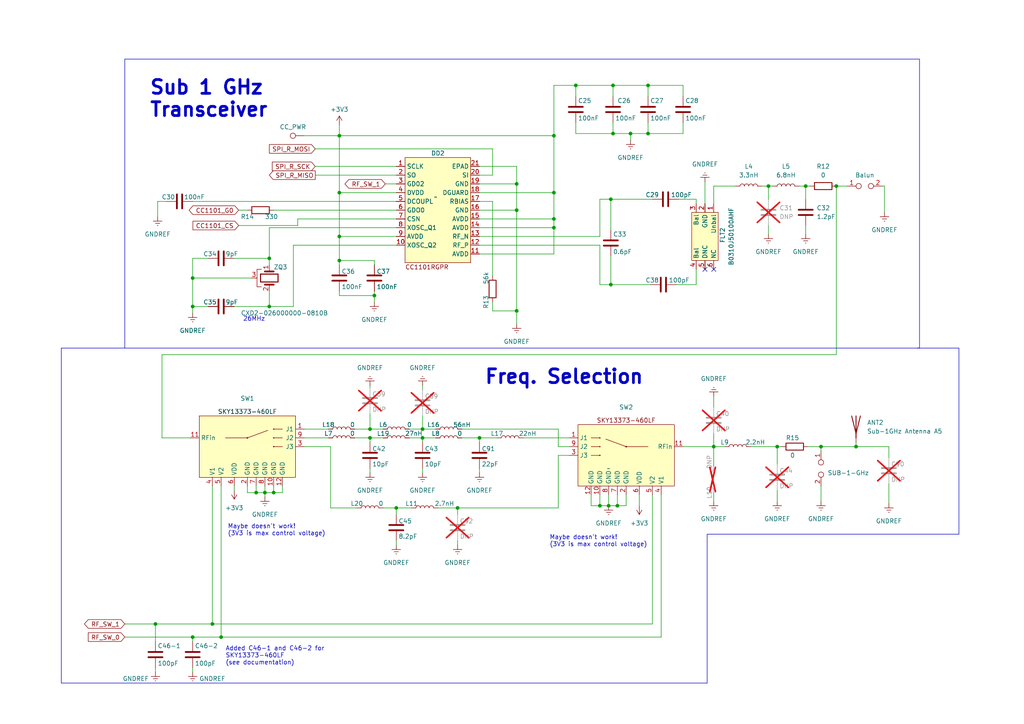
<source format=kicad_sch>
(kicad_sch
	(version 20250114)
	(generator "eeschema")
	(generator_version "9.0")
	(uuid "f029008a-ea85-4603-922f-aae99c16de8e")
	(paper "A4")
	(title_block
		(title "Flipper Device DIY")
		(rev "13.F7B9C6")
		(company "Originally from : Flipper Devices Inc.")
		(comment 1 "DIY Version 1.0")
	)
	(lib_symbols
		(symbol "Connector:TestPoint"
			(pin_numbers
				(hide yes)
			)
			(pin_names
				(offset 0.762)
				(hide yes)
			)
			(exclude_from_sim no)
			(in_bom yes)
			(on_board yes)
			(property "Reference" "TP"
				(at 0 6.858 0)
				(effects
					(font
						(size 1.27 1.27)
					)
				)
			)
			(property "Value" "TestPoint"
				(at 0 5.08 0)
				(effects
					(font
						(size 1.27 1.27)
					)
				)
			)
			(property "Footprint" ""
				(at 5.08 0 0)
				(effects
					(font
						(size 1.27 1.27)
					)
					(hide yes)
				)
			)
			(property "Datasheet" "~"
				(at 5.08 0 0)
				(effects
					(font
						(size 1.27 1.27)
					)
					(hide yes)
				)
			)
			(property "Description" "test point"
				(at 0 0 0)
				(effects
					(font
						(size 1.27 1.27)
					)
					(hide yes)
				)
			)
			(property "ki_keywords" "test point tp"
				(at 0 0 0)
				(effects
					(font
						(size 1.27 1.27)
					)
					(hide yes)
				)
			)
			(property "ki_fp_filters" "Pin* Test*"
				(at 0 0 0)
				(effects
					(font
						(size 1.27 1.27)
					)
					(hide yes)
				)
			)
			(symbol "TestPoint_0_1"
				(circle
					(center 0 3.302)
					(radius 0.762)
					(stroke
						(width 0)
						(type default)
					)
					(fill
						(type none)
					)
				)
			)
			(symbol "TestPoint_1_1"
				(pin passive line
					(at 0 0 90)
					(length 2.54)
					(name "1"
						(effects
							(font
								(size 1.27 1.27)
							)
						)
					)
					(number "1"
						(effects
							(font
								(size 1.27 1.27)
							)
						)
					)
				)
			)
			(embedded_fonts no)
		)
		(symbol "Connector:TestPoint_2Pole"
			(pin_names
				(offset 0.762)
				(hide yes)
			)
			(exclude_from_sim no)
			(in_bom yes)
			(on_board yes)
			(property "Reference" "TP"
				(at 0 1.524 0)
				(effects
					(font
						(size 1.27 1.27)
					)
				)
			)
			(property "Value" "TestPoint_2Pole"
				(at 0 -1.778 0)
				(effects
					(font
						(size 1.27 1.27)
					)
				)
			)
			(property "Footprint" ""
				(at 0 0 0)
				(effects
					(font
						(size 1.27 1.27)
					)
					(hide yes)
				)
			)
			(property "Datasheet" "~"
				(at 0 0 0)
				(effects
					(font
						(size 1.27 1.27)
					)
					(hide yes)
				)
			)
			(property "Description" "2-polar test point"
				(at 0 0 0)
				(effects
					(font
						(size 1.27 1.27)
					)
					(hide yes)
				)
			)
			(property "ki_keywords" "point tp"
				(at 0 0 0)
				(effects
					(font
						(size 1.27 1.27)
					)
					(hide yes)
				)
			)
			(property "ki_fp_filters" "Pin* Test*"
				(at 0 0 0)
				(effects
					(font
						(size 1.27 1.27)
					)
					(hide yes)
				)
			)
			(symbol "TestPoint_2Pole_0_1"
				(circle
					(center -1.778 0)
					(radius 0.762)
					(stroke
						(width 0)
						(type default)
					)
					(fill
						(type none)
					)
				)
				(circle
					(center 1.778 0)
					(radius 0.762)
					(stroke
						(width 0)
						(type default)
					)
					(fill
						(type none)
					)
				)
				(pin passive line
					(at -5.08 0 0)
					(length 2.54)
					(name "1"
						(effects
							(font
								(size 1.27 1.27)
							)
						)
					)
					(number "1"
						(effects
							(font
								(size 1.27 1.27)
							)
						)
					)
				)
				(pin passive line
					(at 5.08 0 180)
					(length 2.54)
					(name "2"
						(effects
							(font
								(size 1.27 1.27)
							)
						)
					)
					(number "2"
						(effects
							(font
								(size 1.27 1.27)
							)
						)
					)
				)
			)
			(embedded_fonts no)
		)
		(symbol "Device:Antenna"
			(pin_numbers
				(hide yes)
			)
			(pin_names
				(offset 1.016)
				(hide yes)
			)
			(exclude_from_sim no)
			(in_bom yes)
			(on_board yes)
			(property "Reference" "AE"
				(at -1.905 1.905 0)
				(effects
					(font
						(size 1.27 1.27)
					)
					(justify right)
				)
			)
			(property "Value" "Antenna"
				(at -1.905 0 0)
				(effects
					(font
						(size 1.27 1.27)
					)
					(justify right)
				)
			)
			(property "Footprint" ""
				(at 0 0 0)
				(effects
					(font
						(size 1.27 1.27)
					)
					(hide yes)
				)
			)
			(property "Datasheet" "~"
				(at 0 0 0)
				(effects
					(font
						(size 1.27 1.27)
					)
					(hide yes)
				)
			)
			(property "Description" "Antenna"
				(at 0 0 0)
				(effects
					(font
						(size 1.27 1.27)
					)
					(hide yes)
				)
			)
			(property "ki_keywords" "antenna"
				(at 0 0 0)
				(effects
					(font
						(size 1.27 1.27)
					)
					(hide yes)
				)
			)
			(symbol "Antenna_0_1"
				(polyline
					(pts
						(xy 0 2.54) (xy 0 -3.81)
					)
					(stroke
						(width 0.254)
						(type default)
					)
					(fill
						(type none)
					)
				)
				(polyline
					(pts
						(xy 1.27 2.54) (xy 0 -2.54) (xy -1.27 2.54)
					)
					(stroke
						(width 0.254)
						(type default)
					)
					(fill
						(type none)
					)
				)
			)
			(symbol "Antenna_1_1"
				(pin input line
					(at 0 -5.08 90)
					(length 2.54)
					(name "A"
						(effects
							(font
								(size 1.27 1.27)
							)
						)
					)
					(number "1"
						(effects
							(font
								(size 1.27 1.27)
							)
						)
					)
				)
			)
			(embedded_fonts no)
		)
		(symbol "Device:C"
			(pin_numbers
				(hide yes)
			)
			(pin_names
				(offset 0.254)
			)
			(exclude_from_sim no)
			(in_bom yes)
			(on_board yes)
			(property "Reference" "C"
				(at 0.635 2.54 0)
				(effects
					(font
						(size 1.27 1.27)
					)
					(justify left)
				)
			)
			(property "Value" "C"
				(at 0.635 -2.54 0)
				(effects
					(font
						(size 1.27 1.27)
					)
					(justify left)
				)
			)
			(property "Footprint" ""
				(at 0.9652 -3.81 0)
				(effects
					(font
						(size 1.27 1.27)
					)
					(hide yes)
				)
			)
			(property "Datasheet" "~"
				(at 0 0 0)
				(effects
					(font
						(size 1.27 1.27)
					)
					(hide yes)
				)
			)
			(property "Description" "Unpolarized capacitor"
				(at 0 0 0)
				(effects
					(font
						(size 1.27 1.27)
					)
					(hide yes)
				)
			)
			(property "ki_keywords" "cap capacitor"
				(at 0 0 0)
				(effects
					(font
						(size 1.27 1.27)
					)
					(hide yes)
				)
			)
			(property "ki_fp_filters" "C_*"
				(at 0 0 0)
				(effects
					(font
						(size 1.27 1.27)
					)
					(hide yes)
				)
			)
			(symbol "C_0_1"
				(polyline
					(pts
						(xy -2.032 0.762) (xy 2.032 0.762)
					)
					(stroke
						(width 0.508)
						(type default)
					)
					(fill
						(type none)
					)
				)
				(polyline
					(pts
						(xy -2.032 -0.762) (xy 2.032 -0.762)
					)
					(stroke
						(width 0.508)
						(type default)
					)
					(fill
						(type none)
					)
				)
			)
			(symbol "C_1_1"
				(pin passive line
					(at 0 3.81 270)
					(length 2.794)
					(name "~"
						(effects
							(font
								(size 1.27 1.27)
							)
						)
					)
					(number "1"
						(effects
							(font
								(size 1.27 1.27)
							)
						)
					)
				)
				(pin passive line
					(at 0 -3.81 90)
					(length 2.794)
					(name "~"
						(effects
							(font
								(size 1.27 1.27)
							)
						)
					)
					(number "2"
						(effects
							(font
								(size 1.27 1.27)
							)
						)
					)
				)
			)
			(embedded_fonts no)
		)
		(symbol "Device:Crystal_GND3"
			(pin_names
				(offset 1.016)
				(hide yes)
			)
			(exclude_from_sim no)
			(in_bom yes)
			(on_board yes)
			(property "Reference" "Y"
				(at 0 5.715 0)
				(effects
					(font
						(size 1.27 1.27)
					)
				)
			)
			(property "Value" "Crystal_GND3"
				(at 0 3.81 0)
				(effects
					(font
						(size 1.27 1.27)
					)
				)
			)
			(property "Footprint" ""
				(at 0 0 0)
				(effects
					(font
						(size 1.27 1.27)
					)
					(hide yes)
				)
			)
			(property "Datasheet" "~"
				(at 0 0 0)
				(effects
					(font
						(size 1.27 1.27)
					)
					(hide yes)
				)
			)
			(property "Description" "Three pin crystal, GND on pin 3"
				(at 0 0 0)
				(effects
					(font
						(size 1.27 1.27)
					)
					(hide yes)
				)
			)
			(property "ki_keywords" "quartz ceramic resonator oscillator"
				(at 0 0 0)
				(effects
					(font
						(size 1.27 1.27)
					)
					(hide yes)
				)
			)
			(property "ki_fp_filters" "Crystal*"
				(at 0 0 0)
				(effects
					(font
						(size 1.27 1.27)
					)
					(hide yes)
				)
			)
			(symbol "Crystal_GND3_0_1"
				(polyline
					(pts
						(xy -2.54 0) (xy -1.905 0)
					)
					(stroke
						(width 0)
						(type default)
					)
					(fill
						(type none)
					)
				)
				(polyline
					(pts
						(xy -2.54 -2.286) (xy -2.54 -3.556) (xy 2.54 -3.556) (xy 2.54 -2.286)
					)
					(stroke
						(width 0)
						(type default)
					)
					(fill
						(type none)
					)
				)
				(polyline
					(pts
						(xy -1.905 -1.27) (xy -1.905 1.27)
					)
					(stroke
						(width 0.508)
						(type default)
					)
					(fill
						(type none)
					)
				)
				(rectangle
					(start -1.143 2.54)
					(end 1.143 -2.54)
					(stroke
						(width 0.3048)
						(type default)
					)
					(fill
						(type none)
					)
				)
				(polyline
					(pts
						(xy 0 -3.81) (xy 0 -3.556)
					)
					(stroke
						(width 0)
						(type default)
					)
					(fill
						(type none)
					)
				)
				(polyline
					(pts
						(xy 1.905 1.27) (xy 1.905 -1.27)
					)
					(stroke
						(width 0.508)
						(type default)
					)
					(fill
						(type none)
					)
				)
				(polyline
					(pts
						(xy 1.905 0) (xy 2.54 0)
					)
					(stroke
						(width 0)
						(type default)
					)
					(fill
						(type none)
					)
				)
			)
			(symbol "Crystal_GND3_1_1"
				(pin passive line
					(at -3.81 0 0)
					(length 1.27)
					(name "1"
						(effects
							(font
								(size 1.27 1.27)
							)
						)
					)
					(number "1"
						(effects
							(font
								(size 1.27 1.27)
							)
						)
					)
				)
				(pin passive line
					(at 0 -5.08 90)
					(length 1.27)
					(name "3"
						(effects
							(font
								(size 1.27 1.27)
							)
						)
					)
					(number "3"
						(effects
							(font
								(size 1.27 1.27)
							)
						)
					)
				)
				(pin passive line
					(at 3.81 0 180)
					(length 1.27)
					(name "2"
						(effects
							(font
								(size 1.27 1.27)
							)
						)
					)
					(number "2"
						(effects
							(font
								(size 1.27 1.27)
							)
						)
					)
				)
			)
			(embedded_fonts no)
		)
		(symbol "Device:L"
			(pin_numbers
				(hide yes)
			)
			(pin_names
				(offset 1.016)
				(hide yes)
			)
			(exclude_from_sim no)
			(in_bom yes)
			(on_board yes)
			(property "Reference" "L"
				(at -1.27 0 90)
				(effects
					(font
						(size 1.27 1.27)
					)
				)
			)
			(property "Value" "L"
				(at 1.905 0 90)
				(effects
					(font
						(size 1.27 1.27)
					)
				)
			)
			(property "Footprint" ""
				(at 0 0 0)
				(effects
					(font
						(size 1.27 1.27)
					)
					(hide yes)
				)
			)
			(property "Datasheet" "~"
				(at 0 0 0)
				(effects
					(font
						(size 1.27 1.27)
					)
					(hide yes)
				)
			)
			(property "Description" "Inductor"
				(at 0 0 0)
				(effects
					(font
						(size 1.27 1.27)
					)
					(hide yes)
				)
			)
			(property "ki_keywords" "inductor choke coil reactor magnetic"
				(at 0 0 0)
				(effects
					(font
						(size 1.27 1.27)
					)
					(hide yes)
				)
			)
			(property "ki_fp_filters" "Choke_* *Coil* Inductor_* L_*"
				(at 0 0 0)
				(effects
					(font
						(size 1.27 1.27)
					)
					(hide yes)
				)
			)
			(symbol "L_0_1"
				(arc
					(start 0 2.54)
					(mid 0.6323 1.905)
					(end 0 1.27)
					(stroke
						(width 0)
						(type default)
					)
					(fill
						(type none)
					)
				)
				(arc
					(start 0 1.27)
					(mid 0.6323 0.635)
					(end 0 0)
					(stroke
						(width 0)
						(type default)
					)
					(fill
						(type none)
					)
				)
				(arc
					(start 0 0)
					(mid 0.6323 -0.635)
					(end 0 -1.27)
					(stroke
						(width 0)
						(type default)
					)
					(fill
						(type none)
					)
				)
				(arc
					(start 0 -1.27)
					(mid 0.6323 -1.905)
					(end 0 -2.54)
					(stroke
						(width 0)
						(type default)
					)
					(fill
						(type none)
					)
				)
			)
			(symbol "L_1_1"
				(pin passive line
					(at 0 3.81 270)
					(length 1.27)
					(name "1"
						(effects
							(font
								(size 1.27 1.27)
							)
						)
					)
					(number "1"
						(effects
							(font
								(size 1.27 1.27)
							)
						)
					)
				)
				(pin passive line
					(at 0 -3.81 90)
					(length 1.27)
					(name "2"
						(effects
							(font
								(size 1.27 1.27)
							)
						)
					)
					(number "2"
						(effects
							(font
								(size 1.27 1.27)
							)
						)
					)
				)
			)
			(embedded_fonts no)
		)
		(symbol "Device:R"
			(pin_numbers
				(hide yes)
			)
			(pin_names
				(offset 0)
			)
			(exclude_from_sim no)
			(in_bom yes)
			(on_board yes)
			(property "Reference" "R"
				(at 2.032 0 90)
				(effects
					(font
						(size 1.27 1.27)
					)
				)
			)
			(property "Value" "R"
				(at 0 0 90)
				(effects
					(font
						(size 1.27 1.27)
					)
				)
			)
			(property "Footprint" ""
				(at -1.778 0 90)
				(effects
					(font
						(size 1.27 1.27)
					)
					(hide yes)
				)
			)
			(property "Datasheet" "~"
				(at 0 0 0)
				(effects
					(font
						(size 1.27 1.27)
					)
					(hide yes)
				)
			)
			(property "Description" "Resistor"
				(at 0 0 0)
				(effects
					(font
						(size 1.27 1.27)
					)
					(hide yes)
				)
			)
			(property "ki_keywords" "R res resistor"
				(at 0 0 0)
				(effects
					(font
						(size 1.27 1.27)
					)
					(hide yes)
				)
			)
			(property "ki_fp_filters" "R_*"
				(at 0 0 0)
				(effects
					(font
						(size 1.27 1.27)
					)
					(hide yes)
				)
			)
			(symbol "R_0_1"
				(rectangle
					(start -1.016 -2.54)
					(end 1.016 2.54)
					(stroke
						(width 0.254)
						(type default)
					)
					(fill
						(type none)
					)
				)
			)
			(symbol "R_1_1"
				(pin passive line
					(at 0 3.81 270)
					(length 1.27)
					(name "~"
						(effects
							(font
								(size 1.27 1.27)
							)
						)
					)
					(number "1"
						(effects
							(font
								(size 1.27 1.27)
							)
						)
					)
				)
				(pin passive line
					(at 0 -3.81 90)
					(length 1.27)
					(name "~"
						(effects
							(font
								(size 1.27 1.27)
							)
						)
					)
					(number "2"
						(effects
							(font
								(size 1.27 1.27)
							)
						)
					)
				)
			)
			(embedded_fonts no)
		)
		(symbol "Flipper_Zero_Lib:B0310J50100AHF"
			(exclude_from_sim no)
			(in_bom yes)
			(on_board yes)
			(property "Reference" "FLT"
				(at 8.89 7.62 0)
				(effects
					(font
						(size 1.27 1.27)
					)
				)
			)
			(property "Value" ""
				(at 2.54 -3.81 0)
				(effects
					(font
						(size 1.27 1.27)
					)
				)
			)
			(property "Footprint" ""
				(at 2.54 -3.81 0)
				(effects
					(font
						(size 1.27 1.27)
					)
					(hide yes)
				)
			)
			(property "Datasheet" ""
				(at 2.54 -3.81 0)
				(effects
					(font
						(size 1.27 1.27)
					)
					(hide yes)
				)
			)
			(property "Description" ""
				(at 0 0 0)
				(effects
					(font
						(size 1.27 1.27)
					)
					(hide yes)
				)
			)
			(symbol "B0310J50100AHF_1_1"
				(rectangle
					(start -3.81 6.35)
					(end 3.81 -7.62)
					(stroke
						(width 0)
						(type default)
					)
					(fill
						(type background)
					)
				)
				(pin bidirectional line
					(at -2.54 8.89 270)
					(length 2.54)
					(name "Bal"
						(effects
							(font
								(size 1.27 1.27)
							)
						)
					)
					(number "3"
						(effects
							(font
								(size 1.27 1.27)
							)
						)
					)
				)
				(pin bidirectional line
					(at -2.54 -10.16 90)
					(length 2.54)
					(name "Bal"
						(effects
							(font
								(size 1.27 1.27)
							)
						)
					)
					(number "4"
						(effects
							(font
								(size 1.27 1.27)
							)
						)
					)
				)
				(pin bidirectional line
					(at 0 8.89 270)
					(length 2.54)
					(name "GND"
						(effects
							(font
								(size 1.27 1.27)
							)
						)
					)
					(number "2"
						(effects
							(font
								(size 1.27 1.27)
							)
						)
					)
				)
				(pin bidirectional line
					(at 0 -10.16 90)
					(length 2.54)
					(name "DNC"
						(effects
							(font
								(size 1.27 1.27)
							)
						)
					)
					(number "5"
						(effects
							(font
								(size 1.27 1.27)
							)
						)
					)
				)
				(pin bidirectional line
					(at 2.54 8.89 270)
					(length 2.54)
					(name "Unbal"
						(effects
							(font
								(size 1.27 1.27)
							)
						)
					)
					(number "1"
						(effects
							(font
								(size 1.27 1.27)
							)
						)
					)
				)
				(pin bidirectional line
					(at 2.54 -10.16 90)
					(length 2.54)
					(name "NC"
						(effects
							(font
								(size 1.27 1.27)
							)
						)
					)
					(number "6"
						(effects
							(font
								(size 1.27 1.27)
							)
						)
					)
				)
			)
			(embedded_fonts no)
		)
		(symbol "Flipper_Zero_Lib:CC1101RGPR"
			(exclude_from_sim no)
			(in_bom yes)
			(on_board yes)
			(property "Reference" "DD"
				(at 0 12.7 0)
				(effects
					(font
						(size 1.27 1.27)
					)
				)
			)
			(property "Value" ""
				(at -1.27 0 0)
				(effects
					(font
						(size 1.27 1.27)
					)
				)
			)
			(property "Footprint" ""
				(at -1.27 0 0)
				(effects
					(font
						(size 1.27 1.27)
					)
					(hide yes)
				)
			)
			(property "Datasheet" ""
				(at -1.27 0 0)
				(effects
					(font
						(size 1.27 1.27)
					)
					(hide yes)
				)
			)
			(property "Description" ""
				(at 0 0 0)
				(effects
					(font
						(size 1.27 1.27)
					)
					(hide yes)
				)
			)
			(symbol "CC1101RGPR_1_1"
				(rectangle
					(start -10.16 11.43)
					(end 8.89 -19.05)
					(stroke
						(width 0)
						(type default)
					)
					(fill
						(type background)
					)
				)
				(text "CC1101RGPR"
					(at -3.81 -20.32 0)
					(effects
						(font
							(size 1.27 1.27)
						)
					)
				)
				(pin input line
					(at -12.7 8.89 0)
					(length 2.54)
					(name "SCLK"
						(effects
							(font
								(size 1.27 1.27)
							)
						)
					)
					(number "1"
						(effects
							(font
								(size 1.27 1.27)
							)
						)
					)
				)
				(pin output line
					(at -12.7 6.35 0)
					(length 2.54)
					(name "SO"
						(effects
							(font
								(size 1.27 1.27)
							)
						)
					)
					(number "2"
						(effects
							(font
								(size 1.27 1.27)
							)
						)
					)
				)
				(pin bidirectional line
					(at -12.7 3.81 0)
					(length 2.54)
					(name "GD02"
						(effects
							(font
								(size 1.27 1.27)
							)
						)
					)
					(number "3"
						(effects
							(font
								(size 1.27 1.27)
							)
						)
					)
				)
				(pin bidirectional line
					(at -12.7 1.27 0)
					(length 2.54)
					(name "DVDD"
						(effects
							(font
								(size 1.27 1.27)
							)
						)
					)
					(number "4"
						(effects
							(font
								(size 1.27 1.27)
							)
						)
					)
				)
				(pin bidirectional line
					(at -12.7 -1.27 0)
					(length 2.54)
					(name "DCOUPL"
						(effects
							(font
								(size 1.27 1.27)
							)
						)
					)
					(number "5"
						(effects
							(font
								(size 1.27 1.27)
							)
						)
					)
				)
				(pin bidirectional line
					(at -12.7 -3.81 0)
					(length 2.54)
					(name "GDO0"
						(effects
							(font
								(size 1.27 1.27)
							)
						)
					)
					(number "6"
						(effects
							(font
								(size 1.27 1.27)
							)
						)
					)
				)
				(pin bidirectional line
					(at -12.7 -6.35 0)
					(length 2.54)
					(name "CSN"
						(effects
							(font
								(size 1.27 1.27)
							)
						)
					)
					(number "7"
						(effects
							(font
								(size 1.27 1.27)
							)
						)
					)
				)
				(pin bidirectional line
					(at -12.7 -8.89 0)
					(length 2.54)
					(name "XOSC_Q1"
						(effects
							(font
								(size 1.27 1.27)
							)
						)
					)
					(number "8"
						(effects
							(font
								(size 1.27 1.27)
							)
						)
					)
				)
				(pin bidirectional line
					(at -12.7 -11.43 0)
					(length 2.54)
					(name "AVDD"
						(effects
							(font
								(size 1.27 1.27)
							)
						)
					)
					(number "9"
						(effects
							(font
								(size 1.27 1.27)
							)
						)
					)
				)
				(pin bidirectional line
					(at -12.7 -13.97 0)
					(length 2.54)
					(name "XOSC_Q2"
						(effects
							(font
								(size 1.27 1.27)
							)
						)
					)
					(number "10"
						(effects
							(font
								(size 1.27 1.27)
							)
						)
					)
				)
				(pin bidirectional line
					(at 11.43 8.89 180)
					(length 2.54)
					(name "EPAD"
						(effects
							(font
								(size 1.27 1.27)
							)
						)
					)
					(number "21"
						(effects
							(font
								(size 1.27 1.27)
							)
						)
					)
				)
				(pin bidirectional line
					(at 11.43 6.35 180)
					(length 2.54)
					(name "SI"
						(effects
							(font
								(size 1.27 1.27)
							)
						)
					)
					(number "20"
						(effects
							(font
								(size 1.27 1.27)
							)
						)
					)
				)
				(pin bidirectional line
					(at 11.43 3.81 180)
					(length 2.54)
					(name "GND"
						(effects
							(font
								(size 1.27 1.27)
							)
						)
					)
					(number "19"
						(effects
							(font
								(size 1.27 1.27)
							)
						)
					)
				)
				(pin bidirectional line
					(at 11.43 1.27 180)
					(length 2.54)
					(name "DGUARD"
						(effects
							(font
								(size 1.27 1.27)
							)
						)
					)
					(number "18"
						(effects
							(font
								(size 1.27 1.27)
							)
						)
					)
				)
				(pin bidirectional line
					(at 11.43 -1.27 180)
					(length 2.54)
					(name "RBIAS"
						(effects
							(font
								(size 1.27 1.27)
							)
						)
					)
					(number "17"
						(effects
							(font
								(size 1.27 1.27)
							)
						)
					)
				)
				(pin bidirectional line
					(at 11.43 -3.81 180)
					(length 2.54)
					(name "GND"
						(effects
							(font
								(size 1.27 1.27)
							)
						)
					)
					(number "16"
						(effects
							(font
								(size 1.27 1.27)
							)
						)
					)
				)
				(pin bidirectional line
					(at 11.43 -6.35 180)
					(length 2.54)
					(name "AVDD"
						(effects
							(font
								(size 1.27 1.27)
							)
						)
					)
					(number "15"
						(effects
							(font
								(size 1.27 1.27)
							)
						)
					)
				)
				(pin bidirectional line
					(at 11.43 -8.89 180)
					(length 2.54)
					(name "AVDD"
						(effects
							(font
								(size 1.27 1.27)
							)
						)
					)
					(number "14"
						(effects
							(font
								(size 1.27 1.27)
							)
						)
					)
				)
				(pin bidirectional line
					(at 11.43 -11.43 180)
					(length 2.54)
					(name "RF_N"
						(effects
							(font
								(size 1.27 1.27)
							)
						)
					)
					(number "13"
						(effects
							(font
								(size 1.27 1.27)
							)
						)
					)
				)
				(pin bidirectional line
					(at 11.43 -13.97 180)
					(length 2.54)
					(name "RF_P"
						(effects
							(font
								(size 1.27 1.27)
							)
						)
					)
					(number "12"
						(effects
							(font
								(size 1.27 1.27)
							)
						)
					)
				)
				(pin bidirectional line
					(at 11.43 -16.51 180)
					(length 2.54)
					(name "AVDD"
						(effects
							(font
								(size 1.27 1.27)
							)
						)
					)
					(number "11"
						(effects
							(font
								(size 1.27 1.27)
							)
						)
					)
				)
			)
			(embedded_fonts no)
		)
		(symbol "Flipper_Zero_Lib:SKY13373-460LF"
			(exclude_from_sim no)
			(in_bom yes)
			(on_board yes)
			(property "Reference" "SW"
				(at 0 16.51 0)
				(effects
					(font
						(size 1.27 1.27)
					)
				)
			)
			(property "Value" ""
				(at 5.08 0 0)
				(effects
					(font
						(size 1.27 1.27)
					)
				)
			)
			(property "Footprint" ""
				(at 5.08 0 0)
				(effects
					(font
						(size 1.27 1.27)
					)
					(hide yes)
				)
			)
			(property "Datasheet" ""
				(at 5.08 0 0)
				(effects
					(font
						(size 1.27 1.27)
					)
					(hide yes)
				)
			)
			(property "Description" ""
				(at 0 0 0)
				(effects
					(font
						(size 1.27 1.27)
					)
					(hide yes)
				)
			)
			(symbol "SKY13373-460LF_1_1"
				(rectangle
					(start -13.97 12.7)
					(end 13.97 -5.08)
					(stroke
						(width 0)
						(type default)
					)
					(fill
						(type background)
					)
				)
				(polyline
					(pts
						(xy -6.35 6.35) (xy 0 6.35)
					)
					(stroke
						(width 0)
						(type default)
					)
					(fill
						(type none)
					)
				)
				(circle
					(center 0 6.35)
					(radius 0.1583)
					(stroke
						(width 0)
						(type default)
					)
					(fill
						(type none)
					)
				)
				(polyline
					(pts
						(xy 0 6.35) (xy 5.9125 8.5291)
					)
					(stroke
						(width 0)
						(type default)
					)
					(fill
						(type none)
					)
				)
				(circle
					(center 7.62 8.89)
					(radius 0.1157)
					(stroke
						(width 0)
						(type default)
					)
					(fill
						(type none)
					)
				)
				(circle
					(center 7.62 6.35)
					(radius 0.1123)
					(stroke
						(width 0)
						(type default)
					)
					(fill
						(type none)
					)
				)
				(polyline
					(pts
						(xy 7.62 3.81) (xy 10.16 3.81)
					)
					(stroke
						(width 0)
						(type default)
					)
					(fill
						(type none)
					)
				)
				(circle
					(center 7.62 3.81)
					(radius 0.1231)
					(stroke
						(width 0)
						(type default)
					)
					(fill
						(type none)
					)
				)
				(polyline
					(pts
						(xy 10.16 8.89) (xy 7.62 8.89)
					)
					(stroke
						(width 0)
						(type default)
					)
					(fill
						(type none)
					)
				)
				(polyline
					(pts
						(xy 10.16 6.35) (xy 7.62 6.35)
					)
					(stroke
						(width 0)
						(type default)
					)
					(fill
						(type none)
					)
				)
				(text "SKY13373-460LF"
					(at 0 13.97 0)
					(effects
						(font
							(size 1.27 1.27)
						)
					)
				)
				(pin input line
					(at -16.51 6.35 0)
					(length 2.54)
					(name "RFin"
						(effects
							(font
								(size 1.27 1.27)
							)
						)
					)
					(number "11"
						(effects
							(font
								(size 1.27 1.27)
							)
						)
					)
				)
				(pin input line
					(at -10.16 -7.62 90)
					(length 2.54)
					(name "V1"
						(effects
							(font
								(size 1.27 1.27)
							)
						)
					)
					(number "4"
						(effects
							(font
								(size 1.27 1.27)
							)
						)
					)
				)
				(pin input line
					(at -7.62 -7.62 90)
					(length 2.54)
					(name "V2"
						(effects
							(font
								(size 1.27 1.27)
							)
						)
					)
					(number "5"
						(effects
							(font
								(size 1.27 1.27)
							)
						)
					)
				)
				(pin bidirectional line
					(at -3.81 -7.62 90)
					(length 2.54)
					(name "VDD"
						(effects
							(font
								(size 1.27 1.27)
							)
						)
					)
					(number "6"
						(effects
							(font
								(size 1.27 1.27)
							)
						)
					)
				)
				(pin bidirectional line
					(at 0 -7.62 90)
					(length 2.54)
					(name "GND"
						(effects
							(font
								(size 1.27 1.27)
							)
						)
					)
					(number "2"
						(effects
							(font
								(size 1.27 1.27)
							)
						)
					)
				)
				(pin bidirectional line
					(at 2.54 -7.62 90)
					(length 2.54)
					(name "GND"
						(effects
							(font
								(size 1.27 1.27)
							)
						)
					)
					(number "7"
						(effects
							(font
								(size 1.27 1.27)
							)
						)
					)
				)
				(pin bidirectional line
					(at 5.08 -7.62 90)
					(length 2.54)
					(name "GND"
						(effects
							(font
								(size 1.27 1.27)
							)
						)
					)
					(number "8"
						(effects
							(font
								(size 1.27 1.27)
							)
						)
					)
				)
				(pin bidirectional line
					(at 7.62 -7.62 90)
					(length 2.54)
					(name "GND"
						(effects
							(font
								(size 1.27 1.27)
							)
						)
					)
					(number "10"
						(effects
							(font
								(size 1.27 1.27)
							)
						)
					)
				)
				(pin bidirectional line
					(at 10.16 -7.62 90)
					(length 2.54)
					(name "GND"
						(effects
							(font
								(size 1.27 1.27)
							)
						)
					)
					(number "12"
						(effects
							(font
								(size 1.27 1.27)
							)
						)
					)
				)
				(pin output line
					(at 16.51 8.89 180)
					(length 2.54)
					(name "J1"
						(effects
							(font
								(size 1.27 1.27)
							)
						)
					)
					(number "1"
						(effects
							(font
								(size 1.27 1.27)
							)
						)
					)
				)
				(pin output line
					(at 16.51 6.35 180)
					(length 2.54)
					(name "J2"
						(effects
							(font
								(size 1.27 1.27)
							)
						)
					)
					(number "9"
						(effects
							(font
								(size 1.27 1.27)
							)
						)
					)
				)
				(pin output line
					(at 16.51 3.81 180)
					(length 2.54)
					(name "J3"
						(effects
							(font
								(size 1.27 1.27)
							)
						)
					)
					(number "3"
						(effects
							(font
								(size 1.27 1.27)
							)
						)
					)
				)
			)
			(embedded_fonts no)
		)
		(symbol "power:+3V3"
			(power)
			(pin_names
				(offset 0)
			)
			(exclude_from_sim no)
			(in_bom yes)
			(on_board yes)
			(property "Reference" "#PWR"
				(at 0 -3.81 0)
				(effects
					(font
						(size 1.27 1.27)
					)
					(hide yes)
				)
			)
			(property "Value" "+3V3"
				(at 0 3.556 0)
				(effects
					(font
						(size 1.27 1.27)
					)
				)
			)
			(property "Footprint" ""
				(at 0 0 0)
				(effects
					(font
						(size 1.27 1.27)
					)
					(hide yes)
				)
			)
			(property "Datasheet" ""
				(at 0 0 0)
				(effects
					(font
						(size 1.27 1.27)
					)
					(hide yes)
				)
			)
			(property "Description" "Power symbol creates a global label with name \"+3V3\""
				(at 0 0 0)
				(effects
					(font
						(size 1.27 1.27)
					)
					(hide yes)
				)
			)
			(property "ki_keywords" "global power"
				(at 0 0 0)
				(effects
					(font
						(size 1.27 1.27)
					)
					(hide yes)
				)
			)
			(symbol "+3V3_0_1"
				(polyline
					(pts
						(xy -0.762 1.27) (xy 0 2.54)
					)
					(stroke
						(width 0)
						(type default)
					)
					(fill
						(type none)
					)
				)
				(polyline
					(pts
						(xy 0 2.54) (xy 0.762 1.27)
					)
					(stroke
						(width 0)
						(type default)
					)
					(fill
						(type none)
					)
				)
				(polyline
					(pts
						(xy 0 0) (xy 0 2.54)
					)
					(stroke
						(width 0)
						(type default)
					)
					(fill
						(type none)
					)
				)
			)
			(symbol "+3V3_1_1"
				(pin power_in line
					(at 0 0 90)
					(length 0)
					(hide yes)
					(name "+3V3"
						(effects
							(font
								(size 1.27 1.27)
							)
						)
					)
					(number "1"
						(effects
							(font
								(size 1.27 1.27)
							)
						)
					)
				)
			)
			(embedded_fonts no)
		)
		(symbol "power:GNDREF"
			(power)
			(pin_names
				(offset 0)
			)
			(exclude_from_sim no)
			(in_bom yes)
			(on_board yes)
			(property "Reference" "#PWR"
				(at 0 -6.35 0)
				(effects
					(font
						(size 1.27 1.27)
					)
					(hide yes)
				)
			)
			(property "Value" "GNDREF"
				(at 0 -3.81 0)
				(effects
					(font
						(size 1.27 1.27)
					)
				)
			)
			(property "Footprint" ""
				(at 0 0 0)
				(effects
					(font
						(size 1.27 1.27)
					)
					(hide yes)
				)
			)
			(property "Datasheet" ""
				(at 0 0 0)
				(effects
					(font
						(size 1.27 1.27)
					)
					(hide yes)
				)
			)
			(property "Description" "Power symbol creates a global label with name \"GNDREF\" , reference supply ground"
				(at 0 0 0)
				(effects
					(font
						(size 1.27 1.27)
					)
					(hide yes)
				)
			)
			(property "ki_keywords" "global power"
				(at 0 0 0)
				(effects
					(font
						(size 1.27 1.27)
					)
					(hide yes)
				)
			)
			(symbol "GNDREF_0_1"
				(polyline
					(pts
						(xy -0.635 -1.905) (xy 0.635 -1.905)
					)
					(stroke
						(width 0)
						(type default)
					)
					(fill
						(type none)
					)
				)
				(polyline
					(pts
						(xy -0.127 -2.54) (xy 0.127 -2.54)
					)
					(stroke
						(width 0)
						(type default)
					)
					(fill
						(type none)
					)
				)
				(polyline
					(pts
						(xy 0 -1.27) (xy 0 0)
					)
					(stroke
						(width 0)
						(type default)
					)
					(fill
						(type none)
					)
				)
				(polyline
					(pts
						(xy 1.27 -1.27) (xy -1.27 -1.27)
					)
					(stroke
						(width 0)
						(type default)
					)
					(fill
						(type none)
					)
				)
			)
			(symbol "GNDREF_1_1"
				(pin power_in line
					(at 0 0 270)
					(length 0)
					(hide yes)
					(name "GNDREF"
						(effects
							(font
								(size 1.27 1.27)
							)
						)
					)
					(number "1"
						(effects
							(font
								(size 1.27 1.27)
							)
						)
					)
				)
			)
			(embedded_fonts no)
		)
	)
	(rectangle
		(start 36.195 17.145)
		(end 266.7 100.965)
		(stroke
			(width 0)
			(type default)
		)
		(fill
			(type none)
		)
		(uuid 229a1e80-251e-4068-ae54-1e0173b521a7)
	)
	(text "Sub 1 GHz \nTransceiver"
		(exclude_from_sim no)
		(at 43.18 34.29 0)
		(effects
			(font
				(size 4 4)
				(bold yes)
			)
			(justify left bottom)
		)
		(uuid "7a1b3860-7913-480a-a470-8586cd18738c")
	)
	(text "Added C46-1 and C46-2 for\nSKY13373-460LF\n(see documentation)"
		(exclude_from_sim no)
		(at 65.405 193.04 0)
		(effects
			(font
				(size 1.27 1.27)
			)
			(justify left bottom)
		)
		(uuid "9195342b-1041-4d41-826f-e36848f3bc64")
	)
	(text "Freq. Selection"
		(exclude_from_sim no)
		(at 140.335 111.76 0)
		(effects
			(font
				(size 4 4)
				(bold yes)
			)
			(justify left bottom)
		)
		(uuid "a7a44bc9-31f7-4b73-bfdc-ff7ce4e04e36")
	)
	(text "Maybe doesn't work! \n(3V3 is max control voltage)"
		(exclude_from_sim no)
		(at 159.385 158.75 0)
		(effects
			(font
				(size 1.27 1.27)
			)
			(justify left bottom)
		)
		(uuid "b30cc81b-e8a5-415d-8bd8-671eb3050e0e")
	)
	(text "Maybe doesn't work! \n(3V3 is max control voltage)"
		(exclude_from_sim no)
		(at 66.04 155.575 0)
		(effects
			(font
				(size 1.27 1.27)
			)
			(justify left bottom)
		)
		(uuid "bea12a60-3ab7-4b85-a068-dbc1d7b64626")
	)
	(text "26MHz"
		(exclude_from_sim no)
		(at 70.485 93.345 0)
		(effects
			(font
				(size 1.27 1.27)
			)
			(justify left bottom)
		)
		(uuid "d60e4082-f943-4b57-b041-e1122dfdf5fa")
	)
	(junction
		(at 74.295 142.875)
		(diameter 0)
		(color 0 0 0 0)
		(uuid "021dc780-0877-4355-b9c3-9e98049b0d1d")
	)
	(junction
		(at 79.375 142.875)
		(diameter 0)
		(color 0 0 0 0)
		(uuid "032bf295-d07c-41f4-8f4c-03b70a72a58c")
	)
	(junction
		(at 238.125 129.54)
		(diameter 0)
		(color 0 0 0 0)
		(uuid "03b63198-0101-496d-b1a1-0361f835d56e")
	)
	(junction
		(at 98.425 39.37)
		(diameter 0)
		(color 0 0 0 0)
		(uuid "07af6ec5-4131-486d-99e5-3136a45295c0")
	)
	(junction
		(at 76.835 142.875)
		(diameter 0)
		(color 0 0 0 0)
		(uuid "0db5644c-56ae-4a0b-80dc-59501eea07da")
	)
	(junction
		(at 179.07 146.685)
		(diameter 0)
		(color 0 0 0 0)
		(uuid "10328e5f-ac3c-4b01-9677-52c93e41e809")
	)
	(junction
		(at 139.065 127)
		(diameter 0)
		(color 0 0 0 0)
		(uuid "168347c3-c505-4321-9fb6-c82d3d624399")
	)
	(junction
		(at 61.595 180.975)
		(diameter 0)
		(color 0 0 0 0)
		(uuid "2dffdf7a-22a5-44e3-a3f6-f8cd0eddbed4")
	)
	(junction
		(at 160.655 55.88)
		(diameter 0)
		(color 0 0 0 0)
		(uuid "31764652-ee7b-4b0d-9e9e-8e238b09e86c")
	)
	(junction
		(at 160.655 63.5)
		(diameter 0)
		(color 0 0 0 0)
		(uuid "31b69f32-7f15-4c5b-b017-ebfd5000e9bc")
	)
	(junction
		(at 173.99 146.685)
		(diameter 0)
		(color 0 0 0 0)
		(uuid "32b523c3-f74b-4ef3-b2b2-66a9d0e9bb52")
	)
	(junction
		(at 107.315 127)
		(diameter 0)
		(color 0 0 0 0)
		(uuid "33f4af7b-e873-4f02-847a-5626e2367f63")
	)
	(junction
		(at 177.8 24.765)
		(diameter 0)
		(color 0 0 0 0)
		(uuid "37ba6c84-a976-49ba-895c-bbdc5bbed881")
	)
	(junction
		(at 177.165 57.785)
		(diameter 0)
		(color 0 0 0 0)
		(uuid "37f68593-a040-463f-bf49-aa52e743f5bf")
	)
	(junction
		(at 98.425 75.565)
		(diameter 0)
		(color 0 0 0 0)
		(uuid "5b312602-7025-4805-85e4-c8ff2f36e0b9")
	)
	(junction
		(at 64.135 184.785)
		(diameter 0)
		(color 0 0 0 0)
		(uuid "5f2d34b6-7078-492c-a2c4-9fcd190824e1")
	)
	(junction
		(at 132.715 147.32)
		(diameter 0)
		(color 0 0 0 0)
		(uuid "68d530e7-bbbe-4ebb-948d-4115c4c6a726")
	)
	(junction
		(at 187.96 38.735)
		(diameter 0)
		(color 0 0 0 0)
		(uuid "6a198592-0fdf-46ac-a74e-422a4ea4e478")
	)
	(junction
		(at 160.655 66.04)
		(diameter 0)
		(color 0 0 0 0)
		(uuid "6ad90539-6807-40f0-afd8-0efe1752f46b")
	)
	(junction
		(at 149.86 53.34)
		(diameter 0)
		(color 0 0 0 0)
		(uuid "6c2e018c-14a4-47e8-bc25-f2c845dae4b5")
	)
	(junction
		(at 55.88 184.785)
		(diameter 0)
		(color 0 0 0 0)
		(uuid "710f52a8-83f1-41db-8b0a-c31a75ebb21c")
	)
	(junction
		(at 114.935 147.32)
		(diameter 0)
		(color 0 0 0 0)
		(uuid "7c9aa2cf-9174-49ab-b41c-f1a8b3922af2")
	)
	(junction
		(at 55.88 80.645)
		(diameter 0)
		(color 0 0 0 0)
		(uuid "91ca4740-a094-4424-b7eb-19fab2941da2")
	)
	(junction
		(at 122.555 124.46)
		(diameter 0)
		(color 0 0 0 0)
		(uuid "96ebdb0b-ef29-421d-821d-a2d9b378ff63")
	)
	(junction
		(at 177.165 82.55)
		(diameter 0)
		(color 0 0 0 0)
		(uuid "974cd85b-00ad-4c9e-9b52-34dba5555df2")
	)
	(junction
		(at 242.57 53.975)
		(diameter 0)
		(color 0 0 0 0)
		(uuid "a15f0cee-c2d7-4ab3-95ce-57cf060efcf1")
	)
	(junction
		(at 182.88 38.735)
		(diameter 0)
		(color 0 0 0 0)
		(uuid "a2baa29c-720e-487a-b172-c5abaafec029")
	)
	(junction
		(at 149.86 90.17)
		(diameter 0)
		(color 0 0 0 0)
		(uuid "a7a9a35e-0464-47cd-b3d7-0d395ec20792")
	)
	(junction
		(at 149.86 60.96)
		(diameter 0)
		(color 0 0 0 0)
		(uuid "b20393c9-e50d-4d20-9c74-0f22724428c1")
	)
	(junction
		(at 187.96 24.765)
		(diameter 0)
		(color 0 0 0 0)
		(uuid "b2b6683f-7a60-400d-b7d6-8a32b9244e00")
	)
	(junction
		(at 160.655 39.37)
		(diameter 0)
		(color 0 0 0 0)
		(uuid "b4332a00-4b07-4db8-a3c8-ab248c8318b5")
	)
	(junction
		(at 122.555 127)
		(diameter 0)
		(color 0 0 0 0)
		(uuid "c64ae90c-2c71-45a9-b37f-6ff47b6ed24e")
	)
	(junction
		(at 207.01 129.54)
		(diameter 0)
		(color 0 0 0 0)
		(uuid "c6614cef-1d09-4937-b1ac-380aed5922df")
	)
	(junction
		(at 225.425 129.54)
		(diameter 0)
		(color 0 0 0 0)
		(uuid "c77dde08-120b-4f45-a63d-9aa09e5cc79e")
	)
	(junction
		(at 233.68 53.975)
		(diameter 0)
		(color 0 0 0 0)
		(uuid "cb402b49-9cfd-44ea-98e5-1df43f143f0e")
	)
	(junction
		(at 78.105 74.93)
		(diameter 0)
		(color 0 0 0 0)
		(uuid "cc8fe4bb-a3fa-4f4c-a33b-d63c7b4612f7")
	)
	(junction
		(at 176.53 146.685)
		(diameter 0)
		(color 0 0 0 0)
		(uuid "cc97bccc-6871-4f8b-975c-1b260dee0a5c")
	)
	(junction
		(at 78.105 88.9)
		(diameter 0)
		(color 0 0 0 0)
		(uuid "d05c3dbb-0bf3-443d-9e6b-62ae146bebca")
	)
	(junction
		(at 107.315 124.46)
		(diameter 0)
		(color 0 0 0 0)
		(uuid "d0afb49a-4c14-4db4-8335-561da00ef0a3")
	)
	(junction
		(at 45.085 180.975)
		(diameter 0)
		(color 0 0 0 0)
		(uuid "d5ce4f5f-a31d-4543-a63f-10900538106f")
	)
	(junction
		(at 98.425 68.58)
		(diameter 0)
		(color 0 0 0 0)
		(uuid "dcb603da-257c-4c63-ae46-21bc74dd9a76")
	)
	(junction
		(at 55.88 88.9)
		(diameter 0)
		(color 0 0 0 0)
		(uuid "e1aa9705-8f06-4573-858f-7028e930cc55")
	)
	(junction
		(at 177.8 38.735)
		(diameter 0)
		(color 0 0 0 0)
		(uuid "eef36a3e-b1f4-46f0-9e07-f361fa80a871")
	)
	(junction
		(at 108.585 85.725)
		(diameter 0)
		(color 0 0 0 0)
		(uuid "ef4b1a30-f257-4f71-bcbc-349d5fd4747f")
	)
	(junction
		(at 98.425 55.88)
		(diameter 0)
		(color 0 0 0 0)
		(uuid "f46af367-e3bc-4f7b-a185-8bfff8f68969")
	)
	(junction
		(at 167.005 24.765)
		(diameter 0)
		(color 0 0 0 0)
		(uuid "fa5170c2-363f-4a17-a1ba-ea7f4acd9e78")
	)
	(junction
		(at 222.885 53.975)
		(diameter 0)
		(color 0 0 0 0)
		(uuid "fc4e510b-0a93-4796-8fe8-be58e050ab73")
	)
	(junction
		(at 248.285 129.54)
		(diameter 0)
		(color 0 0 0 0)
		(uuid "fe1499ba-3851-4a1a-90f3-db4bab138b90")
	)
	(no_connect
		(at 207.01 78.105)
		(uuid "25b68ec9-07ad-461a-bfb9-a77fe2c24772")
	)
	(no_connect
		(at 204.47 78.105)
		(uuid "aa5c9b36-86c6-4cc0-9021-d41343a1ee71")
	)
	(wire
		(pts
			(xy 161.925 129.54) (xy 161.925 124.46)
		)
		(stroke
			(width 0)
			(type default)
		)
		(uuid "0124eab5-912f-4d82-bee4-0d09de9986da")
	)
	(wire
		(pts
			(xy 198.12 129.54) (xy 207.01 129.54)
		)
		(stroke
			(width 0)
			(type default)
		)
		(uuid "0277f7e4-da23-4b61-bfcd-aa6eeff52fe2")
	)
	(wire
		(pts
			(xy 95.885 129.54) (xy 95.885 147.32)
		)
		(stroke
			(width 0)
			(type default)
		)
		(uuid "04d2dbe6-d164-4ac8-8771-4f445f87ca3a")
	)
	(wire
		(pts
			(xy 233.68 53.975) (xy 234.95 53.975)
		)
		(stroke
			(width 0)
			(type default)
		)
		(uuid "07bc0d1a-398c-4dad-887b-5e24a434db61")
	)
	(wire
		(pts
			(xy 86.36 63.5) (xy 114.935 63.5)
		)
		(stroke
			(width 0)
			(type default)
		)
		(uuid "0944f7c0-a253-445b-91c4-adf383ec898d")
	)
	(wire
		(pts
			(xy 78.105 84.455) (xy 78.105 88.9)
		)
		(stroke
			(width 0)
			(type default)
		)
		(uuid "0b1be598-e697-4823-927a-12dc554a071e")
	)
	(wire
		(pts
			(xy 149.86 90.17) (xy 149.86 93.98)
		)
		(stroke
			(width 0)
			(type default)
		)
		(uuid "0bd3e392-9f7f-4f24-ba5a-039e72b5963b")
	)
	(wire
		(pts
			(xy 187.96 35.56) (xy 187.96 38.735)
		)
		(stroke
			(width 0)
			(type default)
		)
		(uuid "0cf7877b-84ee-4b7c-9c6e-6f4f8402a557")
	)
	(wire
		(pts
			(xy 45.085 193.675) (xy 45.085 194.945)
		)
		(stroke
			(width 0)
			(type default)
		)
		(uuid "0e7e9c03-c823-4bcf-ab2f-35a9b4d55e28")
	)
	(wire
		(pts
			(xy 86.36 65.405) (xy 86.36 63.5)
		)
		(stroke
			(width 0)
			(type default)
		)
		(uuid "1129ce30-e3ce-4224-9233-4983f9c127eb")
	)
	(wire
		(pts
			(xy 139.065 63.5) (xy 160.655 63.5)
		)
		(stroke
			(width 0)
			(type default)
		)
		(uuid "11a93486-cacb-48f4-99bc-9462bbe1e81c")
	)
	(wire
		(pts
			(xy 177.165 82.55) (xy 177.165 74.295)
		)
		(stroke
			(width 0)
			(type default)
		)
		(uuid "1387648f-ea5d-40a4-b87d-2a1c0e0a4a79")
	)
	(wire
		(pts
			(xy 45.72 58.42) (xy 45.72 62.865)
		)
		(stroke
			(width 0)
			(type default)
		)
		(uuid "139cfa4e-949a-4ce8-90dc-aa40b8dc6953")
	)
	(wire
		(pts
			(xy 182.88 38.735) (xy 182.88 40.64)
		)
		(stroke
			(width 0)
			(type default)
		)
		(uuid "14618f19-ebb3-417d-a6eb-48b85d83e8d3")
	)
	(wire
		(pts
			(xy 78.105 74.93) (xy 67.945 74.93)
		)
		(stroke
			(width 0)
			(type default)
		)
		(uuid "14b8ff4a-02ed-4398-9995-674769790e4b")
	)
	(wire
		(pts
			(xy 55.88 88.9) (xy 55.88 90.805)
		)
		(stroke
			(width 0)
			(type default)
		)
		(uuid "14cfda63-4ece-472d-83cd-88b48ae999ee")
	)
	(wire
		(pts
			(xy 233.68 53.975) (xy 233.68 57.785)
		)
		(stroke
			(width 0)
			(type default)
		)
		(uuid "153ae868-fc48-4a1e-95c9-4b83711631d9")
	)
	(wire
		(pts
			(xy 182.88 38.735) (xy 187.96 38.735)
		)
		(stroke
			(width 0)
			(type default)
		)
		(uuid "1557685f-cbb6-4015-a579-b958aa262866")
	)
	(wire
		(pts
			(xy 217.805 129.54) (xy 225.425 129.54)
		)
		(stroke
			(width 0)
			(type default)
		)
		(uuid "158e5988-28cb-4984-a5a4-ebc4a30021ba")
	)
	(polyline
		(pts
			(xy 278.13 154.94) (xy 278.13 100.965)
		)
		(stroke
			(width 0)
			(type default)
		)
		(uuid "165ac68c-5013-4724-9f6a-369778eaa7e9")
	)
	(wire
		(pts
			(xy 61.595 180.975) (xy 189.23 180.975)
		)
		(stroke
			(width 0)
			(type default)
		)
		(uuid "17c578a5-7950-4d09-9440-107e2b649ec2")
	)
	(wire
		(pts
			(xy 160.655 55.88) (xy 160.655 39.37)
		)
		(stroke
			(width 0)
			(type default)
		)
		(uuid "187d5ae6-23fe-4cec-b21c-b2a3dd9e9b03")
	)
	(wire
		(pts
			(xy 107.315 120.015) (xy 107.315 124.46)
		)
		(stroke
			(width 0)
			(type default)
		)
		(uuid "1c250475-3823-4cb8-a371-75cd01b8d4ab")
	)
	(wire
		(pts
			(xy 79.375 140.97) (xy 79.375 142.875)
		)
		(stroke
			(width 0)
			(type default)
		)
		(uuid "1c2f229a-9a75-454f-baa5-68c78a68f5ce")
	)
	(wire
		(pts
			(xy 171.45 143.51) (xy 171.45 146.685)
		)
		(stroke
			(width 0)
			(type default)
		)
		(uuid "1cfbbfd4-dd97-4f2f-b5d4-dc71be42b1e6")
	)
	(wire
		(pts
			(xy 149.86 48.26) (xy 149.86 53.34)
		)
		(stroke
			(width 0)
			(type default)
		)
		(uuid "1de3d522-db98-46ed-b9f8-fa13440eda47")
	)
	(wire
		(pts
			(xy 142.875 43.18) (xy 142.875 50.8)
		)
		(stroke
			(width 0)
			(type default)
		)
		(uuid "1eb52d6b-c511-4937-99d4-db2b8c4d2f13")
	)
	(wire
		(pts
			(xy 173.99 71.12) (xy 173.99 82.55)
		)
		(stroke
			(width 0)
			(type default)
		)
		(uuid "1f087392-3335-48d7-9c17-368cd51b3ddf")
	)
	(wire
		(pts
			(xy 122.555 127) (xy 126.365 127)
		)
		(stroke
			(width 0)
			(type default)
		)
		(uuid "1f34a6ae-7ba9-4b64-906d-3a33a728ae62")
	)
	(wire
		(pts
			(xy 161.925 147.32) (xy 161.925 132.08)
		)
		(stroke
			(width 0)
			(type default)
		)
		(uuid "1fa2bcbf-eee6-4fc8-9b46-e0993d914f5d")
	)
	(wire
		(pts
			(xy 242.57 53.975) (xy 242.57 102.87)
		)
		(stroke
			(width 0)
			(type default)
		)
		(uuid "21b6c507-aebc-4b15-9469-89386fd0c1a5")
	)
	(wire
		(pts
			(xy 98.425 75.565) (xy 108.585 75.565)
		)
		(stroke
			(width 0)
			(type default)
		)
		(uuid "221e5648-f86b-4746-ae3c-f5614400dc0f")
	)
	(wire
		(pts
			(xy 46.99 102.87) (xy 242.57 102.87)
		)
		(stroke
			(width 0)
			(type default)
		)
		(uuid "2223f6c2-8503-491d-9a35-bca04415688f")
	)
	(wire
		(pts
			(xy 213.36 53.975) (xy 207.01 53.975)
		)
		(stroke
			(width 0)
			(type default)
		)
		(uuid "2297c96b-0390-411b-8da6-73bccd04f8d1")
	)
	(wire
		(pts
			(xy 176.53 143.51) (xy 176.53 146.685)
		)
		(stroke
			(width 0)
			(type default)
		)
		(uuid "243dac48-391e-49e4-b2e0-4c6b12aea0ab")
	)
	(wire
		(pts
			(xy 161.925 132.08) (xy 165.1 132.08)
		)
		(stroke
			(width 0)
			(type default)
		)
		(uuid "2467b036-696c-4b59-97c2-b8cb518f2b60")
	)
	(wire
		(pts
			(xy 177.8 24.765) (xy 187.96 24.765)
		)
		(stroke
			(width 0)
			(type default)
		)
		(uuid "2695deab-c405-4867-ac0f-d111aaba8c9c")
	)
	(wire
		(pts
			(xy 46.99 127) (xy 46.99 102.87)
		)
		(stroke
			(width 0)
			(type default)
		)
		(uuid "2751229d-248b-40d2-b459-d1b77ce2d07b")
	)
	(wire
		(pts
			(xy 71.755 142.875) (xy 74.295 142.875)
		)
		(stroke
			(width 0)
			(type default)
		)
		(uuid "27b90cb2-7807-45d3-b660-1aa7289423e3")
	)
	(wire
		(pts
			(xy 198.12 38.735) (xy 198.12 35.56)
		)
		(stroke
			(width 0)
			(type default)
		)
		(uuid "2ad8554a-9489-4eda-bec5-2ff192a8966e")
	)
	(wire
		(pts
			(xy 78.105 66.04) (xy 78.105 74.93)
		)
		(stroke
			(width 0)
			(type default)
		)
		(uuid "2adf9ca3-2132-4302-957b-ecd69d6bfcae")
	)
	(wire
		(pts
			(xy 127 147.32) (xy 132.715 147.32)
		)
		(stroke
			(width 0)
			(type default)
		)
		(uuid "2b8d1b22-7bd5-4330-9578-801b164e9bfe")
	)
	(wire
		(pts
			(xy 55.88 58.42) (xy 114.935 58.42)
		)
		(stroke
			(width 0)
			(type default)
		)
		(uuid "2da9ece1-9d49-4a5c-9bf8-16ad7ffe9818")
	)
	(wire
		(pts
			(xy 234.315 129.54) (xy 238.125 129.54)
		)
		(stroke
			(width 0)
			(type default)
		)
		(uuid "2f912acd-bb9b-4ed2-b8c8-8d3537441166")
	)
	(wire
		(pts
			(xy 160.655 63.5) (xy 160.655 55.88)
		)
		(stroke
			(width 0)
			(type default)
		)
		(uuid "2fb94bd4-a1da-46fc-a918-459182948b58")
	)
	(wire
		(pts
			(xy 91.44 50.8) (xy 114.935 50.8)
		)
		(stroke
			(width 0)
			(type default)
		)
		(uuid "331b015f-f424-4395-bad0-f41e421780fb")
	)
	(wire
		(pts
			(xy 173.99 143.51) (xy 173.99 146.685)
		)
		(stroke
			(width 0)
			(type default)
		)
		(uuid "33228e22-2509-4e45-b9ad-207310d4b382")
	)
	(wire
		(pts
			(xy 187.96 24.765) (xy 198.12 24.765)
		)
		(stroke
			(width 0)
			(type default)
		)
		(uuid "3367c2d3-3cf0-42c7-8b4d-16aa32b6b315")
	)
	(wire
		(pts
			(xy 64.135 140.97) (xy 64.135 184.785)
		)
		(stroke
			(width 0)
			(type default)
		)
		(uuid "366492b4-328a-490b-bb46-280a6156f6fc")
	)
	(wire
		(pts
			(xy 88.265 39.37) (xy 98.425 39.37)
		)
		(stroke
			(width 0)
			(type default)
		)
		(uuid "392ee9f1-418f-40ee-9859-a473aeeae181")
	)
	(wire
		(pts
			(xy 160.655 66.04) (xy 160.655 63.5)
		)
		(stroke
			(width 0)
			(type default)
		)
		(uuid "39578866-e249-451e-bbe1-005ae69b29b4")
	)
	(wire
		(pts
			(xy 74.295 142.875) (xy 76.835 142.875)
		)
		(stroke
			(width 0)
			(type default)
		)
		(uuid "399098fb-2941-4ba9-be03-22773dc2b080")
	)
	(wire
		(pts
			(xy 198.12 24.765) (xy 198.12 27.94)
		)
		(stroke
			(width 0)
			(type default)
		)
		(uuid "3b3b43b2-b85b-4a02-a8c4-0a42306a04e5")
	)
	(wire
		(pts
			(xy 142.875 87.63) (xy 142.875 90.17)
		)
		(stroke
			(width 0)
			(type default)
		)
		(uuid "3c873913-9353-4a5e-bcd5-94159e3a83d9")
	)
	(wire
		(pts
			(xy 139.065 135.89) (xy 139.065 137.16)
		)
		(stroke
			(width 0)
			(type default)
		)
		(uuid "3e32bf43-f771-4b70-af8d-9c3e4bfbaf7d")
	)
	(wire
		(pts
			(xy 139.065 48.26) (xy 149.86 48.26)
		)
		(stroke
			(width 0)
			(type default)
		)
		(uuid "3fd6a970-e038-4d84-974f-d05c51644803")
	)
	(wire
		(pts
			(xy 160.655 24.765) (xy 167.005 24.765)
		)
		(stroke
			(width 0)
			(type default)
		)
		(uuid "4130f88b-94ef-42a0-a567-482a543e0c37")
	)
	(wire
		(pts
			(xy 107.315 127) (xy 111.125 127)
		)
		(stroke
			(width 0)
			(type default)
		)
		(uuid "433a6ec2-7ebc-4563-be1e-c700eeb15d98")
	)
	(wire
		(pts
			(xy 238.125 129.54) (xy 248.285 129.54)
		)
		(stroke
			(width 0)
			(type default)
		)
		(uuid "43ff470e-1150-4311-97a0-0b46c6991221")
	)
	(wire
		(pts
			(xy 79.375 142.875) (xy 81.915 142.875)
		)
		(stroke
			(width 0)
			(type default)
		)
		(uuid "469f5a62-66cd-4299-ba6c-20ebb28fddc8")
	)
	(wire
		(pts
			(xy 139.065 53.34) (xy 149.86 53.34)
		)
		(stroke
			(width 0)
			(type default)
		)
		(uuid "477abfe5-fe5f-4230-b1e2-47619d001b4b")
	)
	(wire
		(pts
			(xy 102.87 127) (xy 107.315 127)
		)
		(stroke
			(width 0)
			(type default)
		)
		(uuid "49f828e4-55d4-459a-b54e-9508b30346a1")
	)
	(wire
		(pts
			(xy 167.005 27.94) (xy 167.005 24.765)
		)
		(stroke
			(width 0)
			(type default)
		)
		(uuid "4a2f631c-c81f-4f25-b8b8-afbdaf00ec6d")
	)
	(wire
		(pts
			(xy 165.1 129.54) (xy 161.925 129.54)
		)
		(stroke
			(width 0)
			(type default)
		)
		(uuid "4b61be51-927b-448f-be39-1bebf532b056")
	)
	(wire
		(pts
			(xy 91.44 43.18) (xy 142.875 43.18)
		)
		(stroke
			(width 0)
			(type default)
		)
		(uuid "4c82a7d0-5cec-4a60-bc6a-7461af349c50")
	)
	(wire
		(pts
			(xy 98.425 55.88) (xy 114.935 55.88)
		)
		(stroke
			(width 0)
			(type default)
		)
		(uuid "4d1ff93f-78e3-4636-acef-e93ae84ca30c")
	)
	(wire
		(pts
			(xy 114.935 66.04) (xy 78.105 66.04)
		)
		(stroke
			(width 0)
			(type default)
		)
		(uuid "4d90db1e-89d3-49c9-af6f-c4d2b2f514fc")
	)
	(wire
		(pts
			(xy 55.88 184.785) (xy 64.135 184.785)
		)
		(stroke
			(width 0)
			(type default)
		)
		(uuid "4e940d45-39a6-4b44-866d-c7a44d2e4571")
	)
	(wire
		(pts
			(xy 160.655 73.66) (xy 160.655 66.04)
		)
		(stroke
			(width 0)
			(type default)
		)
		(uuid "559673e0-fa19-47af-b1f0-bb5026be9adf")
	)
	(wire
		(pts
			(xy 98.425 76.835) (xy 98.425 75.565)
		)
		(stroke
			(width 0)
			(type default)
		)
		(uuid "5738f71d-7fc0-4b92-97d8-6400d381cec6")
	)
	(wire
		(pts
			(xy 142.875 90.17) (xy 149.86 90.17)
		)
		(stroke
			(width 0)
			(type default)
		)
		(uuid "589eded2-9492-4909-b681-62014c649633")
	)
	(wire
		(pts
			(xy 242.57 53.975) (xy 245.745 53.975)
		)
		(stroke
			(width 0)
			(type default)
		)
		(uuid "58ffeb26-953c-4341-a5eb-f513813e306d")
	)
	(wire
		(pts
			(xy 139.065 66.04) (xy 160.655 66.04)
		)
		(stroke
			(width 0)
			(type default)
		)
		(uuid "5b2a2273-e783-430f-830c-77629244ed25")
	)
	(wire
		(pts
			(xy 132.715 156.845) (xy 132.715 158.115)
		)
		(stroke
			(width 0)
			(type default)
		)
		(uuid "5cb72270-043d-4cd6-a276-2959a88f4ba6")
	)
	(polyline
		(pts
			(xy 17.78 198.12) (xy 205.105 198.12)
		)
		(stroke
			(width 0)
			(type default)
		)
		(uuid "5f695d4c-9d6f-402b-a6cf-ca1fed35744f")
	)
	(wire
		(pts
			(xy 173.99 68.58) (xy 173.99 57.785)
		)
		(stroke
			(width 0)
			(type default)
		)
		(uuid "61c28e0d-ba0b-4ec4-bd3b-a1f0dbb134a7")
	)
	(wire
		(pts
			(xy 207.01 53.975) (xy 207.01 59.055)
		)
		(stroke
			(width 0)
			(type default)
		)
		(uuid "62441b44-1c36-417a-b335-ca6af275f9d8")
	)
	(wire
		(pts
			(xy 61.595 140.97) (xy 61.595 180.975)
		)
		(stroke
			(width 0)
			(type default)
		)
		(uuid "62b31758-eb9c-432d-9593-33cb442b3b27")
	)
	(wire
		(pts
			(xy 207.01 142.875) (xy 207.01 145.415)
		)
		(stroke
			(width 0)
			(type default)
		)
		(uuid "632099ee-7c94-460d-95ea-1c25a5c543bd")
	)
	(wire
		(pts
			(xy 142.875 58.42) (xy 139.065 58.42)
		)
		(stroke
			(width 0)
			(type default)
		)
		(uuid "64021d4c-d4b4-48f9-b8e4-c75bb57d3360")
	)
	(wire
		(pts
			(xy 177.8 35.56) (xy 177.8 38.735)
		)
		(stroke
			(width 0)
			(type default)
		)
		(uuid "684638b0-5f66-47af-9586-4d4f4b105574")
	)
	(wire
		(pts
			(xy 114.935 156.845) (xy 114.935 158.115)
		)
		(stroke
			(width 0)
			(type default)
		)
		(uuid "690616ed-fbb5-419e-aab4-afb58f7f7f58")
	)
	(wire
		(pts
			(xy 238.125 140.97) (xy 238.125 145.415)
		)
		(stroke
			(width 0)
			(type default)
		)
		(uuid "6a8e5b89-ec8b-49f1-8d65-46ebc1f1904c")
	)
	(wire
		(pts
			(xy 98.425 39.37) (xy 160.655 39.37)
		)
		(stroke
			(width 0)
			(type default)
		)
		(uuid "6ac93215-ef9b-4b8b-a1bd-e16de2eaded4")
	)
	(polyline
		(pts
			(xy 36.195 100.965) (xy 17.78 100.965)
		)
		(stroke
			(width 0)
			(type default)
		)
		(uuid "6c738b9e-3220-447a-a5ca-aaf9a6ff2510")
	)
	(wire
		(pts
			(xy 98.425 84.455) (xy 98.425 85.725)
		)
		(stroke
			(width 0)
			(type default)
		)
		(uuid "6cf084f2-68f4-4e34-8a7a-203104d6a80a")
	)
	(wire
		(pts
			(xy 196.85 57.785) (xy 201.93 57.785)
		)
		(stroke
			(width 0)
			(type default)
		)
		(uuid "6dfcaced-6a89-44e3-b3a1-a31ba5092863")
	)
	(wire
		(pts
			(xy 177.8 38.735) (xy 182.88 38.735)
		)
		(stroke
			(width 0)
			(type default)
		)
		(uuid "6e106440-c361-44d0-a69b-180c5ff65abf")
	)
	(wire
		(pts
			(xy 85.09 71.12) (xy 85.09 88.9)
		)
		(stroke
			(width 0)
			(type default)
		)
		(uuid "6f794c50-9d17-413e-94ea-6bcf45606e05")
	)
	(wire
		(pts
			(xy 201.93 78.105) (xy 201.93 82.55)
		)
		(stroke
			(width 0)
			(type default)
		)
		(uuid "705ce618-d984-4dd8-b1c6-8b78b03c907b")
	)
	(wire
		(pts
			(xy 114.935 68.58) (xy 98.425 68.58)
		)
		(stroke
			(width 0)
			(type default)
		)
		(uuid "70adb37a-f685-4db5-9db1-13aed46cbae2")
	)
	(wire
		(pts
			(xy 91.44 48.26) (xy 114.935 48.26)
		)
		(stroke
			(width 0)
			(type default)
		)
		(uuid "710442b3-32eb-4baf-b857-73a0e3806771")
	)
	(wire
		(pts
			(xy 248.285 128.27) (xy 248.285 129.54)
		)
		(stroke
			(width 0)
			(type default)
		)
		(uuid "7292e249-286d-4b74-aecb-8ef908482c6e")
	)
	(polyline
		(pts
			(xy 205.105 198.12) (xy 205.105 154.94)
		)
		(stroke
			(width 0)
			(type default)
		)
		(uuid "73108b26-5d42-442c-b191-64f8515f320f")
	)
	(wire
		(pts
			(xy 189.23 143.51) (xy 189.23 180.975)
		)
		(stroke
			(width 0)
			(type default)
		)
		(uuid "733aacb6-7304-4d3d-af36-4c228cc68289")
	)
	(wire
		(pts
			(xy 76.835 142.875) (xy 79.375 142.875)
		)
		(stroke
			(width 0)
			(type default)
		)
		(uuid "74f5ea75-7ea1-4c08-ac54-409aeb4b33d8")
	)
	(wire
		(pts
			(xy 132.715 147.32) (xy 161.925 147.32)
		)
		(stroke
			(width 0)
			(type default)
		)
		(uuid "75207bd7-604d-4129-9fcb-1314a02de09d")
	)
	(wire
		(pts
			(xy 76.835 142.875) (xy 76.835 144.145)
		)
		(stroke
			(width 0)
			(type default)
		)
		(uuid "75506926-2b2b-412c-81b1-b0beca8478d1")
	)
	(wire
		(pts
			(xy 167.005 35.56) (xy 167.005 38.735)
		)
		(stroke
			(width 0)
			(type default)
		)
		(uuid "76a95380-0d44-489a-92f3-c8bb66391838")
	)
	(wire
		(pts
			(xy 76.835 140.97) (xy 76.835 142.875)
		)
		(stroke
			(width 0)
			(type default)
		)
		(uuid "7721eed4-dc95-403c-ad9d-a8421d18153b")
	)
	(wire
		(pts
			(xy 108.585 85.725) (xy 108.585 84.455)
		)
		(stroke
			(width 0)
			(type default)
		)
		(uuid "78028e6b-0008-4dce-93b5-58a723080dd5")
	)
	(wire
		(pts
			(xy 151.765 127) (xy 165.1 127)
		)
		(stroke
			(width 0)
			(type default)
		)
		(uuid "7875403e-2bff-4ec6-b76d-6a56381360de")
	)
	(wire
		(pts
			(xy 98.425 55.88) (xy 98.425 68.58)
		)
		(stroke
			(width 0)
			(type default)
		)
		(uuid "7990a46f-6a23-48f5-b18c-a8ae840288c7")
	)
	(wire
		(pts
			(xy 114.935 147.32) (xy 114.935 149.225)
		)
		(stroke
			(width 0)
			(type default)
		)
		(uuid "7b59ee5c-c22c-4ce0-bbcf-357e40c9ea88")
	)
	(wire
		(pts
			(xy 139.065 71.12) (xy 173.99 71.12)
		)
		(stroke
			(width 0)
			(type default)
		)
		(uuid "7c16c82e-36e1-4f2f-a940-6b031d07f1cc")
	)
	(wire
		(pts
			(xy 122.555 120.65) (xy 122.555 124.46)
		)
		(stroke
			(width 0)
			(type default)
		)
		(uuid "806d1eb8-76f5-4508-a547-ed1f952ddb6b")
	)
	(wire
		(pts
			(xy 78.105 76.835) (xy 78.105 74.93)
		)
		(stroke
			(width 0)
			(type default)
		)
		(uuid "815e27d5-1b3c-4d23-8d6c-4ee521037309")
	)
	(wire
		(pts
			(xy 118.745 127) (xy 122.555 127)
		)
		(stroke
			(width 0)
			(type default)
		)
		(uuid "818b7858-4bd7-4e26-9de0-5e05fa1c2bf0")
	)
	(wire
		(pts
			(xy 222.885 53.975) (xy 222.885 57.785)
		)
		(stroke
			(width 0)
			(type default)
		)
		(uuid "81b40f3f-118c-4f7c-862e-a8f18395afa9")
	)
	(wire
		(pts
			(xy 133.985 127) (xy 139.065 127)
		)
		(stroke
			(width 0)
			(type default)
		)
		(uuid "83401592-24b8-4388-a2b8-f99b55f190c0")
	)
	(wire
		(pts
			(xy 98.425 36.195) (xy 98.425 39.37)
		)
		(stroke
			(width 0)
			(type default)
		)
		(uuid "83d117d4-c4e5-4d3f-8d41-7a7f5b94ded6")
	)
	(wire
		(pts
			(xy 231.775 53.975) (xy 233.68 53.975)
		)
		(stroke
			(width 0)
			(type default)
		)
		(uuid "84193f39-a307-4f35-80a0-03afcd7cd329")
	)
	(wire
		(pts
			(xy 98.425 68.58) (xy 98.425 75.565)
		)
		(stroke
			(width 0)
			(type default)
		)
		(uuid "84878ebe-242f-41e2-909a-8c278cbde7e9")
	)
	(wire
		(pts
			(xy 74.295 140.97) (xy 74.295 142.875)
		)
		(stroke
			(width 0)
			(type default)
		)
		(uuid "86fe855c-47ad-4dbd-a170-c19814569506")
	)
	(wire
		(pts
			(xy 81.915 140.97) (xy 81.915 142.875)
		)
		(stroke
			(width 0)
			(type default)
		)
		(uuid "87f348e1-d39b-42ad-991e-da9bb8c517b6")
	)
	(wire
		(pts
			(xy 257.81 132.715) (xy 257.81 129.54)
		)
		(stroke
			(width 0)
			(type default)
		)
		(uuid "89d2b367-e736-4585-a5c8-302bd7ed863e")
	)
	(wire
		(pts
			(xy 238.125 130.81) (xy 238.125 129.54)
		)
		(stroke
			(width 0)
			(type default)
		)
		(uuid "8c10fdf1-d04c-406a-a152-653e8bd29921")
	)
	(wire
		(pts
			(xy 85.09 88.9) (xy 78.105 88.9)
		)
		(stroke
			(width 0)
			(type default)
		)
		(uuid "8f69566d-5500-4b4d-8669-062e884105e2")
	)
	(wire
		(pts
			(xy 177.8 24.765) (xy 177.8 27.94)
		)
		(stroke
			(width 0)
			(type default)
		)
		(uuid "90cb5f8c-a902-422a-bfec-b40dfbe534fd")
	)
	(wire
		(pts
			(xy 256.54 61.595) (xy 256.54 53.975)
		)
		(stroke
			(width 0)
			(type default)
		)
		(uuid "90f9b278-7a46-4820-999d-b9d1e1f13d7c")
	)
	(wire
		(pts
			(xy 60.325 88.9) (xy 55.88 88.9)
		)
		(stroke
			(width 0)
			(type default)
		)
		(uuid "91fedddd-2bcc-4dd1-afec-22da64afd417")
	)
	(wire
		(pts
			(xy 233.68 65.405) (xy 233.68 67.945)
		)
		(stroke
			(width 0)
			(type default)
		)
		(uuid "9465fd4a-1a14-4751-9c54-8782607f1080")
	)
	(wire
		(pts
			(xy 102.87 124.46) (xy 107.315 124.46)
		)
		(stroke
			(width 0)
			(type default)
		)
		(uuid "94b1b44c-e3e0-44bb-a770-3c935dfebff4")
	)
	(wire
		(pts
			(xy 45.085 180.975) (xy 45.085 186.055)
		)
		(stroke
			(width 0)
			(type default)
		)
		(uuid "95b29d06-d487-4585-a23d-c826af92572a")
	)
	(wire
		(pts
			(xy 88.265 129.54) (xy 95.885 129.54)
		)
		(stroke
			(width 0)
			(type default)
		)
		(uuid "9658a70f-346b-4c1c-a81a-a70d55cfa26c")
	)
	(wire
		(pts
			(xy 122.555 124.46) (xy 126.365 124.46)
		)
		(stroke
			(width 0)
			(type default)
		)
		(uuid "97bee79c-8927-4eba-a13d-f9e193e80db0")
	)
	(wire
		(pts
			(xy 111.76 53.34) (xy 114.935 53.34)
		)
		(stroke
			(width 0)
			(type default)
		)
		(uuid "99544a62-bce0-4014-920d-811caa7acf3a")
	)
	(wire
		(pts
			(xy 107.315 124.46) (xy 111.125 124.46)
		)
		(stroke
			(width 0)
			(type default)
		)
		(uuid "9ae71996-e0b1-4eee-b76e-dbd8dc747da1")
	)
	(wire
		(pts
			(xy 79.375 60.96) (xy 114.935 60.96)
		)
		(stroke
			(width 0)
			(type default)
		)
		(uuid "9b5705d8-5fa2-4b63-b045-eda0004dc497")
	)
	(wire
		(pts
			(xy 181.61 146.685) (xy 179.07 146.685)
		)
		(stroke
			(width 0)
			(type default)
		)
		(uuid "9c3266bf-bc05-4e35-b233-2601acfe31f1")
	)
	(wire
		(pts
			(xy 78.105 88.9) (xy 67.945 88.9)
		)
		(stroke
			(width 0)
			(type default)
		)
		(uuid "9cbe6d26-634c-4518-acbf-7f9ceea37a12")
	)
	(wire
		(pts
			(xy 177.165 66.675) (xy 177.165 57.785)
		)
		(stroke
			(width 0)
			(type default)
		)
		(uuid "9f791234-9ca2-4036-b10a-5b69e68e1e74")
	)
	(wire
		(pts
			(xy 88.265 124.46) (xy 95.25 124.46)
		)
		(stroke
			(width 0)
			(type default)
		)
		(uuid "a07cf248-8674-482b-9de1-108b000c3420")
	)
	(wire
		(pts
			(xy 118.745 124.46) (xy 122.555 124.46)
		)
		(stroke
			(width 0)
			(type default)
		)
		(uuid "a221a89c-9105-4dfa-8304-064d15d04a2a")
	)
	(wire
		(pts
			(xy 55.88 80.645) (xy 55.88 74.93)
		)
		(stroke
			(width 0)
			(type default)
		)
		(uuid "a548b488-4a9e-463d-984f-e77412befbd8")
	)
	(wire
		(pts
			(xy 69.215 60.96) (xy 71.755 60.96)
		)
		(stroke
			(width 0)
			(type default)
		)
		(uuid "a6119982-42cd-4ecc-9c86-a958e8bb9dc1")
	)
	(wire
		(pts
			(xy 149.86 53.34) (xy 149.86 60.96)
		)
		(stroke
			(width 0)
			(type default)
		)
		(uuid "a95a0608-a864-4e5c-8229-fad7f3d3c6b4")
	)
	(wire
		(pts
			(xy 45.085 180.975) (xy 61.595 180.975)
		)
		(stroke
			(width 0)
			(type default)
		)
		(uuid "aa939b29-9157-4389-9024-66c7560bab17")
	)
	(wire
		(pts
			(xy 173.99 146.685) (xy 176.53 146.685)
		)
		(stroke
			(width 0)
			(type default)
		)
		(uuid "ab0767fa-d4f9-4b82-bc69-53ecdda5a273")
	)
	(wire
		(pts
			(xy 98.425 39.37) (xy 98.425 55.88)
		)
		(stroke
			(width 0)
			(type default)
		)
		(uuid "ab467d2c-d41e-41d0-85e3-17a073ff0829")
	)
	(wire
		(pts
			(xy 207.01 125.73) (xy 207.01 129.54)
		)
		(stroke
			(width 0)
			(type default)
		)
		(uuid "ad3589de-b4aa-40ce-a5c8-24a22091760e")
	)
	(wire
		(pts
			(xy 142.875 80.01) (xy 142.875 58.42)
		)
		(stroke
			(width 0)
			(type default)
		)
		(uuid "ad4b6581-cb53-4db6-9e66-086e8dbb8892")
	)
	(wire
		(pts
			(xy 257.81 140.335) (xy 257.81 146.05)
		)
		(stroke
			(width 0)
			(type default)
		)
		(uuid "ae417ef7-b289-427e-a14b-a5fd1f581c2a")
	)
	(wire
		(pts
			(xy 173.99 82.55) (xy 177.165 82.55)
		)
		(stroke
			(width 0)
			(type default)
		)
		(uuid "ae6b0fc6-2a76-439c-98f5-1d6ce9246e87")
	)
	(wire
		(pts
			(xy 132.715 147.32) (xy 132.715 149.225)
		)
		(stroke
			(width 0)
			(type default)
		)
		(uuid "af07faed-2c33-4c7e-8430-606861ed8332")
	)
	(wire
		(pts
			(xy 256.54 53.975) (xy 255.905 53.975)
		)
		(stroke
			(width 0)
			(type default)
		)
		(uuid "af0eb703-2c0f-4502-bcae-524e84daddc0")
	)
	(wire
		(pts
			(xy 98.425 85.725) (xy 108.585 85.725)
		)
		(stroke
			(width 0)
			(type default)
		)
		(uuid "b1de13ef-197a-4a8f-ada5-fc03a20f3d46")
	)
	(wire
		(pts
			(xy 36.195 180.975) (xy 45.085 180.975)
		)
		(stroke
			(width 0)
			(type default)
		)
		(uuid "b3da2e99-4bc9-4936-bc67-4fd0feb44b4b")
	)
	(wire
		(pts
			(xy 188.595 82.55) (xy 177.165 82.55)
		)
		(stroke
			(width 0)
			(type default)
		)
		(uuid "b49e5426-4032-4156-a27d-5de4f2dcd676")
	)
	(wire
		(pts
			(xy 179.07 146.685) (xy 176.53 146.685)
		)
		(stroke
			(width 0)
			(type default)
		)
		(uuid "b67efe87-6255-43ce-abd7-2052f45f4407")
	)
	(wire
		(pts
			(xy 187.96 27.94) (xy 187.96 24.765)
		)
		(stroke
			(width 0)
			(type default)
		)
		(uuid "b6aae119-7d83-4663-b9a6-7f0cd4b56225")
	)
	(wire
		(pts
			(xy 55.88 88.9) (xy 55.88 80.645)
		)
		(stroke
			(width 0)
			(type default)
		)
		(uuid "b7bb40fa-f66f-49fc-a618-7bca234e4c17")
	)
	(wire
		(pts
			(xy 207.01 114.935) (xy 207.01 118.11)
		)
		(stroke
			(width 0)
			(type default)
		)
		(uuid "b801309b-907e-46c4-89ab-1d98ef1e1980")
	)
	(wire
		(pts
			(xy 201.93 57.785) (xy 201.93 59.055)
		)
		(stroke
			(width 0)
			(type default)
		)
		(uuid "b9d50a18-6f1b-42b2-96f9-881334729830")
	)
	(wire
		(pts
			(xy 111.125 147.32) (xy 114.935 147.32)
		)
		(stroke
			(width 0)
			(type default)
		)
		(uuid "bb4f9954-f777-46bc-844f-5573d0e2dc19")
	)
	(wire
		(pts
			(xy 167.005 38.735) (xy 177.8 38.735)
		)
		(stroke
			(width 0)
			(type default)
		)
		(uuid "bf39fb10-4568-4439-b6c1-97fbed6a1e41")
	)
	(wire
		(pts
			(xy 191.77 143.51) (xy 191.77 184.785)
		)
		(stroke
			(width 0)
			(type default)
		)
		(uuid "c3c42e00-782c-421e-99c7-07215720a4a3")
	)
	(wire
		(pts
			(xy 160.655 39.37) (xy 160.655 24.765)
		)
		(stroke
			(width 0)
			(type default)
		)
		(uuid "c4803da0-d636-4de9-b727-a75baa44df5d")
	)
	(wire
		(pts
			(xy 64.135 184.785) (xy 191.77 184.785)
		)
		(stroke
			(width 0)
			(type default)
		)
		(uuid "c4882d02-7717-4d13-9a6e-e08861d73197")
	)
	(wire
		(pts
			(xy 179.07 143.51) (xy 179.07 146.685)
		)
		(stroke
			(width 0)
			(type default)
		)
		(uuid "c63d47b7-d984-43d5-b250-24d9e87918ff")
	)
	(wire
		(pts
			(xy 122.555 127) (xy 122.555 128.27)
		)
		(stroke
			(width 0)
			(type default)
		)
		(uuid "c6fffd09-8cfc-4a87-86fe-9e3b1cd79609")
	)
	(wire
		(pts
			(xy 139.065 127) (xy 144.145 127)
		)
		(stroke
			(width 0)
			(type default)
		)
		(uuid "c7a3edad-36d3-4cc8-a92f-a6ab151a781a")
	)
	(wire
		(pts
			(xy 173.99 57.785) (xy 177.165 57.785)
		)
		(stroke
			(width 0)
			(type default)
		)
		(uuid "c7dc747a-ca23-4bf0-ab4f-48c434aa553a")
	)
	(wire
		(pts
			(xy 67.945 140.97) (xy 67.945 142.24)
		)
		(stroke
			(width 0)
			(type default)
		)
		(uuid "c82a4a52-f287-441f-98bd-849220529ac6")
	)
	(wire
		(pts
			(xy 161.925 124.46) (xy 133.985 124.46)
		)
		(stroke
			(width 0)
			(type default)
		)
		(uuid "c93c4462-6441-406c-a30d-7692aac71745")
	)
	(wire
		(pts
			(xy 171.45 146.685) (xy 173.99 146.685)
		)
		(stroke
			(width 0)
			(type default)
		)
		(uuid "c9a7175c-b668-46be-a369-008219c4efd1")
	)
	(polyline
		(pts
			(xy 17.78 100.965) (xy 17.78 198.12)
		)
		(stroke
			(width 0)
			(type default)
		)
		(uuid "ca7c26e0-0884-455b-a6e0-7949e77f0607")
	)
	(wire
		(pts
			(xy 225.425 129.54) (xy 226.695 129.54)
		)
		(stroke
			(width 0)
			(type default)
		)
		(uuid "cbbff080-e6b1-4be8-8fb7-06e6d635531d")
	)
	(wire
		(pts
			(xy 55.88 184.785) (xy 55.88 186.055)
		)
		(stroke
			(width 0)
			(type default)
		)
		(uuid "cbdc8109-8c98-479e-acf7-f548e38edeab")
	)
	(wire
		(pts
			(xy 46.99 127) (xy 55.245 127)
		)
		(stroke
			(width 0)
			(type default)
		)
		(uuid "cc8ecc49-84f4-4a33-af24-791b11ed3640")
	)
	(wire
		(pts
			(xy 139.065 68.58) (xy 173.99 68.58)
		)
		(stroke
			(width 0)
			(type default)
		)
		(uuid "cd11366c-f5aa-42b5-b00b-f9729e01fa6e")
	)
	(wire
		(pts
			(xy 207.01 129.54) (xy 207.01 135.255)
		)
		(stroke
			(width 0)
			(type default)
		)
		(uuid "cd2182d6-6ff7-40ec-8c26-f40e8506e602")
	)
	(wire
		(pts
			(xy 139.065 127) (xy 139.065 128.27)
		)
		(stroke
			(width 0)
			(type default)
		)
		(uuid "d04470ba-3507-4d59-b7e6-1b4a68c935d0")
	)
	(wire
		(pts
			(xy 108.585 75.565) (xy 108.585 76.835)
		)
		(stroke
			(width 0)
			(type default)
		)
		(uuid "d0bad28b-22ab-4921-a9f0-9f79e1017eff")
	)
	(wire
		(pts
			(xy 71.755 140.97) (xy 71.755 142.875)
		)
		(stroke
			(width 0)
			(type default)
		)
		(uuid "d15b1671-858d-4e96-ade2-0dab7f227803")
	)
	(wire
		(pts
			(xy 220.98 53.975) (xy 222.885 53.975)
		)
		(stroke
			(width 0)
			(type default)
		)
		(uuid "d25c5979-b8b0-40fd-a6f5-98403e86f772")
	)
	(wire
		(pts
			(xy 107.315 127) (xy 107.315 128.27)
		)
		(stroke
			(width 0)
			(type default)
		)
		(uuid "d26a4d45-0e00-4497-8e6a-8bcdcaeee4cf")
	)
	(wire
		(pts
			(xy 225.425 142.24) (xy 225.425 145.415)
		)
		(stroke
			(width 0)
			(type default)
		)
		(uuid "d4dc51b3-ac95-4bf0-a2aa-1d1ddb50aafb")
	)
	(wire
		(pts
			(xy 108.585 85.725) (xy 108.585 87.63)
		)
		(stroke
			(width 0)
			(type default)
		)
		(uuid "d76fa655-17bc-40eb-80a7-6eca65e61476")
	)
	(wire
		(pts
			(xy 222.885 65.405) (xy 222.885 67.945)
		)
		(stroke
			(width 0)
			(type default)
		)
		(uuid "d851262b-9e34-41cd-81f9-c36fcbfb8b46")
	)
	(polyline
		(pts
			(xy 266.065 100.965) (xy 278.13 100.965)
		)
		(stroke
			(width 0)
			(type default)
		)
		(uuid "d949cbbc-e518-4ac5-bb7a-73dd14b36823")
	)
	(wire
		(pts
			(xy 139.065 60.96) (xy 149.86 60.96)
		)
		(stroke
			(width 0)
			(type default)
		)
		(uuid "d95873bc-0045-4f1b-9f9f-68bb0f6af7aa")
	)
	(wire
		(pts
			(xy 36.195 184.785) (xy 55.88 184.785)
		)
		(stroke
			(width 0)
			(type default)
		)
		(uuid "d9fdd6a9-7156-4e5f-812d-024fde9f2988")
	)
	(wire
		(pts
			(xy 207.01 129.54) (xy 210.185 129.54)
		)
		(stroke
			(width 0)
			(type default)
		)
		(uuid "dee21332-f421-409b-872f-82b4f67bb670")
	)
	(wire
		(pts
			(xy 55.88 74.93) (xy 60.325 74.93)
		)
		(stroke
			(width 0)
			(type default)
		)
		(uuid "df125f0b-9e8f-4e01-b22f-d4b6bfc0401f")
	)
	(wire
		(pts
			(xy 257.81 129.54) (xy 248.285 129.54)
		)
		(stroke
			(width 0)
			(type default)
		)
		(uuid "e1344426-cfbe-458a-943e-719006570cf1")
	)
	(wire
		(pts
			(xy 48.26 58.42) (xy 45.72 58.42)
		)
		(stroke
			(width 0)
			(type default)
		)
		(uuid "e3f2c4b6-b595-4a9b-8977-3628f32a1f0f")
	)
	(wire
		(pts
			(xy 114.935 147.32) (xy 119.38 147.32)
		)
		(stroke
			(width 0)
			(type default)
		)
		(uuid "e4068eba-d0da-445f-8c91-e9d6c095991d")
	)
	(wire
		(pts
			(xy 122.555 111.76) (xy 122.555 113.03)
		)
		(stroke
			(width 0)
			(type default)
		)
		(uuid "e4471cff-216f-4fa1-be0f-9ac169bc88c1")
	)
	(wire
		(pts
			(xy 187.96 38.735) (xy 198.12 38.735)
		)
		(stroke
			(width 0)
			(type default)
		)
		(uuid "e4c7656b-32ca-44aa-923a-90cebb935783")
	)
	(wire
		(pts
			(xy 122.555 135.89) (xy 122.555 137.16)
		)
		(stroke
			(width 0)
			(type default)
		)
		(uuid "e65ceaf3-ab10-4fb9-95b5-171559bb7db4")
	)
	(wire
		(pts
			(xy 201.93 82.55) (xy 196.215 82.55)
		)
		(stroke
			(width 0)
			(type default)
		)
		(uuid "e7e040d4-de4b-4cc1-9285-4299a1e53879")
	)
	(wire
		(pts
			(xy 181.61 143.51) (xy 181.61 146.685)
		)
		(stroke
			(width 0)
			(type default)
		)
		(uuid "e90e97b6-4bbe-4b77-b911-c2d29b8fe7fb")
	)
	(wire
		(pts
			(xy 69.215 65.405) (xy 86.36 65.405)
		)
		(stroke
			(width 0)
			(type default)
		)
		(uuid "e95d37dd-83d4-4135-a91f-58546dfd8035")
	)
	(wire
		(pts
			(xy 139.065 73.66) (xy 160.655 73.66)
		)
		(stroke
			(width 0)
			(type default)
		)
		(uuid "edcb1271-94a8-48eb-8679-c3e509ccea10")
	)
	(wire
		(pts
			(xy 88.265 127) (xy 95.25 127)
		)
		(stroke
			(width 0)
			(type default)
		)
		(uuid "edf3142b-7b4b-4516-b8e6-b20342222d47")
	)
	(wire
		(pts
			(xy 222.885 53.975) (xy 224.155 53.975)
		)
		(stroke
			(width 0)
			(type default)
		)
		(uuid "f15e34cb-2ed5-452b-a696-29121bdba055")
	)
	(wire
		(pts
			(xy 185.42 143.51) (xy 185.42 146.685)
		)
		(stroke
			(width 0)
			(type default)
		)
		(uuid "f19ca276-1157-4888-a35d-985231a28e02")
	)
	(wire
		(pts
			(xy 55.88 80.645) (xy 73.025 80.645)
		)
		(stroke
			(width 0)
			(type default)
		)
		(uuid "f19d399b-1f92-421b-b78c-2052b571cd3f")
	)
	(wire
		(pts
			(xy 167.005 24.765) (xy 177.8 24.765)
		)
		(stroke
			(width 0)
			(type default)
		)
		(uuid "f2360ae8-f22b-4cc8-b8a6-0cc25ef42423")
	)
	(wire
		(pts
			(xy 142.875 50.8) (xy 139.065 50.8)
		)
		(stroke
			(width 0)
			(type default)
		)
		(uuid "f3c4b5a6-f839-405a-a932-c5cc017e996f")
	)
	(wire
		(pts
			(xy 107.315 111.76) (xy 107.315 112.395)
		)
		(stroke
			(width 0)
			(type default)
		)
		(uuid "f4808c53-2b31-4f5a-b46f-9f937d1a6c43")
	)
	(wire
		(pts
			(xy 149.86 60.96) (xy 149.86 90.17)
		)
		(stroke
			(width 0)
			(type default)
		)
		(uuid "f4c938af-6583-43ad-910e-b860af7a9283")
	)
	(polyline
		(pts
			(xy 205.105 154.94) (xy 278.13 154.94)
		)
		(stroke
			(width 0)
			(type default)
		)
		(uuid "f538b25b-ac94-4d70-8fcb-823405758165")
	)
	(wire
		(pts
			(xy 204.47 52.705) (xy 204.47 59.055)
		)
		(stroke
			(width 0)
			(type default)
		)
		(uuid "f58c6b2a-bfbb-4a10-80d7-26648f6d51c5")
	)
	(wire
		(pts
			(xy 225.425 129.54) (xy 225.425 134.62)
		)
		(stroke
			(width 0)
			(type default)
		)
		(uuid "f5fd2d15-5981-4e6f-aba6-4fead7076513")
	)
	(wire
		(pts
			(xy 114.935 71.12) (xy 85.09 71.12)
		)
		(stroke
			(width 0)
			(type default)
		)
		(uuid "f7c355c0-9363-4eda-a7a6-3d8de78d882c")
	)
	(wire
		(pts
			(xy 139.065 55.88) (xy 160.655 55.88)
		)
		(stroke
			(width 0)
			(type default)
		)
		(uuid "f7f43908-7e2b-4e91-a99e-28fd768e19d8")
	)
	(wire
		(pts
			(xy 55.88 193.675) (xy 55.88 194.945)
		)
		(stroke
			(width 0)
			(type default)
		)
		(uuid "fced7c7f-4c72-441e-8a2e-d4892d3965fd")
	)
	(wire
		(pts
			(xy 95.885 147.32) (xy 103.505 147.32)
		)
		(stroke
			(width 0)
			(type default)
		)
		(uuid "fe8c6c6c-a41b-4c65-b9ee-dca85ee07770")
	)
	(wire
		(pts
			(xy 107.315 135.89) (xy 107.315 137.16)
		)
		(stroke
			(width 0)
			(type default)
		)
		(uuid "fedb5f1a-208b-4ac6-b4a8-a5315bdca932")
	)
	(wire
		(pts
			(xy 177.165 57.785) (xy 189.23 57.785)
		)
		(stroke
			(width 0)
			(type default)
		)
		(uuid "ffd31aaa-6f14-45b9-8e4e-c763c704068c")
	)
	(global_label "SPI_R_MISO"
		(shape output)
		(at 91.44 50.8 180)
		(fields_autoplaced yes)
		(effects
			(font
				(size 1.27 1.27)
			)
			(justify right)
		)
		(uuid "48b2a6c6-7762-48b3-9cc7-cb35c7fb09c1")
		(property "Intersheetrefs" "${INTERSHEET_REFS}"
			(at 77.5691 50.8 0)
			(effects
				(font
					(size 1.27 1.27)
				)
				(justify right)
				(hide yes)
			)
		)
	)
	(global_label "CC1101_CS"
		(shape input)
		(at 69.215 65.405 180)
		(fields_autoplaced yes)
		(effects
			(font
				(size 1.27 1.27)
			)
			(justify right)
		)
		(uuid "4d435e02-86b7-49fe-9770-1398650cd691")
		(property "Intersheetrefs" "${INTERSHEET_REFS}"
			(at 55.4047 65.405 0)
			(effects
				(font
					(size 1.27 1.27)
				)
				(justify right)
				(hide yes)
			)
		)
	)
	(global_label "CC1101_G0"
		(shape bidirectional)
		(at 69.215 60.96 180)
		(fields_autoplaced yes)
		(effects
			(font
				(size 1.27 1.27)
			)
			(justify right)
		)
		(uuid "a0a99c6b-fb33-436e-b98f-be5c1e813bf0")
		(property "Intersheetrefs" "${INTERSHEET_REFS}"
			(at 54.2934 60.96 0)
			(effects
				(font
					(size 1.27 1.27)
				)
				(justify right)
				(hide yes)
			)
		)
	)
	(global_label "SPI_R_MOSI"
		(shape input)
		(at 91.44 43.18 180)
		(fields_autoplaced yes)
		(effects
			(font
				(size 1.27 1.27)
			)
			(justify right)
		)
		(uuid "a66148e2-2619-4ada-a2f0-27c226456bab")
		(property "Intersheetrefs" "${INTERSHEET_REFS}"
			(at 77.5691 43.18 0)
			(effects
				(font
					(size 1.27 1.27)
				)
				(justify right)
				(hide yes)
			)
		)
	)
	(global_label "RF_SW_1"
		(shape bidirectional)
		(at 36.195 180.975 180)
		(fields_autoplaced yes)
		(effects
			(font
				(size 1.27 1.27)
			)
			(justify right)
		)
		(uuid "b23f8c51-35d5-4542-87ff-fbb36f16d54e")
		(property "Intersheetrefs" "${INTERSHEET_REFS}"
			(at 23.9343 180.975 0)
			(effects
				(font
					(size 1.27 1.27)
				)
				(justify right)
				(hide yes)
			)
		)
	)
	(global_label "RF_SW_1"
		(shape bidirectional)
		(at 111.76 53.34 180)
		(fields_autoplaced yes)
		(effects
			(font
				(size 1.27 1.27)
			)
			(justify right)
		)
		(uuid "c0103748-7fba-4209-95b4-8d782ec77707")
		(property "Intersheetrefs" "${INTERSHEET_REFS}"
			(at 99.4993 53.34 0)
			(effects
				(font
					(size 1.27 1.27)
				)
				(justify right)
				(hide yes)
			)
		)
	)
	(global_label "RF_SW_0"
		(shape input)
		(at 36.195 184.785 180)
		(fields_autoplaced yes)
		(effects
			(font
				(size 1.27 1.27)
			)
			(justify right)
		)
		(uuid "e8b7ba87-9a5a-447b-a73d-f8cd8bb84a15")
		(property "Intersheetrefs" "${INTERSHEET_REFS}"
			(at 25.0456 184.785 0)
			(effects
				(font
					(size 1.27 1.27)
				)
				(justify right)
				(hide yes)
			)
		)
	)
	(global_label "SPI_R_SCK"
		(shape input)
		(at 91.44 48.26 180)
		(fields_autoplaced yes)
		(effects
			(font
				(size 1.27 1.27)
			)
			(justify right)
		)
		(uuid "efae7453-1249-4c2d-aa3b-438672167a45")
		(property "Intersheetrefs" "${INTERSHEET_REFS}"
			(at 78.4158 48.26 0)
			(effects
				(font
					(size 1.27 1.27)
				)
				(justify right)
				(hide yes)
			)
		)
	)
	(symbol
		(lib_id "Flipper_Zero_Lib:SKY13373-460LF")
		(at 71.755 133.35 0)
		(unit 1)
		(exclude_from_sim no)
		(in_bom yes)
		(on_board yes)
		(dnp no)
		(uuid "00180475-bb77-4fc3-be80-9e0ca6447e56")
		(property "Reference" "SW1"
			(at 71.755 115.57 0)
			(effects
				(font
					(size 1.27 1.27)
				)
			)
		)
		(property "Value" "SKY13373-460LF"
			(at 71.755 119.38 0)
			(effects
				(font
					(size 1.27 1.27)
				)
			)
		)
		(property "Footprint" "footprints:QFN-12-2x2mm_equal_distribution"
			(at 76.835 133.35 0)
			(effects
				(font
					(size 1.27 1.27)
				)
				(hide yes)
			)
		)
		(property "Datasheet" ""
			(at 76.835 133.35 0)
			(effects
				(font
					(size 1.27 1.27)
				)
				(hide yes)
			)
		)
		(property "Description" ""
			(at 71.755 133.35 0)
			(effects
				(font
					(size 1.27 1.27)
				)
				(hide yes)
			)
		)
		(pin "5"
			(uuid "cdf98ddd-7f4d-4666-aa30-d182270a6d32")
		)
		(pin "7"
			(uuid "9fe8ef5e-2b52-4235-9e7f-3c680efb26d8")
		)
		(pin "2"
			(uuid "43db0b44-0c95-42db-82ff-5f24551a1aaa")
		)
		(pin "1"
			(uuid "d5a30314-c4ec-49ff-8518-26d2ccaf463a")
		)
		(pin "6"
			(uuid "f413acee-4a00-4f3d-a936-8ace8c585b4e")
		)
		(pin "4"
			(uuid "04cd3f51-b152-4559-8fc2-aa6448e07474")
		)
		(pin "8"
			(uuid "73fce90e-a635-431e-b4e2-c54d386531e8")
		)
		(pin "9"
			(uuid "43f9dece-6058-44d1-b1e6-0f07f7e47f16")
		)
		(pin "10"
			(uuid "5fa6611b-7c75-4324-82e8-01f8918b0ebb")
		)
		(pin "11"
			(uuid "a4f6aa70-e026-4ef0-9cf5-750350506b13")
		)
		(pin "3"
			(uuid "d6ab8e2c-1380-4fc1-81a8-dcf5a009c321")
		)
		(pin "12"
			(uuid "89780ccc-0ced-418d-ba2d-f7cfe323b213")
		)
		(instances
			(project "Flipper_Zero_DIY"
				(path "/6fd3b1c7-f4ee-4f40-ae71-a0439f037db8/92a95282-e6d1-4acc-9253-4231b5f831de"
					(reference "SW1")
					(unit 1)
				)
			)
		)
	)
	(symbol
		(lib_id "Device:C")
		(at 177.8 31.75 0)
		(unit 1)
		(exclude_from_sim no)
		(in_bom yes)
		(on_board yes)
		(dnp no)
		(uuid "001d451a-ac40-4575-b694-b714790a2ee9")
		(property "Reference" "C26"
			(at 179.07 29.21 0)
			(effects
				(font
					(size 1.27 1.27)
				)
				(justify left)
			)
		)
		(property "Value" "100nF"
			(at 178.435 34.29 0)
			(effects
				(font
					(size 1.27 1.27)
				)
				(justify left)
			)
		)
		(property "Footprint" "Capacitor_SMD:C_0402_1005Metric"
			(at 178.7652 35.56 0)
			(effects
				(font
					(size 1.27 1.27)
				)
				(hide yes)
			)
		)
		(property "Datasheet" "~"
			(at 177.8 31.75 0)
			(effects
				(font
					(size 1.27 1.27)
				)
				(hide yes)
			)
		)
		(property "Description" ""
			(at 177.8 31.75 0)
			(effects
				(font
					(size 1.27 1.27)
				)
				(hide yes)
			)
		)
		(pin "1"
			(uuid "811f4256-8478-4d56-a7d4-7b0ab33e53a9")
		)
		(pin "2"
			(uuid "de8a8436-2d4b-404f-9d23-ed1e78ae91c4")
		)
		(instances
			(project "Flipper_Zero_DIY"
				(path "/6fd3b1c7-f4ee-4f40-ae71-a0439f037db8/92a95282-e6d1-4acc-9253-4231b5f831de"
					(reference "C26")
					(unit 1)
				)
			)
		)
	)
	(symbol
		(lib_id "power:GNDREF")
		(at 132.715 158.115 0)
		(unit 1)
		(exclude_from_sim no)
		(in_bom yes)
		(on_board yes)
		(dnp no)
		(fields_autoplaced yes)
		(uuid "008d2b25-7e63-4060-91a4-22715b075084")
		(property "Reference" "#PWR0104"
			(at 132.715 164.465 0)
			(effects
				(font
					(size 1.27 1.27)
				)
				(hide yes)
			)
		)
		(property "Value" "GNDREF"
			(at 132.715 163.195 0)
			(effects
				(font
					(size 1.27 1.27)
				)
			)
		)
		(property "Footprint" ""
			(at 132.715 158.115 0)
			(effects
				(font
					(size 1.27 1.27)
				)
				(hide yes)
			)
		)
		(property "Datasheet" ""
			(at 132.715 158.115 0)
			(effects
				(font
					(size 1.27 1.27)
				)
				(hide yes)
			)
		)
		(property "Description" ""
			(at 132.715 158.115 0)
			(effects
				(font
					(size 1.27 1.27)
				)
				(hide yes)
			)
		)
		(pin "1"
			(uuid "00417f97-0016-4b38-b542-f641f22fe8bc")
		)
		(instances
			(project "Flipper_Zero_DIY"
				(path "/6fd3b1c7-f4ee-4f40-ae71-a0439f037db8/92a95282-e6d1-4acc-9253-4231b5f831de"
					(reference "#PWR0104")
					(unit 1)
				)
			)
		)
	)
	(symbol
		(lib_id "Device:C")
		(at 257.81 136.525 0)
		(unit 1)
		(exclude_from_sim no)
		(in_bom yes)
		(on_board yes)
		(dnp yes)
		(uuid "06abe725-bcf9-4863-bb9f-c6af88fd8b8a")
		(property "Reference" "C90"
			(at 258.445 134.62 0)
			(effects
				(font
					(size 1.27 1.27)
				)
				(justify left)
			)
		)
		(property "Value" "DNP"
			(at 258.445 139.065 0)
			(effects
				(font
					(size 1.27 1.27)
				)
				(justify left)
			)
		)
		(property "Footprint" "Capacitor_SMD:C_0402_1005Metric"
			(at 258.7752 140.335 0)
			(effects
				(font
					(size 1.27 1.27)
				)
				(hide yes)
			)
		)
		(property "Datasheet" "~"
			(at 257.81 136.525 0)
			(effects
				(font
					(size 1.27 1.27)
				)
				(hide yes)
			)
		)
		(property "Description" ""
			(at 257.81 136.525 0)
			(effects
				(font
					(size 1.27 1.27)
				)
				(hide yes)
			)
		)
		(pin "2"
			(uuid "b5fb240b-f7a3-4ade-bda9-a76e336fe53f")
		)
		(pin "1"
			(uuid "fa784877-005b-4eae-a115-aec0a876dc3d")
		)
		(instances
			(project "Flipper_Zero_DIY"
				(path "/6fd3b1c7-f4ee-4f40-ae71-a0439f037db8/92a95282-e6d1-4acc-9253-4231b5f831de"
					(reference "C90")
					(unit 1)
				)
			)
		)
	)
	(symbol
		(lib_id "Device:C")
		(at 122.555 132.08 0)
		(unit 1)
		(exclude_from_sim no)
		(in_bom yes)
		(on_board yes)
		(dnp no)
		(uuid "0c7922a7-4649-48f2-8329-1f26420b1e76")
		(property "Reference" "C43"
			(at 123.19 130.175 0)
			(effects
				(font
					(size 1.27 1.27)
				)
				(justify left)
			)
		)
		(property "Value" "10pF"
			(at 123.19 134.62 0)
			(effects
				(font
					(size 1.27 1.27)
				)
				(justify left)
			)
		)
		(property "Footprint" "Capacitor_SMD:C_0402_1005Metric"
			(at 123.5202 135.89 0)
			(effects
				(font
					(size 1.27 1.27)
				)
				(hide yes)
			)
		)
		(property "Datasheet" "~"
			(at 122.555 132.08 0)
			(effects
				(font
					(size 1.27 1.27)
				)
				(hide yes)
			)
		)
		(property "Description" ""
			(at 122.555 132.08 0)
			(effects
				(font
					(size 1.27 1.27)
				)
				(hide yes)
			)
		)
		(pin "2"
			(uuid "785ab0da-134d-4b70-93c9-96a2c14a3128")
		)
		(pin "1"
			(uuid "3fb4743f-54dc-483d-8b62-bfbb81f33bda")
		)
		(instances
			(project "Flipper_Zero_DIY"
				(path "/6fd3b1c7-f4ee-4f40-ae71-a0439f037db8/92a95282-e6d1-4acc-9253-4231b5f831de"
					(reference "C43")
					(unit 1)
				)
			)
		)
	)
	(symbol
		(lib_id "Device:L")
		(at 207.01 139.065 180)
		(unit 1)
		(exclude_from_sim no)
		(in_bom yes)
		(on_board yes)
		(dnp yes)
		(uuid "108410c7-5f15-4c57-910c-539374855f1b")
		(property "Reference" "L10"
			(at 205.74 142.875 90)
			(effects
				(font
					(size 1.27 1.27)
				)
			)
		)
		(property "Value" "DNP"
			(at 205.74 133.985 90)
			(effects
				(font
					(size 1.27 1.27)
				)
			)
		)
		(property "Footprint" "Inductor_SMD:L_0402_1005Metric"
			(at 207.01 139.065 0)
			(effects
				(font
					(size 1.27 1.27)
				)
				(hide yes)
			)
		)
		(property "Datasheet" "~"
			(at 207.01 139.065 0)
			(effects
				(font
					(size 1.27 1.27)
				)
				(hide yes)
			)
		)
		(property "Description" ""
			(at 207.01 139.065 0)
			(effects
				(font
					(size 1.27 1.27)
				)
				(hide yes)
			)
		)
		(pin "2"
			(uuid "b405291e-f7ea-421b-a288-ce3cbae1dedd")
		)
		(pin "1"
			(uuid "03857270-15b2-47d2-bba8-a1b8489e41d0")
		)
		(instances
			(project "Flipper_Zero_DIY"
				(path "/6fd3b1c7-f4ee-4f40-ae71-a0439f037db8/92a95282-e6d1-4acc-9253-4231b5f831de"
					(reference "L10")
					(unit 1)
				)
			)
		)
	)
	(symbol
		(lib_id "Device:C")
		(at 55.88 189.865 0)
		(unit 1)
		(exclude_from_sim no)
		(in_bom yes)
		(on_board yes)
		(dnp no)
		(uuid "13cd6b9b-f6d5-4317-8851-e173c59de4bf")
		(property "Reference" "C46-2"
			(at 56.515 187.325 0)
			(effects
				(font
					(size 1.27 1.27)
				)
				(justify left)
			)
		)
		(property "Value" "100pF"
			(at 56.515 192.405 0)
			(effects
				(font
					(size 1.27 1.27)
				)
				(justify left)
			)
		)
		(property "Footprint" "Capacitor_SMD:C_0402_1005Metric"
			(at 56.8452 193.675 0)
			(effects
				(font
					(size 1.27 1.27)
				)
				(hide yes)
			)
		)
		(property "Datasheet" "~"
			(at 55.88 189.865 0)
			(effects
				(font
					(size 1.27 1.27)
				)
				(hide yes)
			)
		)
		(property "Description" ""
			(at 55.88 189.865 0)
			(effects
				(font
					(size 1.27 1.27)
				)
				(hide yes)
			)
		)
		(pin "2"
			(uuid "2376b7c7-2224-4b8d-82af-6aa129584af9")
		)
		(pin "1"
			(uuid "69e6e225-2c97-4e0a-b19e-42f1aec6cc9a")
		)
		(instances
			(project "Flipper_Zero_DIY"
				(path "/6fd3b1c7-f4ee-4f40-ae71-a0439f037db8/92a95282-e6d1-4acc-9253-4231b5f831de"
					(reference "C46-2")
					(unit 1)
				)
			)
		)
	)
	(symbol
		(lib_id "Device:L")
		(at 147.955 127 90)
		(unit 1)
		(exclude_from_sim no)
		(in_bom yes)
		(on_board yes)
		(dnp no)
		(uuid "1555aaa3-1a7a-4b9a-8f84-1a2d7f724bc1")
		(property "Reference" "L17"
			(at 144.145 125.73 90)
			(effects
				(font
					(size 1.27 1.27)
				)
			)
		)
		(property "Value" "22nH"
			(at 153.035 125.73 90)
			(effects
				(font
					(size 1.27 1.27)
				)
			)
		)
		(property "Footprint" "Inductor_SMD:L_0402_1005Metric"
			(at 147.955 127 0)
			(effects
				(font
					(size 1.27 1.27)
				)
				(hide yes)
			)
		)
		(property "Datasheet" "~"
			(at 147.955 127 0)
			(effects
				(font
					(size 1.27 1.27)
				)
				(hide yes)
			)
		)
		(property "Description" ""
			(at 147.955 127 0)
			(effects
				(font
					(size 1.27 1.27)
				)
				(hide yes)
			)
		)
		(pin "2"
			(uuid "6211fb90-0694-4565-aed7-568f2c2fdf14")
		)
		(pin "1"
			(uuid "15285201-da7c-4ca4-9c7b-7f24aeaba269")
		)
		(instances
			(project "Flipper_Zero_DIY"
				(path "/6fd3b1c7-f4ee-4f40-ae71-a0439f037db8/92a95282-e6d1-4acc-9253-4231b5f831de"
					(reference "L17")
					(unit 1)
				)
			)
		)
	)
	(symbol
		(lib_id "Device:C")
		(at 107.315 132.08 0)
		(unit 1)
		(exclude_from_sim no)
		(in_bom yes)
		(on_board yes)
		(dnp no)
		(uuid "19666a04-d9e7-41c7-8a93-1bbe3525af8a")
		(property "Reference" "C42"
			(at 107.95 130.175 0)
			(effects
				(font
					(size 1.27 1.27)
				)
				(justify left)
			)
		)
		(property "Value" "10pF"
			(at 107.95 134.62 0)
			(effects
				(font
					(size 1.27 1.27)
				)
				(justify left)
			)
		)
		(property "Footprint" "Capacitor_SMD:C_0402_1005Metric"
			(at 108.2802 135.89 0)
			(effects
				(font
					(size 1.27 1.27)
				)
				(hide yes)
			)
		)
		(property "Datasheet" "~"
			(at 107.315 132.08 0)
			(effects
				(font
					(size 1.27 1.27)
				)
				(hide yes)
			)
		)
		(property "Description" ""
			(at 107.315 132.08 0)
			(effects
				(font
					(size 1.27 1.27)
				)
				(hide yes)
			)
		)
		(pin "2"
			(uuid "0a81b6b9-aa5a-46cb-8d25-b03ab35e9f1a")
		)
		(pin "1"
			(uuid "f0b9f5c9-cc23-4136-a846-9e4c3b411e5b")
		)
		(instances
			(project "Flipper_Zero_DIY"
				(path "/6fd3b1c7-f4ee-4f40-ae71-a0439f037db8/92a95282-e6d1-4acc-9253-4231b5f831de"
					(reference "C42")
					(unit 1)
				)
			)
		)
	)
	(symbol
		(lib_id "Device:Antenna")
		(at 248.285 123.19 0)
		(unit 1)
		(exclude_from_sim no)
		(in_bom yes)
		(on_board yes)
		(dnp no)
		(fields_autoplaced yes)
		(uuid "1d77e50d-86f9-47db-b8f1-2284f7d8119f")
		(property "Reference" "ANT2"
			(at 251.46 122.555 0)
			(effects
				(font
					(size 1.27 1.27)
				)
				(justify left)
			)
		)
		(property "Value" "Sub-1GHz Antenna A5"
			(at 251.46 125.095 0)
			(effects
				(font
					(size 1.27 1.27)
				)
				(justify left)
			)
		)
		(property "Footprint" "footprints:Antenna_2"
			(at 248.285 123.19 0)
			(effects
				(font
					(size 1.27 1.27)
				)
				(hide yes)
			)
		)
		(property "Datasheet" "~"
			(at 248.285 123.19 0)
			(effects
				(font
					(size 1.27 1.27)
				)
				(hide yes)
			)
		)
		(property "Description" ""
			(at 248.285 123.19 0)
			(effects
				(font
					(size 1.27 1.27)
				)
				(hide yes)
			)
		)
		(pin "1"
			(uuid "82a410e5-3b72-4400-8314-a1a5e00bfbca")
		)
		(instances
			(project "Flipper_Zero_DIY"
				(path "/6fd3b1c7-f4ee-4f40-ae71-a0439f037db8/92a95282-e6d1-4acc-9253-4231b5f831de"
					(reference "ANT2")
					(unit 1)
				)
			)
		)
	)
	(symbol
		(lib_id "Device:R")
		(at 238.76 53.975 90)
		(unit 1)
		(exclude_from_sim no)
		(in_bom yes)
		(on_board yes)
		(dnp no)
		(fields_autoplaced yes)
		(uuid "201a15a1-8be5-4080-9fba-fbdfc5f8aded")
		(property "Reference" "R12"
			(at 238.76 48.26 90)
			(effects
				(font
					(size 1.27 1.27)
				)
			)
		)
		(property "Value" "0"
			(at 238.76 50.8 90)
			(effects
				(font
					(size 1.27 1.27)
				)
			)
		)
		(property "Footprint" "Resistor_SMD:R_0201_0603Metric"
			(at 238.76 55.753 90)
			(effects
				(font
					(size 1.27 1.27)
				)
				(hide yes)
			)
		)
		(property "Datasheet" "~"
			(at 238.76 53.975 0)
			(effects
				(font
					(size 1.27 1.27)
				)
				(hide yes)
			)
		)
		(property "Description" ""
			(at 238.76 53.975 0)
			(effects
				(font
					(size 1.27 1.27)
				)
				(hide yes)
			)
		)
		(pin "1"
			(uuid "325b1d76-43ec-4807-a689-3f107cc0f529")
		)
		(pin "2"
			(uuid "291dc630-e17f-4ded-8969-55ee33042b88")
		)
		(instances
			(project "Flipper_Zero_DIY"
				(path "/6fd3b1c7-f4ee-4f40-ae71-a0439f037db8/92a95282-e6d1-4acc-9253-4231b5f831de"
					(reference "R12")
					(unit 1)
				)
			)
		)
	)
	(symbol
		(lib_id "Device:L")
		(at 130.175 124.46 90)
		(unit 1)
		(exclude_from_sim no)
		(in_bom yes)
		(on_board yes)
		(dnp no)
		(uuid "261c76e6-338e-4509-81bf-a5756a49d3f4")
		(property "Reference" "L16"
			(at 125.73 123.19 90)
			(effects
				(font
					(size 1.27 1.27)
				)
			)
		)
		(property "Value" "56nH"
			(at 133.985 123.19 90)
			(effects
				(font
					(size 1.27 1.27)
				)
			)
		)
		(property "Footprint" "Inductor_SMD:L_0402_1005Metric"
			(at 130.175 124.46 0)
			(effects
				(font
					(size 1.27 1.27)
				)
				(hide yes)
			)
		)
		(property "Datasheet" "~"
			(at 130.175 124.46 0)
			(effects
				(font
					(size 1.27 1.27)
				)
				(hide yes)
			)
		)
		(property "Description" ""
			(at 130.175 124.46 0)
			(effects
				(font
					(size 1.27 1.27)
				)
				(hide yes)
			)
		)
		(pin "2"
			(uuid "460eae8c-be6d-4cf5-9b0b-ec15e4a22136")
		)
		(pin "1"
			(uuid "40deb572-29ad-4420-b2a2-8501edbe62da")
		)
		(instances
			(project "Flipper_Zero_DIY"
				(path "/6fd3b1c7-f4ee-4f40-ae71-a0439f037db8/92a95282-e6d1-4acc-9253-4231b5f831de"
					(reference "L16")
					(unit 1)
				)
			)
		)
	)
	(symbol
		(lib_id "Device:L")
		(at 123.19 147.32 90)
		(unit 1)
		(exclude_from_sim no)
		(in_bom yes)
		(on_board yes)
		(dnp no)
		(uuid "2914825f-9c11-493d-855d-bdda0411814a")
		(property "Reference" "L11"
			(at 119.38 146.05 90)
			(effects
				(font
					(size 1.27 1.27)
				)
			)
		)
		(property "Value" "2.7nH"
			(at 128.905 146.05 90)
			(effects
				(font
					(size 1.27 1.27)
				)
			)
		)
		(property "Footprint" "Inductor_SMD:L_0402_1005Metric"
			(at 123.19 147.32 0)
			(effects
				(font
					(size 1.27 1.27)
				)
				(hide yes)
			)
		)
		(property "Datasheet" "~"
			(at 123.19 147.32 0)
			(effects
				(font
					(size 1.27 1.27)
				)
				(hide yes)
			)
		)
		(property "Description" ""
			(at 123.19 147.32 0)
			(effects
				(font
					(size 1.27 1.27)
				)
				(hide yes)
			)
		)
		(pin "2"
			(uuid "1f20d3f8-8ab6-4e0e-88f7-12a17665dc3b")
		)
		(pin "1"
			(uuid "7f627784-515f-4620-9407-ecc7d8b633d5")
		)
		(instances
			(project "Flipper_Zero_DIY"
				(path "/6fd3b1c7-f4ee-4f40-ae71-a0439f037db8/92a95282-e6d1-4acc-9253-4231b5f831de"
					(reference "L11")
					(unit 1)
				)
			)
		)
	)
	(symbol
		(lib_id "Device:C")
		(at 114.935 153.035 0)
		(unit 1)
		(exclude_from_sim no)
		(in_bom yes)
		(on_board yes)
		(dnp no)
		(uuid "29e4011a-ba66-4738-89c3-702c08c2b7da")
		(property "Reference" "C45"
			(at 115.57 151.13 0)
			(effects
				(font
					(size 1.27 1.27)
				)
				(justify left)
			)
		)
		(property "Value" "8.2pF"
			(at 115.57 155.575 0)
			(effects
				(font
					(size 1.27 1.27)
				)
				(justify left)
			)
		)
		(property "Footprint" "Capacitor_SMD:C_0402_1005Metric"
			(at 115.9002 156.845 0)
			(effects
				(font
					(size 1.27 1.27)
				)
				(hide yes)
			)
		)
		(property "Datasheet" "~"
			(at 114.935 153.035 0)
			(effects
				(font
					(size 1.27 1.27)
				)
				(hide yes)
			)
		)
		(property "Description" ""
			(at 114.935 153.035 0)
			(effects
				(font
					(size 1.27 1.27)
				)
				(hide yes)
			)
		)
		(pin "2"
			(uuid "83b89aab-62f0-4969-8f24-5cdf18e9e3c3")
		)
		(pin "1"
			(uuid "7660d335-1361-483c-a07d-bcced7605c90")
		)
		(instances
			(project "Flipper_Zero_DIY"
				(path "/6fd3b1c7-f4ee-4f40-ae71-a0439f037db8/92a95282-e6d1-4acc-9253-4231b5f831de"
					(reference "C45")
					(unit 1)
				)
			)
		)
	)
	(symbol
		(lib_id "Device:C")
		(at 198.12 31.75 0)
		(unit 1)
		(exclude_from_sim no)
		(in_bom yes)
		(on_board yes)
		(dnp no)
		(uuid "31508f54-a1f4-4e5f-baa7-834430b2b6ea")
		(property "Reference" "C28"
			(at 198.755 29.21 0)
			(effects
				(font
					(size 1.27 1.27)
				)
				(justify left)
			)
		)
		(property "Value" "100nF"
			(at 198.755 34.29 0)
			(effects
				(font
					(size 1.27 1.27)
				)
				(justify left)
			)
		)
		(property "Footprint" "Capacitor_SMD:C_0402_1005Metric"
			(at 199.0852 35.56 0)
			(effects
				(font
					(size 1.27 1.27)
				)
				(hide yes)
			)
		)
		(property "Datasheet" "~"
			(at 198.12 31.75 0)
			(effects
				(font
					(size 1.27 1.27)
				)
				(hide yes)
			)
		)
		(property "Description" ""
			(at 198.12 31.75 0)
			(effects
				(font
					(size 1.27 1.27)
				)
				(hide yes)
			)
		)
		(pin "1"
			(uuid "f7f0da83-0a15-4260-bdc2-12e6b6c9c373")
		)
		(pin "2"
			(uuid "b7a9ccb4-3e54-4c6e-be7b-565a9fb0b406")
		)
		(instances
			(project "Flipper_Zero_DIY"
				(path "/6fd3b1c7-f4ee-4f40-ae71-a0439f037db8/92a95282-e6d1-4acc-9253-4231b5f831de"
					(reference "C28")
					(unit 1)
				)
			)
		)
	)
	(symbol
		(lib_id "Device:L")
		(at 99.06 127 90)
		(unit 1)
		(exclude_from_sim no)
		(in_bom yes)
		(on_board yes)
		(dnp no)
		(uuid "37cd2f42-baf8-4e45-86e7-ce62ce623d0a")
		(property "Reference" "L7"
			(at 95.25 125.73 90)
			(effects
				(font
					(size 1.27 1.27)
				)
			)
		)
		(property "Value" "0"
			(at 102.235 125.73 90)
			(effects
				(font
					(size 1.27 1.27)
				)
			)
		)
		(property "Footprint" "Inductor_SMD:L_0402_1005Metric"
			(at 99.06 127 0)
			(effects
				(font
					(size 1.27 1.27)
				)
				(hide yes)
			)
		)
		(property "Datasheet" "~"
			(at 99.06 127 0)
			(effects
				(font
					(size 1.27 1.27)
				)
				(hide yes)
			)
		)
		(property "Description" ""
			(at 99.06 127 0)
			(effects
				(font
					(size 1.27 1.27)
				)
				(hide yes)
			)
		)
		(pin "2"
			(uuid "b4dc9a44-cdc1-4895-8d0a-5c359bca5fc9")
		)
		(pin "1"
			(uuid "aae2b294-80fc-4690-9eac-404c0f818296")
		)
		(instances
			(project "Flipper_Zero_DIY"
				(path "/6fd3b1c7-f4ee-4f40-ae71-a0439f037db8/92a95282-e6d1-4acc-9253-4231b5f831de"
					(reference "L7")
					(unit 1)
				)
			)
		)
	)
	(symbol
		(lib_id "Device:L")
		(at 114.935 124.46 90)
		(unit 1)
		(exclude_from_sim no)
		(in_bom yes)
		(on_board yes)
		(dnp no)
		(uuid "39d3ad83-2590-48e2-9652-72d314f38f59")
		(property "Reference" "L6"
			(at 111.125 123.19 90)
			(effects
				(font
					(size 1.27 1.27)
				)
			)
		)
		(property "Value" "0"
			(at 118.745 123.19 90)
			(effects
				(font
					(size 1.27 1.27)
				)
			)
		)
		(property "Footprint" "Inductor_SMD:L_0402_1005Metric"
			(at 114.935 124.46 0)
			(effects
				(font
					(size 1.27 1.27)
				)
				(hide yes)
			)
		)
		(property "Datasheet" "~"
			(at 114.935 124.46 0)
			(effects
				(font
					(size 1.27 1.27)
				)
				(hide yes)
			)
		)
		(property "Description" ""
			(at 114.935 124.46 0)
			(effects
				(font
					(size 1.27 1.27)
				)
				(hide yes)
			)
		)
		(pin "2"
			(uuid "460eae8c-be6d-4cf5-9b0b-ec15e4a22137")
		)
		(pin "1"
			(uuid "40deb572-29ad-4420-b2a2-8501edbe62db")
		)
		(instances
			(project "Flipper_Zero_DIY"
				(path "/6fd3b1c7-f4ee-4f40-ae71-a0439f037db8/92a95282-e6d1-4acc-9253-4231b5f831de"
					(reference "L6")
					(unit 1)
				)
			)
		)
	)
	(symbol
		(lib_id "Device:L")
		(at 130.175 127 90)
		(unit 1)
		(exclude_from_sim no)
		(in_bom yes)
		(on_board yes)
		(dnp no)
		(uuid "3a1401be-33ca-42d7-a9a5-fd1ed4d10ba3")
		(property "Reference" "L8"
			(at 126.365 125.73 90)
			(effects
				(font
					(size 1.27 1.27)
				)
			)
		)
		(property "Value" "0"
			(at 133.35 125.73 90)
			(effects
				(font
					(size 1.27 1.27)
				)
			)
		)
		(property "Footprint" "Inductor_SMD:L_0402_1005Metric"
			(at 130.175 127 0)
			(effects
				(font
					(size 1.27 1.27)
				)
				(hide yes)
			)
		)
		(property "Datasheet" "~"
			(at 130.175 127 0)
			(effects
				(font
					(size 1.27 1.27)
				)
				(hide yes)
			)
		)
		(property "Description" ""
			(at 130.175 127 0)
			(effects
				(font
					(size 1.27 1.27)
				)
				(hide yes)
			)
		)
		(pin "2"
			(uuid "b9a788ad-bf24-4f3a-b6c4-61932f85750d")
		)
		(pin "1"
			(uuid "0477481b-5d45-4e6f-862f-9ba105ec769c")
		)
		(instances
			(project "Flipper_Zero_DIY"
				(path "/6fd3b1c7-f4ee-4f40-ae71-a0439f037db8/92a95282-e6d1-4acc-9253-4231b5f831de"
					(reference "L8")
					(unit 1)
				)
			)
		)
	)
	(symbol
		(lib_id "Connector:TestPoint_2Pole")
		(at 250.825 53.975 0)
		(unit 1)
		(exclude_from_sim no)
		(in_bom yes)
		(on_board yes)
		(dnp no)
		(fields_autoplaced yes)
		(uuid "3a199299-7036-4732-926a-343752c5f324")
		(property "Reference" "TP54"
			(at 250.825 48.26 0)
			(effects
				(font
					(size 1.27 1.27)
				)
				(hide yes)
			)
		)
		(property "Value" "Balun"
			(at 250.825 50.8 0)
			(effects
				(font
					(size 1.27 1.27)
				)
			)
		)
		(property "Footprint" "footprints:2_TEST_PIN_1.35mm_pitch"
			(at 250.825 53.975 0)
			(effects
				(font
					(size 1.27 1.27)
				)
				(hide yes)
			)
		)
		(property "Datasheet" "~"
			(at 250.825 53.975 0)
			(effects
				(font
					(size 1.27 1.27)
				)
				(hide yes)
			)
		)
		(property "Description" ""
			(at 250.825 53.975 0)
			(effects
				(font
					(size 1.27 1.27)
				)
				(hide yes)
			)
		)
		(pin "2"
			(uuid "136fde8e-2d90-4fde-a747-ffcb05d1c190")
		)
		(pin "1"
			(uuid "6b78ac40-bf1b-43e0-90e6-72d517a4b4bf")
		)
		(instances
			(project "Flipper_Zero_DIY"
				(path "/6fd3b1c7-f4ee-4f40-ae71-a0439f037db8/92a95282-e6d1-4acc-9253-4231b5f831de"
					(reference "TP54")
					(unit 1)
				)
			)
		)
	)
	(symbol
		(lib_id "power:GNDREF")
		(at 122.555 111.76 180)
		(unit 1)
		(exclude_from_sim no)
		(in_bom yes)
		(on_board yes)
		(dnp no)
		(fields_autoplaced yes)
		(uuid "3de4135b-73a8-4df4-a8af-889c39ccb556")
		(property "Reference" "#PWR0100"
			(at 122.555 105.41 0)
			(effects
				(font
					(size 1.27 1.27)
				)
				(hide yes)
			)
		)
		(property "Value" "GNDREF"
			(at 122.555 106.68 0)
			(effects
				(font
					(size 1.27 1.27)
				)
			)
		)
		(property "Footprint" ""
			(at 122.555 111.76 0)
			(effects
				(font
					(size 1.27 1.27)
				)
				(hide yes)
			)
		)
		(property "Datasheet" ""
			(at 122.555 111.76 0)
			(effects
				(font
					(size 1.27 1.27)
				)
				(hide yes)
			)
		)
		(property "Description" ""
			(at 122.555 111.76 0)
			(effects
				(font
					(size 1.27 1.27)
				)
				(hide yes)
			)
		)
		(pin "1"
			(uuid "b2daeb95-738e-42bc-ab9b-cc94759bcb30")
		)
		(instances
			(project "Flipper_Zero_DIY"
				(path "/6fd3b1c7-f4ee-4f40-ae71-a0439f037db8/92a95282-e6d1-4acc-9253-4231b5f831de"
					(reference "#PWR0100")
					(unit 1)
				)
			)
		)
	)
	(symbol
		(lib_id "power:GNDREF")
		(at 207.01 145.415 0)
		(unit 1)
		(exclude_from_sim no)
		(in_bom yes)
		(on_board yes)
		(dnp no)
		(fields_autoplaced yes)
		(uuid "3fd97a83-18cb-4ec8-8b3a-3685f84ffcdf")
		(property "Reference" "#PWR0109"
			(at 207.01 151.765 0)
			(effects
				(font
					(size 1.27 1.27)
				)
				(hide yes)
			)
		)
		(property "Value" "GNDREF"
			(at 207.01 150.495 0)
			(effects
				(font
					(size 1.27 1.27)
				)
			)
		)
		(property "Footprint" ""
			(at 207.01 145.415 0)
			(effects
				(font
					(size 1.27 1.27)
				)
				(hide yes)
			)
		)
		(property "Datasheet" ""
			(at 207.01 145.415 0)
			(effects
				(font
					(size 1.27 1.27)
				)
				(hide yes)
			)
		)
		(property "Description" ""
			(at 207.01 145.415 0)
			(effects
				(font
					(size 1.27 1.27)
				)
				(hide yes)
			)
		)
		(pin "1"
			(uuid "dfec9154-0b23-44c0-bf15-0ea45bb813d2")
		)
		(instances
			(project "Flipper_Zero_DIY"
				(path "/6fd3b1c7-f4ee-4f40-ae71-a0439f037db8/92a95282-e6d1-4acc-9253-4231b5f831de"
					(reference "#PWR0109")
					(unit 1)
				)
			)
		)
	)
	(symbol
		(lib_id "power:GNDREF")
		(at 176.53 146.685 0)
		(unit 1)
		(exclude_from_sim no)
		(in_bom yes)
		(on_board yes)
		(dnp no)
		(fields_autoplaced yes)
		(uuid "4d7f5254-75a6-45fd-98a5-a5dc4654e016")
		(property "Reference" "#PWR0106"
			(at 176.53 153.035 0)
			(effects
				(font
					(size 1.27 1.27)
				)
				(hide yes)
			)
		)
		(property "Value" "GNDREF"
			(at 176.53 151.765 0)
			(effects
				(font
					(size 1.27 1.27)
				)
			)
		)
		(property "Footprint" ""
			(at 176.53 146.685 0)
			(effects
				(font
					(size 1.27 1.27)
				)
				(hide yes)
			)
		)
		(property "Datasheet" ""
			(at 176.53 146.685 0)
			(effects
				(font
					(size 1.27 1.27)
				)
				(hide yes)
			)
		)
		(property "Description" ""
			(at 176.53 146.685 0)
			(effects
				(font
					(size 1.27 1.27)
				)
				(hide yes)
			)
		)
		(pin "1"
			(uuid "b2c2ca17-ddc8-4de2-99d6-c97773b1ac5c")
		)
		(instances
			(project "Flipper_Zero_DIY"
				(path "/6fd3b1c7-f4ee-4f40-ae71-a0439f037db8/92a95282-e6d1-4acc-9253-4231b5f831de"
					(reference "#PWR0106")
					(unit 1)
				)
			)
		)
	)
	(symbol
		(lib_id "Flipper_Zero_Lib:B0310J50100AHF")
		(at 204.47 67.945 0)
		(unit 1)
		(exclude_from_sim no)
		(in_bom yes)
		(on_board yes)
		(dnp no)
		(uuid "5ee3b915-a6aa-4c52-9f85-93849183f65b")
		(property "Reference" "FLT2"
			(at 209.55 70.485 90)
			(effects
				(font
					(size 1.27 1.27)
				)
				(justify left)
			)
		)
		(property "Value" "B0310J50100AHF"
			(at 212.09 68.58 90)
			(effects
				(font
					(size 1.27 1.27)
				)
			)
		)
		(property "Footprint" "footprints:0805_6PIN_PACKAGE"
			(at 207.01 71.755 0)
			(effects
				(font
					(size 1.27 1.27)
				)
				(hide yes)
			)
		)
		(property "Datasheet" ""
			(at 207.01 71.755 0)
			(effects
				(font
					(size 1.27 1.27)
				)
				(hide yes)
			)
		)
		(property "Description" ""
			(at 204.47 67.945 0)
			(effects
				(font
					(size 1.27 1.27)
				)
				(hide yes)
			)
		)
		(pin "1"
			(uuid "16f96811-100f-4c3a-a10a-4dff369356b1")
		)
		(pin "2"
			(uuid "c307247b-0c19-4ad5-87bb-63a96e49735b")
		)
		(pin "3"
			(uuid "56332e9b-a70f-4a8b-b89f-5986640c4117")
		)
		(pin "4"
			(uuid "bdccb490-3ed6-44c9-9473-84205d98ce19")
		)
		(pin "5"
			(uuid "49e90fb7-0aab-4a81-9a1e-24063d5fdf1b")
		)
		(pin "6"
			(uuid "7babcfae-b950-4654-a6aa-ed79b5a937e7")
		)
		(instances
			(project "Flipper_Zero_DIY"
				(path "/6fd3b1c7-f4ee-4f40-ae71-a0439f037db8/92a95282-e6d1-4acc-9253-4231b5f831de"
					(reference "FLT2")
					(unit 1)
				)
			)
		)
	)
	(symbol
		(lib_id "Flipper_Zero_Lib:CC1101RGPR")
		(at 127.635 57.15 0)
		(unit 1)
		(exclude_from_sim no)
		(in_bom yes)
		(on_board yes)
		(dnp no)
		(uuid "634edc50-8129-4596-b412-9447774a0874")
		(property "Reference" "DD2"
			(at 127 44.45 0)
			(effects
				(font
					(size 1.27 1.27)
				)
			)
		)
		(property "Value" "~"
			(at 126.365 57.15 0)
			(effects
				(font
					(size 1.27 1.27)
				)
			)
		)
		(property "Footprint" "Package_DFN_QFN:QFN-20-1EP_4x4mm_P0.5mm_EP2.5x2.5mm"
			(at 126.365 57.15 0)
			(effects
				(font
					(size 1.27 1.27)
				)
				(hide yes)
			)
		)
		(property "Datasheet" ""
			(at 126.365 57.15 0)
			(effects
				(font
					(size 1.27 1.27)
				)
				(hide yes)
			)
		)
		(property "Description" ""
			(at 127.635 57.15 0)
			(effects
				(font
					(size 1.27 1.27)
				)
				(hide yes)
			)
		)
		(pin "6"
			(uuid "5f2e87af-9ecf-492f-807e-aae73a54112b")
		)
		(pin "16"
			(uuid "b4f27bf0-725c-465c-87ff-626447987f22")
		)
		(pin "5"
			(uuid "d90dd7fd-53ea-4f42-ab22-5e0d58359edd")
		)
		(pin "10"
			(uuid "635632d0-dee6-4a39-a4d4-d80d5fa509b3")
		)
		(pin "8"
			(uuid "70764054-cbae-49b5-9408-1a2f691872b4")
		)
		(pin "17"
			(uuid "59f276cd-6eb7-460d-a92a-8eb7029748ca")
		)
		(pin "18"
			(uuid "af2e2100-2874-45d4-b535-65e3c37b710b")
		)
		(pin "13"
			(uuid "40f456c0-8a6a-43ce-83c3-e6237fc30849")
		)
		(pin "3"
			(uuid "e60ddd5d-42eb-4556-b8d3-9060f5c335b1")
		)
		(pin "1"
			(uuid "fde23619-64f2-4889-8f89-07ade9e44769")
		)
		(pin "11"
			(uuid "3ee80cf9-fb8c-4b88-97f8-17bb03ba822d")
		)
		(pin "14"
			(uuid "c8bc7a6b-6440-4ec5-8990-a5900a3b69b6")
		)
		(pin "12"
			(uuid "9e0a7830-a80a-4ec6-a70c-360b6041126d")
		)
		(pin "4"
			(uuid "04c837f4-e5f4-4eef-a686-4a7410c2798a")
		)
		(pin "9"
			(uuid "63577bac-8df2-4210-a194-af8c6bdca0ab")
		)
		(pin "7"
			(uuid "d3ee44cf-9700-4fc5-803f-8301675c85c4")
		)
		(pin "15"
			(uuid "33205982-f2c9-48a7-8633-b7aeb732ca44")
		)
		(pin "20"
			(uuid "e5a00b53-e7e4-4947-9cb3-08295e304dfa")
		)
		(pin "21"
			(uuid "3da4eb82-f086-443e-a621-ea73d0d10afb")
		)
		(pin "19"
			(uuid "2cb875d0-7100-4c13-9104-ef2b864943b1")
		)
		(pin "2"
			(uuid "f844b578-0fd4-45c7-9c91-726fe0715062")
		)
		(instances
			(project "Flipper_Zero_DIY"
				(path "/6fd3b1c7-f4ee-4f40-ae71-a0439f037db8/92a95282-e6d1-4acc-9253-4231b5f831de"
					(reference "DD2")
					(unit 1)
				)
			)
		)
	)
	(symbol
		(lib_id "power:GNDREF")
		(at 45.72 62.865 0)
		(unit 1)
		(exclude_from_sim no)
		(in_bom yes)
		(on_board yes)
		(dnp no)
		(fields_autoplaced yes)
		(uuid "67691f95-d1b4-47f6-a959-e10bf89fc1ac")
		(property "Reference" "#PWR089"
			(at 45.72 69.215 0)
			(effects
				(font
					(size 1.27 1.27)
				)
				(hide yes)
			)
		)
		(property "Value" "GNDREF"
			(at 45.72 67.945 0)
			(effects
				(font
					(size 1.27 1.27)
				)
			)
		)
		(property "Footprint" ""
			(at 45.72 62.865 0)
			(effects
				(font
					(size 1.27 1.27)
				)
				(hide yes)
			)
		)
		(property "Datasheet" ""
			(at 45.72 62.865 0)
			(effects
				(font
					(size 1.27 1.27)
				)
				(hide yes)
			)
		)
		(property "Description" ""
			(at 45.72 62.865 0)
			(effects
				(font
					(size 1.27 1.27)
				)
				(hide yes)
			)
		)
		(pin "1"
			(uuid "b2882cfb-f108-4903-a882-deb1e1f9ce22")
		)
		(instances
			(project "Flipper_Zero_DIY"
				(path "/6fd3b1c7-f4ee-4f40-ae71-a0439f037db8/92a95282-e6d1-4acc-9253-4231b5f831de"
					(reference "#PWR089")
					(unit 1)
				)
			)
		)
	)
	(symbol
		(lib_id "power:GNDREF")
		(at 139.065 137.16 0)
		(unit 1)
		(exclude_from_sim no)
		(in_bom yes)
		(on_board yes)
		(dnp no)
		(fields_autoplaced yes)
		(uuid "6d68cddf-cc26-40f8-b447-db63175d9f06")
		(property "Reference" "#PWR0103"
			(at 139.065 143.51 0)
			(effects
				(font
					(size 1.27 1.27)
				)
				(hide yes)
			)
		)
		(property "Value" "GNDREF"
			(at 139.065 142.24 0)
			(effects
				(font
					(size 1.27 1.27)
				)
			)
		)
		(property "Footprint" ""
			(at 139.065 137.16 0)
			(effects
				(font
					(size 1.27 1.27)
				)
				(hide yes)
			)
		)
		(property "Datasheet" ""
			(at 139.065 137.16 0)
			(effects
				(font
					(size 1.27 1.27)
				)
				(hide yes)
			)
		)
		(property "Description" ""
			(at 139.065 137.16 0)
			(effects
				(font
					(size 1.27 1.27)
				)
				(hide yes)
			)
		)
		(pin "1"
			(uuid "95aa7c42-0746-4229-a845-e38bab9d01a1")
		)
		(instances
			(project "Flipper_Zero_DIY"
				(path "/6fd3b1c7-f4ee-4f40-ae71-a0439f037db8/92a95282-e6d1-4acc-9253-4231b5f831de"
					(reference "#PWR0103")
					(unit 1)
				)
			)
		)
	)
	(symbol
		(lib_id "power:GNDREF")
		(at 222.885 67.945 0)
		(unit 1)
		(exclude_from_sim no)
		(in_bom yes)
		(on_board yes)
		(dnp no)
		(fields_autoplaced yes)
		(uuid "6ead8c96-5fc1-4d97-b702-41a40e413c31")
		(property "Reference" "#PWR094"
			(at 222.885 74.295 0)
			(effects
				(font
					(size 1.27 1.27)
				)
				(hide yes)
			)
		)
		(property "Value" "GNDREF"
			(at 222.885 73.025 0)
			(effects
				(font
					(size 1.27 1.27)
				)
			)
		)
		(property "Footprint" ""
			(at 222.885 67.945 0)
			(effects
				(font
					(size 1.27 1.27)
				)
				(hide yes)
			)
		)
		(property "Datasheet" ""
			(at 222.885 67.945 0)
			(effects
				(font
					(size 1.27 1.27)
				)
				(hide yes)
			)
		)
		(property "Description" ""
			(at 222.885 67.945 0)
			(effects
				(font
					(size 1.27 1.27)
				)
				(hide yes)
			)
		)
		(pin "1"
			(uuid "61de377a-051e-4950-b08d-8d825797e18a")
		)
		(instances
			(project "Flipper_Zero_DIY"
				(path "/6fd3b1c7-f4ee-4f40-ae71-a0439f037db8/92a95282-e6d1-4acc-9253-4231b5f831de"
					(reference "#PWR094")
					(unit 1)
				)
			)
		)
	)
	(symbol
		(lib_id "Device:C")
		(at 108.585 80.645 0)
		(unit 1)
		(exclude_from_sim no)
		(in_bom yes)
		(on_board yes)
		(dnp no)
		(uuid "6f60cb41-3c44-4e0e-aaa9-17f2276cd511")
		(property "Reference" "C37"
			(at 109.22 78.74 0)
			(effects
				(font
					(size 1.27 1.27)
				)
				(justify left)
			)
		)
		(property "Value" "100nF"
			(at 109.22 83.185 0)
			(effects
				(font
					(size 1.27 1.27)
				)
				(justify left)
			)
		)
		(property "Footprint" "Capacitor_SMD:C_0402_1005Metric"
			(at 109.5502 84.455 0)
			(effects
				(font
					(size 1.27 1.27)
				)
				(hide yes)
			)
		)
		(property "Datasheet" "~"
			(at 108.585 80.645 0)
			(effects
				(font
					(size 1.27 1.27)
				)
				(hide yes)
			)
		)
		(property "Description" ""
			(at 108.585 80.645 0)
			(effects
				(font
					(size 1.27 1.27)
				)
				(hide yes)
			)
		)
		(pin "2"
			(uuid "ca73a6d3-6efe-4043-aaff-16f291d8d329")
		)
		(pin "1"
			(uuid "427c2c42-a5ab-477a-90a2-554e625a38ef")
		)
		(instances
			(project "Flipper_Zero_DIY"
				(path "/6fd3b1c7-f4ee-4f40-ae71-a0439f037db8/92a95282-e6d1-4acc-9253-4231b5f831de"
					(reference "C37")
					(unit 1)
				)
			)
		)
	)
	(symbol
		(lib_id "Device:C")
		(at 193.04 57.785 90)
		(unit 1)
		(exclude_from_sim no)
		(in_bom yes)
		(on_board yes)
		(dnp no)
		(uuid "71824eff-eea7-4414-b53d-fb5543b53e41")
		(property "Reference" "C29"
			(at 191.135 56.515 90)
			(effects
				(font
					(size 1.27 1.27)
				)
				(justify left)
			)
		)
		(property "Value" "100pF"
			(at 200.66 56.515 90)
			(effects
				(font
					(size 1.27 1.27)
				)
				(justify left)
			)
		)
		(property "Footprint" "Capacitor_SMD:C_0402_1005Metric"
			(at 196.85 56.8198 0)
			(effects
				(font
					(size 1.27 1.27)
				)
				(hide yes)
			)
		)
		(property "Datasheet" "~"
			(at 193.04 57.785 0)
			(effects
				(font
					(size 1.27 1.27)
				)
				(hide yes)
			)
		)
		(property "Description" ""
			(at 193.04 57.785 0)
			(effects
				(font
					(size 1.27 1.27)
				)
				(hide yes)
			)
		)
		(pin "1"
			(uuid "59473562-90cb-4a14-ab40-353bfa048c5e")
		)
		(pin "2"
			(uuid "f4039cab-0251-41a8-965c-799fb53a0796")
		)
		(instances
			(project "Flipper_Zero_DIY"
				(path "/6fd3b1c7-f4ee-4f40-ae71-a0439f037db8/92a95282-e6d1-4acc-9253-4231b5f831de"
					(reference "C29")
					(unit 1)
				)
			)
		)
	)
	(symbol
		(lib_id "power:+3V3")
		(at 185.42 146.685 180)
		(unit 1)
		(exclude_from_sim no)
		(in_bom yes)
		(on_board yes)
		(dnp no)
		(fields_autoplaced yes)
		(uuid "734d1bee-96b2-4448-9d60-70916d4f2920")
		(property "Reference" "#PWR0107"
			(at 185.42 142.875 0)
			(effects
				(font
					(size 1.27 1.27)
				)
				(hide yes)
			)
		)
		(property "Value" "+3V3"
			(at 185.42 151.765 0)
			(effects
				(font
					(size 1.27 1.27)
				)
			)
		)
		(property "Footprint" ""
			(at 185.42 146.685 0)
			(effects
				(font
					(size 1.27 1.27)
				)
				(hide yes)
			)
		)
		(property "Datasheet" ""
			(at 185.42 146.685 0)
			(effects
				(font
					(size 1.27 1.27)
				)
				(hide yes)
			)
		)
		(property "Description" ""
			(at 185.42 146.685 0)
			(effects
				(font
					(size 1.27 1.27)
				)
				(hide yes)
			)
		)
		(pin "1"
			(uuid "854674e0-b40b-47cd-8b5f-d1e5fe0e4ad0")
		)
		(instances
			(project "Flipper_Zero_DIY"
				(path "/6fd3b1c7-f4ee-4f40-ae71-a0439f037db8/92a95282-e6d1-4acc-9253-4231b5f831de"
					(reference "#PWR0107")
					(unit 1)
				)
			)
		)
	)
	(symbol
		(lib_id "Connector:TestPoint")
		(at 88.265 39.37 90)
		(unit 1)
		(exclude_from_sim no)
		(in_bom yes)
		(on_board yes)
		(dnp no)
		(fields_autoplaced yes)
		(uuid "7473758b-747a-443c-b13b-821b2d66bfd1")
		(property "Reference" "TP53"
			(at 84.963 34.29 90)
			(effects
				(font
					(size 1.27 1.27)
				)
				(hide yes)
			)
		)
		(property "Value" "CC_PWR"
			(at 84.963 36.83 90)
			(effects
				(font
					(size 1.27 1.27)
				)
			)
		)
		(property "Footprint" "TestPoint:TestPoint_Pad_1.0x1.0mm"
			(at 88.265 34.29 0)
			(effects
				(font
					(size 1.27 1.27)
				)
				(hide yes)
			)
		)
		(property "Datasheet" "~"
			(at 88.265 34.29 0)
			(effects
				(font
					(size 1.27 1.27)
				)
				(hide yes)
			)
		)
		(property "Description" ""
			(at 88.265 39.37 0)
			(effects
				(font
					(size 1.27 1.27)
				)
				(hide yes)
			)
		)
		(pin "1"
			(uuid "831f0a4c-68f2-4e1d-aea1-5842efde8658")
		)
		(instances
			(project "Flipper_Zero_DIY"
				(path "/6fd3b1c7-f4ee-4f40-ae71-a0439f037db8/92a95282-e6d1-4acc-9253-4231b5f831de"
					(reference "TP53")
					(unit 1)
				)
			)
		)
	)
	(symbol
		(lib_id "power:GNDREF")
		(at 257.81 146.05 0)
		(unit 1)
		(exclude_from_sim no)
		(in_bom yes)
		(on_board yes)
		(dnp no)
		(fields_autoplaced yes)
		(uuid "7661871e-db32-4736-8faa-1cd09634d920")
		(property "Reference" "#PWR0112"
			(at 257.81 152.4 0)
			(effects
				(font
					(size 1.27 1.27)
				)
				(hide yes)
			)
		)
		(property "Value" "GNDREF"
			(at 257.81 151.13 0)
			(effects
				(font
					(size 1.27 1.27)
				)
			)
		)
		(property "Footprint" ""
			(at 257.81 146.05 0)
			(effects
				(font
					(size 1.27 1.27)
				)
				(hide yes)
			)
		)
		(property "Datasheet" ""
			(at 257.81 146.05 0)
			(effects
				(font
					(size 1.27 1.27)
				)
				(hide yes)
			)
		)
		(property "Description" ""
			(at 257.81 146.05 0)
			(effects
				(font
					(size 1.27 1.27)
				)
				(hide yes)
			)
		)
		(pin "1"
			(uuid "3a528ddd-5e2a-4cd7-a7bd-3e0c76585c17")
		)
		(instances
			(project "Flipper_Zero_DIY"
				(path "/6fd3b1c7-f4ee-4f40-ae71-a0439f037db8/92a95282-e6d1-4acc-9253-4231b5f831de"
					(reference "#PWR0112")
					(unit 1)
				)
			)
		)
	)
	(symbol
		(lib_id "Device:L")
		(at 213.995 129.54 90)
		(unit 1)
		(exclude_from_sim no)
		(in_bom yes)
		(on_board yes)
		(dnp no)
		(uuid "7accf888-a7e9-47e6-b1c4-f6feea650ba2")
		(property "Reference" "L9"
			(at 210.185 128.27 90)
			(effects
				(font
					(size 1.27 1.27)
				)
			)
		)
		(property "Value" "2.2nH"
			(at 219.075 128.27 90)
			(effects
				(font
					(size 1.27 1.27)
				)
			)
		)
		(property "Footprint" "Inductor_SMD:L_0402_1005Metric"
			(at 213.995 129.54 0)
			(effects
				(font
					(size 1.27 1.27)
				)
				(hide yes)
			)
		)
		(property "Datasheet" "~"
			(at 213.995 129.54 0)
			(effects
				(font
					(size 1.27 1.27)
				)
				(hide yes)
			)
		)
		(property "Description" ""
			(at 213.995 129.54 0)
			(effects
				(font
					(size 1.27 1.27)
				)
				(hide yes)
			)
		)
		(pin "2"
			(uuid "0248bcab-59c1-4e3a-8109-5a891708453a")
		)
		(pin "1"
			(uuid "7d4fe5f1-af2b-4fe4-b721-e1c273af791c")
		)
		(instances
			(project "Flipper_Zero_DIY"
				(path "/6fd3b1c7-f4ee-4f40-ae71-a0439f037db8/92a95282-e6d1-4acc-9253-4231b5f831de"
					(reference "L9")
					(unit 1)
				)
			)
		)
	)
	(symbol
		(lib_id "power:GNDREF")
		(at 207.01 114.935 180)
		(unit 1)
		(exclude_from_sim no)
		(in_bom yes)
		(on_board yes)
		(dnp no)
		(fields_autoplaced yes)
		(uuid "7b68142c-00c5-492b-9f12-f3731e76a27c")
		(property "Reference" "#PWR0108"
			(at 207.01 108.585 0)
			(effects
				(font
					(size 1.27 1.27)
				)
				(hide yes)
			)
		)
		(property "Value" "GNDREF"
			(at 207.01 109.855 0)
			(effects
				(font
					(size 1.27 1.27)
				)
			)
		)
		(property "Footprint" ""
			(at 207.01 114.935 0)
			(effects
				(font
					(size 1.27 1.27)
				)
				(hide yes)
			)
		)
		(property "Datasheet" ""
			(at 207.01 114.935 0)
			(effects
				(font
					(size 1.27 1.27)
				)
				(hide yes)
			)
		)
		(property "Description" ""
			(at 207.01 114.935 0)
			(effects
				(font
					(size 1.27 1.27)
				)
				(hide yes)
			)
		)
		(pin "1"
			(uuid "66d435e7-55ac-4f52-a511-7ef46d4cc97b")
		)
		(instances
			(project "Flipper_Zero_DIY"
				(path "/6fd3b1c7-f4ee-4f40-ae71-a0439f037db8/92a95282-e6d1-4acc-9253-4231b5f831de"
					(reference "#PWR0108")
					(unit 1)
				)
			)
		)
	)
	(symbol
		(lib_id "Device:C")
		(at 187.96 31.75 0)
		(unit 1)
		(exclude_from_sim no)
		(in_bom yes)
		(on_board yes)
		(dnp no)
		(uuid "7cf5db50-722c-47c8-b956-898e0a68da9c")
		(property "Reference" "C27"
			(at 188.595 29.21 0)
			(effects
				(font
					(size 1.27 1.27)
				)
				(justify left)
			)
		)
		(property "Value" "100nF"
			(at 188.595 34.29 0)
			(effects
				(font
					(size 1.27 1.27)
				)
				(justify left)
			)
		)
		(property "Footprint" "Capacitor_SMD:C_0402_1005Metric"
			(at 188.9252 35.56 0)
			(effects
				(font
					(size 1.27 1.27)
				)
				(hide yes)
			)
		)
		(property "Datasheet" "~"
			(at 187.96 31.75 0)
			(effects
				(font
					(size 1.27 1.27)
				)
				(hide yes)
			)
		)
		(property "Description" ""
			(at 187.96 31.75 0)
			(effects
				(font
					(size 1.27 1.27)
				)
				(hide yes)
			)
		)
		(pin "1"
			(uuid "aac96394-2799-4ec5-b195-d7d49d1bb92a")
		)
		(pin "2"
			(uuid "50b54199-34d5-4014-9626-586cdc7eb479")
		)
		(instances
			(project "Flipper_Zero_DIY"
				(path "/6fd3b1c7-f4ee-4f40-ae71-a0439f037db8/92a95282-e6d1-4acc-9253-4231b5f831de"
					(reference "C27")
					(unit 1)
				)
			)
		)
	)
	(symbol
		(lib_id "power:GNDREF")
		(at 238.125 145.415 0)
		(unit 1)
		(exclude_from_sim no)
		(in_bom yes)
		(on_board yes)
		(dnp no)
		(fields_autoplaced yes)
		(uuid "7d4ced57-7ae5-4114-b970-7207861a8bba")
		(property "Reference" "#PWR0111"
			(at 238.125 151.765 0)
			(effects
				(font
					(size 1.27 1.27)
				)
				(hide yes)
			)
		)
		(property "Value" "GNDREF"
			(at 238.125 150.495 0)
			(effects
				(font
					(size 1.27 1.27)
				)
			)
		)
		(property "Footprint" ""
			(at 238.125 145.415 0)
			(effects
				(font
					(size 1.27 1.27)
				)
				(hide yes)
			)
		)
		(property "Datasheet" ""
			(at 238.125 145.415 0)
			(effects
				(font
					(size 1.27 1.27)
				)
				(hide yes)
			)
		)
		(property "Description" ""
			(at 238.125 145.415 0)
			(effects
				(font
					(size 1.27 1.27)
				)
				(hide yes)
			)
		)
		(pin "1"
			(uuid "6909ab28-a4d3-4417-92b6-c0d290ea9d5b")
		)
		(instances
			(project "Flipper_Zero_DIY"
				(path "/6fd3b1c7-f4ee-4f40-ae71-a0439f037db8/92a95282-e6d1-4acc-9253-4231b5f831de"
					(reference "#PWR0111")
					(unit 1)
				)
			)
		)
	)
	(symbol
		(lib_id "Device:C")
		(at 64.135 88.9 90)
		(unit 1)
		(exclude_from_sim no)
		(in_bom yes)
		(on_board yes)
		(dnp no)
		(uuid "80b62d18-4b2e-4e35-8c65-55255fa5ad40")
		(property "Reference" "C35"
			(at 62.865 87.63 90)
			(effects
				(font
					(size 1.27 1.27)
				)
				(justify left)
			)
		)
		(property "Value" "9pF"
			(at 65.405 87.63 90)
			(effects
				(font
					(size 1.27 1.27)
				)
				(justify right)
			)
		)
		(property "Footprint" "Capacitor_SMD:C_0402_1005Metric"
			(at 67.945 87.9348 0)
			(effects
				(font
					(size 1.27 1.27)
				)
				(hide yes)
			)
		)
		(property "Datasheet" "~"
			(at 64.135 88.9 0)
			(effects
				(font
					(size 1.27 1.27)
				)
				(hide yes)
			)
		)
		(property "Description" ""
			(at 64.135 88.9 0)
			(effects
				(font
					(size 1.27 1.27)
				)
				(hide yes)
			)
		)
		(pin "1"
			(uuid "4ae1ce04-6945-450f-b5ff-178dd6cf820e")
		)
		(pin "2"
			(uuid "16ccc139-6d8f-4862-9110-bc5355b17f89")
		)
		(instances
			(project "Flipper_Zero_DIY"
				(path "/6fd3b1c7-f4ee-4f40-ae71-a0439f037db8/92a95282-e6d1-4acc-9253-4231b5f831de"
					(reference "C35")
					(unit 1)
				)
			)
		)
	)
	(symbol
		(lib_id "Flipper_Zero_Lib:SKY13373-460LF")
		(at 181.61 135.89 0)
		(mirror y)
		(unit 1)
		(exclude_from_sim no)
		(in_bom yes)
		(on_board yes)
		(dnp no)
		(fields_autoplaced yes)
		(uuid "8141b000-edcf-43d4-83b1-7b83555b1deb")
		(property "Reference" "SW2"
			(at 181.61 118.11 0)
			(effects
				(font
					(size 1.27 1.27)
				)
			)
		)
		(property "Value" "~"
			(at 176.53 135.89 0)
			(effects
				(font
					(size 1.27 1.27)
				)
			)
		)
		(property "Footprint" "footprints:QFN-12-2x2mm_equal_distribution"
			(at 176.53 135.89 0)
			(effects
				(font
					(size 1.27 1.27)
				)
				(hide yes)
			)
		)
		(property "Datasheet" ""
			(at 176.53 135.89 0)
			(effects
				(font
					(size 1.27 1.27)
				)
				(hide yes)
			)
		)
		(property "Description" ""
			(at 181.61 135.89 0)
			(effects
				(font
					(size 1.27 1.27)
				)
				(hide yes)
			)
		)
		(pin "5"
			(uuid "cdf98ddd-7f4d-4666-aa30-d182270a6d33")
		)
		(pin "7"
			(uuid "9fe8ef5e-2b52-4235-9e7f-3c680efb26d9")
		)
		(pin "2"
			(uuid "43db0b44-0c95-42db-82ff-5f24551a1aab")
		)
		(pin "1"
			(uuid "d5a30314-c4ec-49ff-8518-26d2ccaf463b")
		)
		(pin "6"
			(uuid "f413acee-4a00-4f3d-a936-8ace8c585b4f")
		)
		(pin "4"
			(uuid "04cd3f51-b152-4559-8fc2-aa6448e07475")
		)
		(pin "8"
			(uuid "73fce90e-a635-431e-b4e2-c54d386531e9")
		)
		(pin "9"
			(uuid "43f9dece-6058-44d1-b1e6-0f07f7e47f17")
		)
		(pin "10"
			(uuid "5fa6611b-7c75-4324-82e8-01f8918b0ebc")
		)
		(pin "11"
			(uuid "a4f6aa70-e026-4ef0-9cf5-750350506b14")
		)
		(pin "3"
			(uuid "d6ab8e2c-1380-4fc1-81a8-dcf5a009c322")
		)
		(pin "12"
			(uuid "89780ccc-0ced-418d-ba2d-f7cfe323b214")
		)
		(instances
			(project "Flipper_Zero_DIY"
				(path "/6fd3b1c7-f4ee-4f40-ae71-a0439f037db8/92a95282-e6d1-4acc-9253-4231b5f831de"
					(reference "SW2")
					(unit 1)
				)
			)
		)
	)
	(symbol
		(lib_id "power:GNDREF")
		(at 108.585 87.63 0)
		(unit 1)
		(exclude_from_sim no)
		(in_bom yes)
		(on_board yes)
		(dnp no)
		(fields_autoplaced yes)
		(uuid "814bafd8-1344-49e3-897e-8f8d13e37c91")
		(property "Reference" "#PWR091"
			(at 108.585 93.98 0)
			(effects
				(font
					(size 1.27 1.27)
				)
				(hide yes)
			)
		)
		(property "Value" "GNDREF"
			(at 108.585 92.71 0)
			(effects
				(font
					(size 1.27 1.27)
				)
			)
		)
		(property "Footprint" ""
			(at 108.585 87.63 0)
			(effects
				(font
					(size 1.27 1.27)
				)
				(hide yes)
			)
		)
		(property "Datasheet" ""
			(at 108.585 87.63 0)
			(effects
				(font
					(size 1.27 1.27)
				)
				(hide yes)
			)
		)
		(property "Description" ""
			(at 108.585 87.63 0)
			(effects
				(font
					(size 1.27 1.27)
				)
				(hide yes)
			)
		)
		(pin "1"
			(uuid "3fa44b35-753f-4317-9bf2-764e725a4eb9")
		)
		(instances
			(project "Flipper_Zero_DIY"
				(path "/6fd3b1c7-f4ee-4f40-ae71-a0439f037db8/92a95282-e6d1-4acc-9253-4231b5f831de"
					(reference "#PWR091")
					(unit 1)
				)
			)
		)
	)
	(symbol
		(lib_id "power:GNDREF")
		(at 107.315 137.16 0)
		(unit 1)
		(exclude_from_sim no)
		(in_bom yes)
		(on_board yes)
		(dnp no)
		(fields_autoplaced yes)
		(uuid "85440203-248a-4847-8a8c-9035ffdf9a86")
		(property "Reference" "#PWR0101"
			(at 107.315 143.51 0)
			(effects
				(font
					(size 1.27 1.27)
				)
				(hide yes)
			)
		)
		(property "Value" "GNDREF"
			(at 107.315 142.24 0)
			(effects
				(font
					(size 1.27 1.27)
				)
			)
		)
		(property "Footprint" ""
			(at 107.315 137.16 0)
			(effects
				(font
					(size 1.27 1.27)
				)
				(hide yes)
			)
		)
		(property "Datasheet" ""
			(at 107.315 137.16 0)
			(effects
				(font
					(size 1.27 1.27)
				)
				(hide yes)
			)
		)
		(property "Description" ""
			(at 107.315 137.16 0)
			(effects
				(font
					(size 1.27 1.27)
				)
				(hide yes)
			)
		)
		(pin "1"
			(uuid "38fa2e50-06a8-458b-9523-cc02db9ad0ca")
		)
		(instances
			(project "Flipper_Zero_DIY"
				(path "/6fd3b1c7-f4ee-4f40-ae71-a0439f037db8/92a95282-e6d1-4acc-9253-4231b5f831de"
					(reference "#PWR0101")
					(unit 1)
				)
			)
		)
	)
	(symbol
		(lib_id "Device:R")
		(at 142.875 83.82 0)
		(mirror y)
		(unit 1)
		(exclude_from_sim no)
		(in_bom yes)
		(on_board yes)
		(dnp no)
		(uuid "881f39ca-4988-4108-9c55-8a5cf64c99c4")
		(property "Reference" "R13"
			(at 140.97 87.63 90)
			(effects
				(font
					(size 1.27 1.27)
				)
			)
		)
		(property "Value" "56k"
			(at 140.97 80.645 90)
			(effects
				(font
					(size 1.27 1.27)
				)
			)
		)
		(property "Footprint" "Resistor_SMD:R_0402_1005Metric"
			(at 144.653 83.82 90)
			(effects
				(font
					(size 1.27 1.27)
				)
				(hide yes)
			)
		)
		(property "Datasheet" "~"
			(at 142.875 83.82 0)
			(effects
				(font
					(size 1.27 1.27)
				)
				(hide yes)
			)
		)
		(property "Description" ""
			(at 142.875 83.82 0)
			(effects
				(font
					(size 1.27 1.27)
				)
				(hide yes)
			)
		)
		(pin "2"
			(uuid "8a984903-4400-4794-bef2-644fea73f63f")
		)
		(pin "1"
			(uuid "5b2a1b02-624e-42e5-a165-cbc05f8cf4f0")
		)
		(instances
			(project "Flipper_Zero_DIY"
				(path "/6fd3b1c7-f4ee-4f40-ae71-a0439f037db8/92a95282-e6d1-4acc-9253-4231b5f831de"
					(reference "R13")
					(unit 1)
				)
			)
		)
	)
	(symbol
		(lib_id "Device:C")
		(at 52.07 58.42 90)
		(unit 1)
		(exclude_from_sim no)
		(in_bom yes)
		(on_board yes)
		(dnp no)
		(uuid "8aff18ef-59d3-41ec-8a3e-54739498e05a")
		(property "Reference" "C30"
			(at 50.8 57.15 90)
			(effects
				(font
					(size 1.27 1.27)
				)
				(justify left)
			)
		)
		(property "Value" "100nF"
			(at 53.34 57.15 90)
			(effects
				(font
					(size 1.27 1.27)
				)
				(justify right)
			)
		)
		(property "Footprint" "Capacitor_SMD:C_0402_1005Metric"
			(at 55.88 57.4548 0)
			(effects
				(font
					(size 1.27 1.27)
				)
				(hide yes)
			)
		)
		(property "Datasheet" "~"
			(at 52.07 58.42 0)
			(effects
				(font
					(size 1.27 1.27)
				)
				(hide yes)
			)
		)
		(property "Description" ""
			(at 52.07 58.42 0)
			(effects
				(font
					(size 1.27 1.27)
				)
				(hide yes)
			)
		)
		(pin "1"
			(uuid "715b2f0b-229e-4ee7-9469-505c66e708c5")
		)
		(pin "2"
			(uuid "aa717be2-6272-41de-9761-dc8c2be1e4a9")
		)
		(instances
			(project "Flipper_Zero_DIY"
				(path "/6fd3b1c7-f4ee-4f40-ae71-a0439f037db8/92a95282-e6d1-4acc-9253-4231b5f831de"
					(reference "C30")
					(unit 1)
				)
			)
		)
	)
	(symbol
		(lib_id "Device:C")
		(at 107.315 116.205 0)
		(unit 1)
		(exclude_from_sim no)
		(in_bom yes)
		(on_board yes)
		(dnp yes)
		(uuid "8c7a0fa7-14b3-47e5-b66b-e45e12847505")
		(property "Reference" "C39"
			(at 107.95 114.3 0)
			(effects
				(font
					(size 1.27 1.27)
				)
				(justify left)
			)
		)
		(property "Value" "DNP"
			(at 107.95 118.745 0)
			(effects
				(font
					(size 1.27 1.27)
				)
				(justify left)
			)
		)
		(property "Footprint" "Capacitor_SMD:C_0402_1005Metric"
			(at 108.2802 120.015 0)
			(effects
				(font
					(size 1.27 1.27)
				)
				(hide yes)
			)
		)
		(property "Datasheet" "~"
			(at 107.315 116.205 0)
			(effects
				(font
					(size 1.27 1.27)
				)
				(hide yes)
			)
		)
		(property "Description" ""
			(at 107.315 116.205 0)
			(effects
				(font
					(size 1.27 1.27)
				)
				(hide yes)
			)
		)
		(pin "2"
			(uuid "c1bac66e-5202-40b2-b21f-0a55908bb9cd")
		)
		(pin "1"
			(uuid "0add643a-ec94-4b67-8cb8-eec2597d8abe")
		)
		(instances
			(project "Flipper_Zero_DIY"
				(path "/6fd3b1c7-f4ee-4f40-ae71-a0439f037db8/92a95282-e6d1-4acc-9253-4231b5f831de"
					(reference "C39")
					(unit 1)
				)
			)
		)
	)
	(symbol
		(lib_id "Device:C")
		(at 225.425 138.43 0)
		(unit 1)
		(exclude_from_sim no)
		(in_bom yes)
		(on_board yes)
		(dnp yes)
		(uuid "8c7a85b8-1c00-4091-adab-31a3d9f68883")
		(property "Reference" "C44"
			(at 226.06 136.525 0)
			(effects
				(font
					(size 1.27 1.27)
				)
				(justify left)
			)
		)
		(property "Value" "DNP"
			(at 226.06 140.97 0)
			(effects
				(font
					(size 1.27 1.27)
				)
				(justify left)
			)
		)
		(property "Footprint" "Capacitor_SMD:C_0402_1005Metric"
			(at 226.3902 142.24 0)
			(effects
				(font
					(size 1.27 1.27)
				)
				(hide yes)
			)
		)
		(property "Datasheet" "~"
			(at 225.425 138.43 0)
			(effects
				(font
					(size 1.27 1.27)
				)
				(hide yes)
			)
		)
		(property "Description" ""
			(at 225.425 138.43 0)
			(effects
				(font
					(size 1.27 1.27)
				)
				(hide yes)
			)
		)
		(pin "2"
			(uuid "66bd272c-a706-4757-bb70-03e2fc5096b2")
		)
		(pin "1"
			(uuid "32659857-d6e5-4ddd-a864-671c95f799dc")
		)
		(instances
			(project "Flipper_Zero_DIY"
				(path "/6fd3b1c7-f4ee-4f40-ae71-a0439f037db8/92a95282-e6d1-4acc-9253-4231b5f831de"
					(reference "C44")
					(unit 1)
				)
			)
		)
	)
	(symbol
		(lib_id "power:GNDREF")
		(at 225.425 145.415 0)
		(unit 1)
		(exclude_from_sim no)
		(in_bom yes)
		(on_board yes)
		(dnp no)
		(fields_autoplaced yes)
		(uuid "8ccb1227-3ed0-43a7-8422-b17045e67562")
		(property "Reference" "#PWR0110"
			(at 225.425 151.765 0)
			(effects
				(font
					(size 1.27 1.27)
				)
				(hide yes)
			)
		)
		(property "Value" "GNDREF"
			(at 225.425 150.495 0)
			(effects
				(font
					(size 1.27 1.27)
				)
			)
		)
		(property "Footprint" ""
			(at 225.425 145.415 0)
			(effects
				(font
					(size 1.27 1.27)
				)
				(hide yes)
			)
		)
		(property "Datasheet" ""
			(at 225.425 145.415 0)
			(effects
				(font
					(size 1.27 1.27)
				)
				(hide yes)
			)
		)
		(property "Description" ""
			(at 225.425 145.415 0)
			(effects
				(font
					(size 1.27 1.27)
				)
				(hide yes)
			)
		)
		(pin "1"
			(uuid "bcf5824e-eebc-4ae6-8cef-569ec820bf63")
		)
		(instances
			(project "Flipper_Zero_DIY"
				(path "/6fd3b1c7-f4ee-4f40-ae71-a0439f037db8/92a95282-e6d1-4acc-9253-4231b5f831de"
					(reference "#PWR0110")
					(unit 1)
				)
			)
		)
	)
	(symbol
		(lib_id "Device:C")
		(at 98.425 80.645 0)
		(unit 1)
		(exclude_from_sim no)
		(in_bom yes)
		(on_board yes)
		(dnp no)
		(uuid "9112d9cc-e212-4afb-af36-f3ab51579f7c")
		(property "Reference" "C36"
			(at 99.06 78.74 0)
			(effects
				(font
					(size 1.27 1.27)
				)
				(justify left)
			)
		)
		(property "Value" "100nF"
			(at 99.06 83.185 0)
			(effects
				(font
					(size 1.27 1.27)
				)
				(justify left)
			)
		)
		(property "Footprint" "Capacitor_SMD:C_0402_1005Metric"
			(at 99.3902 84.455 0)
			(effects
				(font
					(size 1.27 1.27)
				)
				(hide yes)
			)
		)
		(property "Datasheet" "~"
			(at 98.425 80.645 0)
			(effects
				(font
					(size 1.27 1.27)
				)
				(hide yes)
			)
		)
		(property "Description" ""
			(at 98.425 80.645 0)
			(effects
				(font
					(size 1.27 1.27)
				)
				(hide yes)
			)
		)
		(pin "2"
			(uuid "ca73a6d3-6efe-4043-aaff-16f291d8d32a")
		)
		(pin "1"
			(uuid "427c2c42-a5ab-477a-90a2-554e625a38f0")
		)
		(instances
			(project "Flipper_Zero_DIY"
				(path "/6fd3b1c7-f4ee-4f40-ae71-a0439f037db8/92a95282-e6d1-4acc-9253-4231b5f831de"
					(reference "C36")
					(unit 1)
				)
			)
		)
	)
	(symbol
		(lib_id "Connector:TestPoint_2Pole")
		(at 238.125 135.89 270)
		(unit 1)
		(exclude_from_sim no)
		(in_bom yes)
		(on_board yes)
		(dnp no)
		(fields_autoplaced yes)
		(uuid "925847a2-3a87-4598-a46b-e8cde41fe244")
		(property "Reference" "TP55"
			(at 240.03 134.62 90)
			(effects
				(font
					(size 1.27 1.27)
				)
				(justify left)
				(hide yes)
			)
		)
		(property "Value" "SUB-1-GHz"
			(at 240.03 137.16 90)
			(effects
				(font
					(size 1.27 1.27)
				)
				(justify left)
			)
		)
		(property "Footprint" "footprints:2_TEST_PIN_1.35mm_pitch"
			(at 238.125 135.89 0)
			(effects
				(font
					(size 1.27 1.27)
				)
				(hide yes)
			)
		)
		(property "Datasheet" "~"
			(at 238.125 135.89 0)
			(effects
				(font
					(size 1.27 1.27)
				)
				(hide yes)
			)
		)
		(property "Description" ""
			(at 238.125 135.89 0)
			(effects
				(font
					(size 1.27 1.27)
				)
				(hide yes)
			)
		)
		(pin "1"
			(uuid "6dac8e06-04c0-43fe-b4a2-ad5689cdf0c1")
		)
		(pin "2"
			(uuid "ef590152-244e-4003-beeb-11a8bcb902d7")
		)
		(instances
			(project "Flipper_Zero_DIY"
				(path "/6fd3b1c7-f4ee-4f40-ae71-a0439f037db8/92a95282-e6d1-4acc-9253-4231b5f831de"
					(reference "TP55")
					(unit 1)
				)
			)
		)
	)
	(symbol
		(lib_id "power:GNDREF")
		(at 55.88 90.805 0)
		(unit 1)
		(exclude_from_sim no)
		(in_bom yes)
		(on_board yes)
		(dnp no)
		(fields_autoplaced yes)
		(uuid "966d31e5-4e3e-489d-82a9-9d0f94b89335")
		(property "Reference" "#PWR090"
			(at 55.88 97.155 0)
			(effects
				(font
					(size 1.27 1.27)
				)
				(hide yes)
			)
		)
		(property "Value" "GNDREF"
			(at 55.88 95.885 0)
			(effects
				(font
					(size 1.27 1.27)
				)
			)
		)
		(property "Footprint" ""
			(at 55.88 90.805 0)
			(effects
				(font
					(size 1.27 1.27)
				)
				(hide yes)
			)
		)
		(property "Datasheet" ""
			(at 55.88 90.805 0)
			(effects
				(font
					(size 1.27 1.27)
				)
				(hide yes)
			)
		)
		(property "Description" ""
			(at 55.88 90.805 0)
			(effects
				(font
					(size 1.27 1.27)
				)
				(hide yes)
			)
		)
		(pin "1"
			(uuid "501f28bd-3b0c-4c22-ade4-d1581262df21")
		)
		(instances
			(project "Flipper_Zero_DIY"
				(path "/6fd3b1c7-f4ee-4f40-ae71-a0439f037db8/92a95282-e6d1-4acc-9253-4231b5f831de"
					(reference "#PWR090")
					(unit 1)
				)
			)
		)
	)
	(symbol
		(lib_id "Device:R")
		(at 75.565 60.96 270)
		(unit 1)
		(exclude_from_sim no)
		(in_bom yes)
		(on_board yes)
		(dnp no)
		(uuid "a3622e99-e830-47c1-98d3-b31435fc1856")
		(property "Reference" "R14"
			(at 71.755 62.865 90)
			(effects
				(font
					(size 1.27 1.27)
				)
			)
		)
		(property "Value" "330"
			(at 78.74 62.865 90)
			(effects
				(font
					(size 1.27 1.27)
				)
			)
		)
		(property "Footprint" "Resistor_SMD:R_0402_1005Metric"
			(at 75.565 59.182 90)
			(effects
				(font
					(size 1.27 1.27)
				)
				(hide yes)
			)
		)
		(property "Datasheet" "~"
			(at 75.565 60.96 0)
			(effects
				(font
					(size 1.27 1.27)
				)
				(hide yes)
			)
		)
		(property "Description" ""
			(at 75.565 60.96 0)
			(effects
				(font
					(size 1.27 1.27)
				)
				(hide yes)
			)
		)
		(pin "2"
			(uuid "0032d1e0-1f13-4ae7-9182-8c8ae7e9391d")
		)
		(pin "1"
			(uuid "34ccd5dc-56a5-443c-b9a2-46825b776048")
		)
		(instances
			(project "Flipper_Zero_DIY"
				(path "/6fd3b1c7-f4ee-4f40-ae71-a0439f037db8/92a95282-e6d1-4acc-9253-4231b5f831de"
					(reference "R14")
					(unit 1)
				)
			)
		)
	)
	(symbol
		(lib_id "power:GNDREF")
		(at 114.935 158.115 0)
		(unit 1)
		(exclude_from_sim no)
		(in_bom yes)
		(on_board yes)
		(dnp no)
		(fields_autoplaced yes)
		(uuid "a4a4b0c2-286a-4088-a34e-76fcf38ad4e4")
		(property "Reference" "#PWR0105"
			(at 114.935 164.465 0)
			(effects
				(font
					(size 1.27 1.27)
				)
				(hide yes)
			)
		)
		(property "Value" "GNDREF"
			(at 114.935 163.195 0)
			(effects
				(font
					(size 1.27 1.27)
				)
			)
		)
		(property "Footprint" ""
			(at 114.935 158.115 0)
			(effects
				(font
					(size 1.27 1.27)
				)
				(hide yes)
			)
		)
		(property "Datasheet" ""
			(at 114.935 158.115 0)
			(effects
				(font
					(size 1.27 1.27)
				)
				(hide yes)
			)
		)
		(property "Description" ""
			(at 114.935 158.115 0)
			(effects
				(font
					(size 1.27 1.27)
				)
				(hide yes)
			)
		)
		(pin "1"
			(uuid "5d309a4e-e47b-45f0-bf8a-73f24331076b")
		)
		(instances
			(project "Flipper_Zero_DIY"
				(path "/6fd3b1c7-f4ee-4f40-ae71-a0439f037db8/92a95282-e6d1-4acc-9253-4231b5f831de"
					(reference "#PWR0105")
					(unit 1)
				)
			)
		)
	)
	(symbol
		(lib_id "power:GNDREF")
		(at 233.68 67.945 0)
		(unit 1)
		(exclude_from_sim no)
		(in_bom yes)
		(on_board yes)
		(dnp no)
		(fields_autoplaced yes)
		(uuid "a7c27d86-072e-4b62-aa07-81af8b1c8dcf")
		(property "Reference" "#PWR095"
			(at 233.68 74.295 0)
			(effects
				(font
					(size 1.27 1.27)
				)
				(hide yes)
			)
		)
		(property "Value" "GNDREF"
			(at 233.68 73.025 0)
			(effects
				(font
					(size 1.27 1.27)
				)
			)
		)
		(property "Footprint" ""
			(at 233.68 67.945 0)
			(effects
				(font
					(size 1.27 1.27)
				)
				(hide yes)
			)
		)
		(property "Datasheet" ""
			(at 233.68 67.945 0)
			(effects
				(font
					(size 1.27 1.27)
				)
				(hide yes)
			)
		)
		(property "Description" ""
			(at 233.68 67.945 0)
			(effects
				(font
					(size 1.27 1.27)
				)
				(hide yes)
			)
		)
		(pin "1"
			(uuid "209973aa-2b0c-45a3-90be-bd895f269ff9")
		)
		(instances
			(project "Flipper_Zero_DIY"
				(path "/6fd3b1c7-f4ee-4f40-ae71-a0439f037db8/92a95282-e6d1-4acc-9253-4231b5f831de"
					(reference "#PWR095")
					(unit 1)
				)
			)
		)
	)
	(symbol
		(lib_id "Device:C")
		(at 122.555 116.84 0)
		(unit 1)
		(exclude_from_sim no)
		(in_bom yes)
		(on_board yes)
		(dnp yes)
		(uuid "ae264568-6eb6-46ec-8e2d-b67c11463257")
		(property "Reference" "C89"
			(at 123.19 114.935 0)
			(effects
				(font
					(size 1.27 1.27)
				)
				(justify left)
			)
		)
		(property "Value" "DNP"
			(at 123.19 119.38 0)
			(effects
				(font
					(size 1.27 1.27)
				)
				(justify left)
			)
		)
		(property "Footprint" "Capacitor_SMD:C_0402_1005Metric"
			(at 123.5202 120.65 0)
			(effects
				(font
					(size 1.27 1.27)
				)
				(hide yes)
			)
		)
		(property "Datasheet" "~"
			(at 122.555 116.84 0)
			(effects
				(font
					(size 1.27 1.27)
				)
				(hide yes)
			)
		)
		(property "Description" ""
			(at 122.555 116.84 0)
			(effects
				(font
					(size 1.27 1.27)
				)
				(hide yes)
			)
		)
		(pin "2"
			(uuid "3df39557-ba35-400e-bfa2-2af3674c8742")
		)
		(pin "1"
			(uuid "520a6f17-ac2a-4e79-b550-4ec68643454e")
		)
		(instances
			(project "Flipper_Zero_DIY"
				(path "/6fd3b1c7-f4ee-4f40-ae71-a0439f037db8/92a95282-e6d1-4acc-9253-4231b5f831de"
					(reference "C89")
					(unit 1)
				)
			)
		)
	)
	(symbol
		(lib_id "power:+3V3")
		(at 98.425 36.195 0)
		(unit 1)
		(exclude_from_sim no)
		(in_bom yes)
		(on_board yes)
		(dnp no)
		(fields_autoplaced yes)
		(uuid "b30ac242-8e84-4736-8bc5-92e163a30d80")
		(property "Reference" "#PWR087"
			(at 98.425 40.005 0)
			(effects
				(font
					(size 1.27 1.27)
				)
				(hide yes)
			)
		)
		(property "Value" "+3V3"
			(at 98.425 31.75 0)
			(effects
				(font
					(size 1.27 1.27)
				)
			)
		)
		(property "Footprint" ""
			(at 98.425 36.195 0)
			(effects
				(font
					(size 1.27 1.27)
				)
				(hide yes)
			)
		)
		(property "Datasheet" ""
			(at 98.425 36.195 0)
			(effects
				(font
					(size 1.27 1.27)
				)
				(hide yes)
			)
		)
		(property "Description" ""
			(at 98.425 36.195 0)
			(effects
				(font
					(size 1.27 1.27)
				)
				(hide yes)
			)
		)
		(pin "1"
			(uuid "54ea909b-6b3c-4d09-8a82-3abc5eed150d")
		)
		(instances
			(project "Flipper_Zero_DIY"
				(path "/6fd3b1c7-f4ee-4f40-ae71-a0439f037db8/92a95282-e6d1-4acc-9253-4231b5f831de"
					(reference "#PWR087")
					(unit 1)
				)
			)
		)
	)
	(symbol
		(lib_id "power:GNDREF")
		(at 122.555 137.16 0)
		(unit 1)
		(exclude_from_sim no)
		(in_bom yes)
		(on_board yes)
		(dnp no)
		(fields_autoplaced yes)
		(uuid "b331ba01-cb9c-4a2d-b157-53c2d087daee")
		(property "Reference" "#PWR0102"
			(at 122.555 143.51 0)
			(effects
				(font
					(size 1.27 1.27)
				)
				(hide yes)
			)
		)
		(property "Value" "GNDREF"
			(at 122.555 142.24 0)
			(effects
				(font
					(size 1.27 1.27)
				)
			)
		)
		(property "Footprint" ""
			(at 122.555 137.16 0)
			(effects
				(font
					(size 1.27 1.27)
				)
				(hide yes)
			)
		)
		(property "Datasheet" ""
			(at 122.555 137.16 0)
			(effects
				(font
					(size 1.27 1.27)
				)
				(hide yes)
			)
		)
		(property "Description" ""
			(at 122.555 137.16 0)
			(effects
				(font
					(size 1.27 1.27)
				)
				(hide yes)
			)
		)
		(pin "1"
			(uuid "6cb9fb54-8c8b-44a3-856b-2accbb04000c")
		)
		(instances
			(project "Flipper_Zero_DIY"
				(path "/6fd3b1c7-f4ee-4f40-ae71-a0439f037db8/92a95282-e6d1-4acc-9253-4231b5f831de"
					(reference "#PWR0102")
					(unit 1)
				)
			)
		)
	)
	(symbol
		(lib_id "power:GNDREF")
		(at 149.86 93.98 0)
		(unit 1)
		(exclude_from_sim no)
		(in_bom yes)
		(on_board yes)
		(dnp no)
		(fields_autoplaced yes)
		(uuid "b369a71d-e9b9-4be3-b2f1-770912096794")
		(property "Reference" "#PWR092"
			(at 149.86 100.33 0)
			(effects
				(font
					(size 1.27 1.27)
				)
				(hide yes)
			)
		)
		(property "Value" "GNDREF"
			(at 149.86 99.06 0)
			(effects
				(font
					(size 1.27 1.27)
				)
			)
		)
		(property "Footprint" ""
			(at 149.86 93.98 0)
			(effects
				(font
					(size 1.27 1.27)
				)
				(hide yes)
			)
		)
		(property "Datasheet" ""
			(at 149.86 93.98 0)
			(effects
				(font
					(size 1.27 1.27)
				)
				(hide yes)
			)
		)
		(property "Description" ""
			(at 149.86 93.98 0)
			(effects
				(font
					(size 1.27 1.27)
				)
				(hide yes)
			)
		)
		(pin "1"
			(uuid "331fbac9-ccc6-4224-91fa-9640dd50d07f")
		)
		(instances
			(project "Flipper_Zero_DIY"
				(path "/6fd3b1c7-f4ee-4f40-ae71-a0439f037db8/92a95282-e6d1-4acc-9253-4231b5f831de"
					(reference "#PWR092")
					(unit 1)
				)
			)
		)
	)
	(symbol
		(lib_id "Device:L")
		(at 114.935 127 90)
		(unit 1)
		(exclude_from_sim no)
		(in_bom yes)
		(on_board yes)
		(dnp no)
		(uuid "b36ddbbb-6559-4316-995f-60cf099abc69")
		(property "Reference" "L19"
			(at 111.125 125.73 90)
			(effects
				(font
					(size 1.27 1.27)
				)
			)
		)
		(property "Value" "27nH"
			(at 120.015 125.73 90)
			(effects
				(font
					(size 1.27 1.27)
				)
			)
		)
		(property "Footprint" "Inductor_SMD:L_0402_1005Metric"
			(at 114.935 127 0)
			(effects
				(font
					(size 1.27 1.27)
				)
				(hide yes)
			)
		)
		(property "Datasheet" "~"
			(at 114.935 127 0)
			(effects
				(font
					(size 1.27 1.27)
				)
				(hide yes)
			)
		)
		(property "Description" ""
			(at 114.935 127 0)
			(effects
				(font
					(size 1.27 1.27)
				)
				(hide yes)
			)
		)
		(pin "2"
			(uuid "7d10f5f1-b2fd-4e89-b0f9-8cfffc82145a")
		)
		(pin "1"
			(uuid "afc63704-1856-486e-a3a7-5bad6ba05a07")
		)
		(instances
			(project "Flipper_Zero_DIY"
				(path "/6fd3b1c7-f4ee-4f40-ae71-a0439f037db8/92a95282-e6d1-4acc-9253-4231b5f831de"
					(reference "L19")
					(unit 1)
				)
			)
		)
	)
	(symbol
		(lib_id "Device:R")
		(at 230.505 129.54 90)
		(unit 1)
		(exclude_from_sim no)
		(in_bom yes)
		(on_board yes)
		(dnp no)
		(uuid "b3cd90b0-eed7-4e9e-89c9-a55258ffe852")
		(property "Reference" "R15"
			(at 229.87 127 90)
			(effects
				(font
					(size 1.27 1.27)
				)
			)
		)
		(property "Value" "0"
			(at 229.87 132.08 90)
			(effects
				(font
					(size 1.27 1.27)
				)
			)
		)
		(property "Footprint" "Resistor_SMD:R_0201_0603Metric"
			(at 230.505 131.318 90)
			(effects
				(font
					(size 1.27 1.27)
				)
				(hide yes)
			)
		)
		(property "Datasheet" "~"
			(at 230.505 129.54 0)
			(effects
				(font
					(size 1.27 1.27)
				)
				(hide yes)
			)
		)
		(property "Description" ""
			(at 230.505 129.54 0)
			(effects
				(font
					(size 1.27 1.27)
				)
				(hide yes)
			)
		)
		(pin "1"
			(uuid "21ce2a18-dbf7-4c4a-a8d6-1d9d5702ff80")
		)
		(pin "2"
			(uuid "39b4e798-5050-45cf-b856-43934dc6f91c")
		)
		(instances
			(project "Flipper_Zero_DIY"
				(path "/6fd3b1c7-f4ee-4f40-ae71-a0439f037db8/92a95282-e6d1-4acc-9253-4231b5f831de"
					(reference "R15")
					(unit 1)
				)
			)
		)
	)
	(symbol
		(lib_id "Device:C")
		(at 167.005 31.75 0)
		(unit 1)
		(exclude_from_sim no)
		(in_bom yes)
		(on_board yes)
		(dnp no)
		(uuid "b3f3a43f-5ce5-4cf4-b489-9ad5b4ee77ec")
		(property "Reference" "C25"
			(at 167.64 29.21 0)
			(effects
				(font
					(size 1.27 1.27)
				)
				(justify left)
			)
		)
		(property "Value" "100nF"
			(at 167.64 34.29 0)
			(effects
				(font
					(size 1.27 1.27)
				)
				(justify left)
			)
		)
		(property "Footprint" "Capacitor_SMD:C_0402_1005Metric"
			(at 167.9702 35.56 0)
			(effects
				(font
					(size 1.27 1.27)
				)
				(hide yes)
			)
		)
		(property "Datasheet" "~"
			(at 167.005 31.75 0)
			(effects
				(font
					(size 1.27 1.27)
				)
				(hide yes)
			)
		)
		(property "Description" ""
			(at 167.005 31.75 0)
			(effects
				(font
					(size 1.27 1.27)
				)
				(hide yes)
			)
		)
		(pin "1"
			(uuid "811f4256-8478-4d56-a7d4-7b0ab33e53aa")
		)
		(pin "2"
			(uuid "de8a8436-2d4b-404f-9d23-ed1e78ae91c5")
		)
		(instances
			(project "Flipper_Zero_DIY"
				(path "/6fd3b1c7-f4ee-4f40-ae71-a0439f037db8/92a95282-e6d1-4acc-9253-4231b5f831de"
					(reference "C25")
					(unit 1)
				)
			)
		)
	)
	(symbol
		(lib_id "power:GNDREF")
		(at 45.085 194.945 0)
		(unit 1)
		(exclude_from_sim no)
		(in_bom yes)
		(on_board yes)
		(dnp no)
		(uuid "b9f01302-6051-435a-aa57-59e956759888")
		(property "Reference" "#PWR0120"
			(at 45.085 201.295 0)
			(effects
				(font
					(size 1.27 1.27)
				)
				(hide yes)
			)
		)
		(property "Value" "GNDREF"
			(at 39.37 196.85 0)
			(effects
				(font
					(size 1.27 1.27)
				)
			)
		)
		(property "Footprint" ""
			(at 45.085 194.945 0)
			(effects
				(font
					(size 1.27 1.27)
				)
				(hide yes)
			)
		)
		(property "Datasheet" ""
			(at 45.085 194.945 0)
			(effects
				(font
					(size 1.27 1.27)
				)
				(hide yes)
			)
		)
		(property "Description" ""
			(at 45.085 194.945 0)
			(effects
				(font
					(size 1.27 1.27)
				)
				(hide yes)
			)
		)
		(pin "1"
			(uuid "cef608ee-596d-4c9d-acfe-8c3f112b6a62")
		)
		(instances
			(project "Flipper_Zero_DIY"
				(path "/6fd3b1c7-f4ee-4f40-ae71-a0439f037db8/92a95282-e6d1-4acc-9253-4231b5f831de"
					(reference "#PWR0120")
					(unit 1)
				)
			)
		)
	)
	(symbol
		(lib_id "Device:C")
		(at 64.135 74.93 90)
		(unit 1)
		(exclude_from_sim no)
		(in_bom yes)
		(on_board yes)
		(dnp no)
		(uuid "bae7ad3b-7568-451c-9f8c-8e713183e9ee")
		(property "Reference" "C34"
			(at 62.865 73.66 90)
			(effects
				(font
					(size 1.27 1.27)
				)
				(justify left)
			)
		)
		(property "Value" "9pF"
			(at 65.405 73.66 90)
			(effects
				(font
					(size 1.27 1.27)
				)
				(justify right)
			)
		)
		(property "Footprint" "Capacitor_SMD:C_0402_1005Metric"
			(at 67.945 73.9648 0)
			(effects
				(font
					(size 1.27 1.27)
				)
				(hide yes)
			)
		)
		(property "Datasheet" "~"
			(at 64.135 74.93 0)
			(effects
				(font
					(size 1.27 1.27)
				)
				(hide yes)
			)
		)
		(property "Description" ""
			(at 64.135 74.93 0)
			(effects
				(font
					(size 1.27 1.27)
				)
				(hide yes)
			)
		)
		(pin "1"
			(uuid "a374b177-77df-486a-ad54-a6bbd82db73e")
		)
		(pin "2"
			(uuid "cd0b96ff-59d5-4c41-aa6c-5a17ec19c26a")
		)
		(instances
			(project "Flipper_Zero_DIY"
				(path "/6fd3b1c7-f4ee-4f40-ae71-a0439f037db8/92a95282-e6d1-4acc-9253-4231b5f831de"
					(reference "C34")
					(unit 1)
				)
			)
		)
	)
	(symbol
		(lib_id "power:GNDREF")
		(at 204.47 52.705 180)
		(unit 1)
		(exclude_from_sim no)
		(in_bom yes)
		(on_board yes)
		(dnp no)
		(fields_autoplaced yes)
		(uuid "c0e5092c-a5f3-42fd-9561-ceb6c41a7ded")
		(property "Reference" "#PWR093"
			(at 204.47 46.355 0)
			(effects
				(font
					(size 1.27 1.27)
				)
				(hide yes)
			)
		)
		(property "Value" "GNDREF"
			(at 204.47 47.625 0)
			(effects
				(font
					(size 1.27 1.27)
				)
			)
		)
		(property "Footprint" ""
			(at 204.47 52.705 0)
			(effects
				(font
					(size 1.27 1.27)
				)
				(hide yes)
			)
		)
		(property "Datasheet" ""
			(at 204.47 52.705 0)
			(effects
				(font
					(size 1.27 1.27)
				)
				(hide yes)
			)
		)
		(property "Description" ""
			(at 204.47 52.705 0)
			(effects
				(font
					(size 1.27 1.27)
				)
				(hide yes)
			)
		)
		(pin "1"
			(uuid "ff4919fb-8dad-4393-bb6c-b29b1a23f4c9")
		)
		(instances
			(project "Flipper_Zero_DIY"
				(path "/6fd3b1c7-f4ee-4f40-ae71-a0439f037db8/92a95282-e6d1-4acc-9253-4231b5f831de"
					(reference "#PWR093")
					(unit 1)
				)
			)
		)
	)
	(symbol
		(lib_id "Device:L")
		(at 217.17 53.975 90)
		(unit 1)
		(exclude_from_sim no)
		(in_bom yes)
		(on_board yes)
		(dnp no)
		(fields_autoplaced yes)
		(uuid "c2afe78f-00d7-4aea-a4f8-fdb53b3c9322")
		(property "Reference" "L4"
			(at 217.17 48.26 90)
			(effects
				(font
					(size 1.27 1.27)
				)
			)
		)
		(property "Value" "3.3nH"
			(at 217.17 50.8 90)
			(effects
				(font
					(size 1.27 1.27)
				)
			)
		)
		(property "Footprint" "Inductor_SMD:L_0402_1005Metric"
			(at 217.17 53.975 0)
			(effects
				(font
					(size 1.27 1.27)
				)
				(hide yes)
			)
		)
		(property "Datasheet" "~"
			(at 217.17 53.975 0)
			(effects
				(font
					(size 1.27 1.27)
				)
				(hide yes)
			)
		)
		(property "Description" ""
			(at 217.17 53.975 0)
			(effects
				(font
					(size 1.27 1.27)
				)
				(hide yes)
			)
		)
		(pin "1"
			(uuid "84495be3-b5db-41f4-bc5c-bec362845471")
		)
		(pin "2"
			(uuid "7011bcca-98fd-47bb-96dc-de665ff22415")
		)
		(instances
			(project "Flipper_Zero_DIY"
				(path "/6fd3b1c7-f4ee-4f40-ae71-a0439f037db8/92a95282-e6d1-4acc-9253-4231b5f831de"
					(reference "L4")
					(unit 1)
				)
			)
		)
	)
	(symbol
		(lib_id "Device:C")
		(at 132.715 153.035 0)
		(unit 1)
		(exclude_from_sim no)
		(in_bom yes)
		(on_board yes)
		(dnp yes)
		(uuid "ca26bfea-44be-492f-97b2-7ce56c7193cb")
		(property "Reference" "C92"
			(at 133.35 151.13 0)
			(effects
				(font
					(size 1.27 1.27)
				)
				(justify left)
			)
		)
		(property "Value" "DNP"
			(at 133.35 155.575 0)
			(effects
				(font
					(size 1.27 1.27)
				)
				(justify left)
			)
		)
		(property "Footprint" "Capacitor_SMD:C_0402_1005Metric"
			(at 133.6802 156.845 0)
			(effects
				(font
					(size 1.27 1.27)
				)
				(hide yes)
			)
		)
		(property "Datasheet" "~"
			(at 132.715 153.035 0)
			(effects
				(font
					(size 1.27 1.27)
				)
				(hide yes)
			)
		)
		(property "Description" ""
			(at 132.715 153.035 0)
			(effects
				(font
					(size 1.27 1.27)
				)
				(hide yes)
			)
		)
		(pin "2"
			(uuid "e5ab1df1-dbd6-4adb-91d9-903e1a472c01")
		)
		(pin "1"
			(uuid "41021568-f700-4bec-9ede-e727c22a7619")
		)
		(instances
			(project "Flipper_Zero_DIY"
				(path "/6fd3b1c7-f4ee-4f40-ae71-a0439f037db8/92a95282-e6d1-4acc-9253-4231b5f831de"
					(reference "C92")
					(unit 1)
				)
			)
		)
	)
	(symbol
		(lib_id "Device:L")
		(at 227.965 53.975 90)
		(unit 1)
		(exclude_from_sim no)
		(in_bom yes)
		(on_board yes)
		(dnp no)
		(fields_autoplaced yes)
		(uuid "ca7c07a0-2fcc-4998-9039-305aaa1a6aad")
		(property "Reference" "L5"
			(at 227.965 48.26 90)
			(effects
				(font
					(size 1.27 1.27)
				)
			)
		)
		(property "Value" "6.8nH"
			(at 227.965 50.8 90)
			(effects
				(font
					(size 1.27 1.27)
				)
			)
		)
		(property "Footprint" "Inductor_SMD:L_0402_1005Metric"
			(at 227.965 53.975 0)
			(effects
				(font
					(size 1.27 1.27)
				)
				(hide yes)
			)
		)
		(property "Datasheet" "~"
			(at 227.965 53.975 0)
			(effects
				(font
					(size 1.27 1.27)
				)
				(hide yes)
			)
		)
		(property "Description" ""
			(at 227.965 53.975 0)
			(effects
				(font
					(size 1.27 1.27)
				)
				(hide yes)
			)
		)
		(pin "1"
			(uuid "84495be3-b5db-41f4-bc5c-bec362845472")
		)
		(pin "2"
			(uuid "7011bcca-98fd-47bb-96dc-de665ff22416")
		)
		(instances
			(project "Flipper_Zero_DIY"
				(path "/6fd3b1c7-f4ee-4f40-ae71-a0439f037db8/92a95282-e6d1-4acc-9253-4231b5f831de"
					(reference "L5")
					(unit 1)
				)
			)
		)
	)
	(symbol
		(lib_id "Device:C")
		(at 233.68 61.595 0)
		(unit 1)
		(exclude_from_sim no)
		(in_bom yes)
		(on_board yes)
		(dnp no)
		(fields_autoplaced yes)
		(uuid "cc8971f9-2267-463b-b118-0baa139da0b2")
		(property "Reference" "C32"
			(at 236.855 60.325 0)
			(effects
				(font
					(size 1.27 1.27)
				)
				(justify left)
			)
		)
		(property "Value" "1.2pF"
			(at 236.855 62.865 0)
			(effects
				(font
					(size 1.27 1.27)
				)
				(justify left)
			)
		)
		(property "Footprint" "Capacitor_SMD:C_0402_1005Metric"
			(at 234.6452 65.405 0)
			(effects
				(font
					(size 1.27 1.27)
				)
				(hide yes)
			)
		)
		(property "Datasheet" "~"
			(at 233.68 61.595 0)
			(effects
				(font
					(size 1.27 1.27)
				)
				(hide yes)
			)
		)
		(property "Description" ""
			(at 233.68 61.595 0)
			(effects
				(font
					(size 1.27 1.27)
				)
				(hide yes)
			)
		)
		(pin "2"
			(uuid "58e0cbb6-3c00-4f15-bf16-58c0f683a102")
		)
		(pin "1"
			(uuid "5ba4699e-a63e-480a-9d0b-05436be33cd0")
		)
		(instances
			(project "Flipper_Zero_DIY"
				(path "/6fd3b1c7-f4ee-4f40-ae71-a0439f037db8/92a95282-e6d1-4acc-9253-4231b5f831de"
					(reference "C32")
					(unit 1)
				)
			)
		)
	)
	(symbol
		(lib_id "Device:C")
		(at 192.405 82.55 90)
		(unit 1)
		(exclude_from_sim no)
		(in_bom yes)
		(on_board yes)
		(dnp no)
		(uuid "ce847b9c-6c9c-45be-b83c-422645a8bce2")
		(property "Reference" "C38"
			(at 191.135 81.28 90)
			(effects
				(font
					(size 1.27 1.27)
				)
				(justify left)
			)
		)
		(property "Value" "100pF"
			(at 200.025 81.28 90)
			(effects
				(font
					(size 1.27 1.27)
				)
				(justify left)
			)
		)
		(property "Footprint" "Capacitor_SMD:C_0402_1005Metric"
			(at 196.215 81.5848 0)
			(effects
				(font
					(size 1.27 1.27)
				)
				(hide yes)
			)
		)
		(property "Datasheet" "~"
			(at 192.405 82.55 0)
			(effects
				(font
					(size 1.27 1.27)
				)
				(hide yes)
			)
		)
		(property "Description" ""
			(at 192.405 82.55 0)
			(effects
				(font
					(size 1.27 1.27)
				)
				(hide yes)
			)
		)
		(pin "1"
			(uuid "716c1b61-2e0d-4b31-a832-48f4bfa7941d")
		)
		(pin "2"
			(uuid "ff42c9ac-8bd0-4339-9fe8-f3728f1a4552")
		)
		(instances
			(project "Flipper_Zero_DIY"
				(path "/6fd3b1c7-f4ee-4f40-ae71-a0439f037db8/92a95282-e6d1-4acc-9253-4231b5f831de"
					(reference "C38")
					(unit 1)
				)
			)
		)
	)
	(symbol
		(lib_id "Device:L")
		(at 107.315 147.32 90)
		(unit 1)
		(exclude_from_sim no)
		(in_bom yes)
		(on_board yes)
		(dnp no)
		(uuid "cf1bf0c0-56cb-4ea0-8c9a-0ad92dabd2f9")
		(property "Reference" "L20"
			(at 103.505 146.05 90)
			(effects
				(font
					(size 1.27 1.27)
				)
			)
		)
		(property "Value" "0"
			(at 110.49 146.05 90)
			(effects
				(font
					(size 1.27 1.27)
				)
			)
		)
		(property "Footprint" "Inductor_SMD:L_0402_1005Metric"
			(at 107.315 147.32 0)
			(effects
				(font
					(size 1.27 1.27)
				)
				(hide yes)
			)
		)
		(property "Datasheet" "~"
			(at 107.315 147.32 0)
			(effects
				(font
					(size 1.27 1.27)
				)
				(hide yes)
			)
		)
		(property "Description" ""
			(at 107.315 147.32 0)
			(effects
				(font
					(size 1.27 1.27)
				)
				(hide yes)
			)
		)
		(pin "2"
			(uuid "a56d2620-0bbe-4dd2-a9c9-8aa5b9fe2aba")
		)
		(pin "1"
			(uuid "3c9670e8-c93f-4ae2-b1a3-1e5a6540bb23")
		)
		(instances
			(project "Flipper_Zero_DIY"
				(path "/6fd3b1c7-f4ee-4f40-ae71-a0439f037db8/92a95282-e6d1-4acc-9253-4231b5f831de"
					(reference "L20")
					(unit 1)
				)
			)
		)
	)
	(symbol
		(lib_id "power:GNDREF")
		(at 107.315 111.76 180)
		(unit 1)
		(exclude_from_sim no)
		(in_bom yes)
		(on_board yes)
		(dnp no)
		(fields_autoplaced yes)
		(uuid "d14148dd-8025-4193-a5db-66454da291c1")
		(property "Reference" "#PWR099"
			(at 107.315 105.41 0)
			(effects
				(font
					(size 1.27 1.27)
				)
				(hide yes)
			)
		)
		(property "Value" "GNDREF"
			(at 107.315 106.68 0)
			(effects
				(font
					(size 1.27 1.27)
				)
			)
		)
		(property "Footprint" ""
			(at 107.315 111.76 0)
			(effects
				(font
					(size 1.27 1.27)
				)
				(hide yes)
			)
		)
		(property "Datasheet" ""
			(at 107.315 111.76 0)
			(effects
				(font
					(size 1.27 1.27)
				)
				(hide yes)
			)
		)
		(property "Description" ""
			(at 107.315 111.76 0)
			(effects
				(font
					(size 1.27 1.27)
				)
				(hide yes)
			)
		)
		(pin "1"
			(uuid "e0bdd795-eb38-4c0d-93e4-17bf2668164d")
		)
		(instances
			(project "Flipper_Zero_DIY"
				(path "/6fd3b1c7-f4ee-4f40-ae71-a0439f037db8/92a95282-e6d1-4acc-9253-4231b5f831de"
					(reference "#PWR099")
					(unit 1)
				)
			)
		)
	)
	(symbol
		(lib_id "Device:C")
		(at 222.885 61.595 0)
		(unit 1)
		(exclude_from_sim no)
		(in_bom yes)
		(on_board yes)
		(dnp yes)
		(fields_autoplaced yes)
		(uuid "d678fb36-4011-4135-ac56-3838bec89d8f")
		(property "Reference" "C31"
			(at 226.06 60.325 0)
			(effects
				(font
					(size 1.27 1.27)
				)
				(justify left)
			)
		)
		(property "Value" "DNP"
			(at 226.06 62.865 0)
			(effects
				(font
					(size 1.27 1.27)
				)
				(justify left)
			)
		)
		(property "Footprint" "Capacitor_SMD:C_0402_1005Metric"
			(at 223.8502 65.405 0)
			(effects
				(font
					(size 1.27 1.27)
				)
				(hide yes)
			)
		)
		(property "Datasheet" "~"
			(at 222.885 61.595 0)
			(effects
				(font
					(size 1.27 1.27)
				)
				(hide yes)
			)
		)
		(property "Description" ""
			(at 222.885 61.595 0)
			(effects
				(font
					(size 1.27 1.27)
				)
				(hide yes)
			)
		)
		(pin "2"
			(uuid "58e0cbb6-3c00-4f15-bf16-58c0f683a103")
		)
		(pin "1"
			(uuid "5ba4699e-a63e-480a-9d0b-05436be33cd1")
		)
		(instances
			(project "Flipper_Zero_DIY"
				(path "/6fd3b1c7-f4ee-4f40-ae71-a0439f037db8/92a95282-e6d1-4acc-9253-4231b5f831de"
					(reference "C31")
					(unit 1)
				)
			)
		)
	)
	(symbol
		(lib_id "power:GNDREF")
		(at 55.88 194.945 0)
		(mirror y)
		(unit 1)
		(exclude_from_sim no)
		(in_bom yes)
		(on_board yes)
		(dnp no)
		(uuid "d6d6f1f2-aea4-44e4-aca7-fb0daeb8a091")
		(property "Reference" "#PWR0121"
			(at 55.88 201.295 0)
			(effects
				(font
					(size 1.27 1.27)
				)
				(hide yes)
			)
		)
		(property "Value" "GNDREF"
			(at 61.595 196.85 0)
			(effects
				(font
					(size 1.27 1.27)
				)
			)
		)
		(property "Footprint" ""
			(at 55.88 194.945 0)
			(effects
				(font
					(size 1.27 1.27)
				)
				(hide yes)
			)
		)
		(property "Datasheet" ""
			(at 55.88 194.945 0)
			(effects
				(font
					(size 1.27 1.27)
				)
				(hide yes)
			)
		)
		(property "Description" ""
			(at 55.88 194.945 0)
			(effects
				(font
					(size 1.27 1.27)
				)
				(hide yes)
			)
		)
		(pin "1"
			(uuid "be27555e-63ca-4a3e-add7-54bec33ecee1")
		)
		(instances
			(project "Flipper_Zero_DIY"
				(path "/6fd3b1c7-f4ee-4f40-ae71-a0439f037db8/92a95282-e6d1-4acc-9253-4231b5f831de"
					(reference "#PWR0121")
					(unit 1)
				)
			)
		)
	)
	(symbol
		(lib_id "Device:C")
		(at 207.01 121.92 0)
		(unit 1)
		(exclude_from_sim no)
		(in_bom yes)
		(on_board yes)
		(dnp yes)
		(uuid "d7a788b5-a917-4d40-aa25-465b9e8baf4a")
		(property "Reference" "C40"
			(at 207.645 120.015 0)
			(effects
				(font
					(size 1.27 1.27)
				)
				(justify left)
			)
		)
		(property "Value" "DNP"
			(at 207.645 124.46 0)
			(effects
				(font
					(size 1.27 1.27)
				)
				(justify left)
			)
		)
		(property "Footprint" "Capacitor_SMD:C_0402_1005Metric"
			(at 207.9752 125.73 0)
			(effects
				(font
					(size 1.27 1.27)
				)
				(hide yes)
			)
		)
		(property "Datasheet" "~"
			(at 207.01 121.92 0)
			(effects
				(font
					(size 1.27 1.27)
				)
				(hide yes)
			)
		)
		(property "Description" ""
			(at 207.01 121.92 0)
			(effects
				(font
					(size 1.27 1.27)
				)
				(hide yes)
			)
		)
		(pin "2"
			(uuid "f7856305-e835-4be3-90b9-3d2b504489c0")
		)
		(pin "1"
			(uuid "874889ec-6665-4ff9-bf33-713c7d9780fc")
		)
		(instances
			(project "Flipper_Zero_DIY"
				(path "/6fd3b1c7-f4ee-4f40-ae71-a0439f037db8/92a95282-e6d1-4acc-9253-4231b5f831de"
					(reference "C40")
					(unit 1)
				)
			)
		)
	)
	(symbol
		(lib_id "Device:C")
		(at 45.085 189.865 0)
		(unit 1)
		(exclude_from_sim no)
		(in_bom yes)
		(on_board yes)
		(dnp no)
		(uuid "d8bb4a03-32a5-4dd3-8da8-4999a9e620c7")
		(property "Reference" "C46-1"
			(at 45.72 187.325 0)
			(effects
				(font
					(size 1.27 1.27)
				)
				(justify left)
			)
		)
		(property "Value" "100pF"
			(at 45.72 192.405 0)
			(effects
				(font
					(size 1.27 1.27)
				)
				(justify left)
			)
		)
		(property "Footprint" "Capacitor_SMD:C_0402_1005Metric"
			(at 46.0502 193.675 0)
			(effects
				(font
					(size 1.27 1.27)
				)
				(hide yes)
			)
		)
		(property "Datasheet" "~"
			(at 45.085 189.865 0)
			(effects
				(font
					(size 1.27 1.27)
				)
				(hide yes)
			)
		)
		(property "Description" ""
			(at 45.085 189.865 0)
			(effects
				(font
					(size 1.27 1.27)
				)
				(hide yes)
			)
		)
		(pin "2"
			(uuid "2376b7c7-2224-4b8d-82af-6aa129584afa")
		)
		(pin "1"
			(uuid "69e6e225-2c97-4e0a-b19e-42f1aec6cc9b")
		)
		(instances
			(project "Flipper_Zero_DIY"
				(path "/6fd3b1c7-f4ee-4f40-ae71-a0439f037db8/92a95282-e6d1-4acc-9253-4231b5f831de"
					(reference "C46-1")
					(unit 1)
				)
			)
		)
	)
	(symbol
		(lib_id "power:GNDREF")
		(at 76.835 144.145 0)
		(unit 1)
		(exclude_from_sim no)
		(in_bom yes)
		(on_board yes)
		(dnp no)
		(fields_autoplaced yes)
		(uuid "db1561ca-421f-423d-b03b-c53828cfe252")
		(property "Reference" "#PWR098"
			(at 76.835 150.495 0)
			(effects
				(font
					(size 1.27 1.27)
				)
				(hide yes)
			)
		)
		(property "Value" "GNDREF"
			(at 76.835 149.225 0)
			(effects
				(font
					(size 1.27 1.27)
				)
			)
		)
		(property "Footprint" ""
			(at 76.835 144.145 0)
			(effects
				(font
					(size 1.27 1.27)
				)
				(hide yes)
			)
		)
		(property "Datasheet" ""
			(at 76.835 144.145 0)
			(effects
				(font
					(size 1.27 1.27)
				)
				(hide yes)
			)
		)
		(property "Description" ""
			(at 76.835 144.145 0)
			(effects
				(font
					(size 1.27 1.27)
				)
				(hide yes)
			)
		)
		(pin "1"
			(uuid "375772fe-aceb-4cac-be59-c0dd5acfd9c7")
		)
		(instances
			(project "Flipper_Zero_DIY"
				(path "/6fd3b1c7-f4ee-4f40-ae71-a0439f037db8/92a95282-e6d1-4acc-9253-4231b5f831de"
					(reference "#PWR098")
					(unit 1)
				)
			)
		)
	)
	(symbol
		(lib_id "power:GNDREF")
		(at 182.88 40.64 0)
		(unit 1)
		(exclude_from_sim no)
		(in_bom yes)
		(on_board yes)
		(dnp no)
		(fields_autoplaced yes)
		(uuid "de30fe0e-2976-4630-8f07-def0d17bb248")
		(property "Reference" "#PWR088"
			(at 182.88 46.99 0)
			(effects
				(font
					(size 1.27 1.27)
				)
				(hide yes)
			)
		)
		(property "Value" "GNDREF"
			(at 182.88 45.72 0)
			(effects
				(font
					(size 1.27 1.27)
				)
			)
		)
		(property "Footprint" ""
			(at 182.88 40.64 0)
			(effects
				(font
					(size 1.27 1.27)
				)
				(hide yes)
			)
		)
		(property "Datasheet" ""
			(at 182.88 40.64 0)
			(effects
				(font
					(size 1.27 1.27)
				)
				(hide yes)
			)
		)
		(property "Description" ""
			(at 182.88 40.64 0)
			(effects
				(font
					(size 1.27 1.27)
				)
				(hide yes)
			)
		)
		(pin "1"
			(uuid "0f83b0b0-0c72-4149-9eef-fb277c05b77b")
		)
		(instances
			(project "Flipper_Zero_DIY"
				(path "/6fd3b1c7-f4ee-4f40-ae71-a0439f037db8/92a95282-e6d1-4acc-9253-4231b5f831de"
					(reference "#PWR088")
					(unit 1)
				)
			)
		)
	)
	(symbol
		(lib_id "Device:C")
		(at 139.065 132.08 0)
		(unit 1)
		(exclude_from_sim no)
		(in_bom yes)
		(on_board yes)
		(dnp no)
		(uuid "ea7e0be2-9786-4208-8622-4e0a6b1554ef")
		(property "Reference" "C91"
			(at 139.7 130.175 0)
			(effects
				(font
					(size 1.27 1.27)
				)
				(justify left)
			)
		)
		(property "Value" "22pF"
			(at 139.7 134.62 0)
			(effects
				(font
					(size 1.27 1.27)
				)
				(justify left)
			)
		)
		(property "Footprint" "Capacitor_SMD:C_0402_1005Metric"
			(at 140.0302 135.89 0)
			(effects
				(font
					(size 1.27 1.27)
				)
				(hide yes)
			)
		)
		(property "Datasheet" "~"
			(at 139.065 132.08 0)
			(effects
				(font
					(size 1.27 1.27)
				)
				(hide yes)
			)
		)
		(property "Description" ""
			(at 139.065 132.08 0)
			(effects
				(font
					(size 1.27 1.27)
				)
				(hide yes)
			)
		)
		(pin "2"
			(uuid "a1b41abc-540f-4138-9117-3bf397076c28")
		)
		(pin "1"
			(uuid "1b78d2e5-cfb5-4477-96c1-72e2928c771b")
		)
		(instances
			(project "Flipper_Zero_DIY"
				(path "/6fd3b1c7-f4ee-4f40-ae71-a0439f037db8/92a95282-e6d1-4acc-9253-4231b5f831de"
					(reference "C91")
					(unit 1)
				)
			)
		)
	)
	(symbol
		(lib_id "Device:Crystal_GND3")
		(at 78.105 80.645 270)
		(unit 1)
		(exclude_from_sim no)
		(in_bom yes)
		(on_board yes)
		(dnp no)
		(uuid "ec4f4b0f-6e94-4b0a-b848-85600f092fb6")
		(property "Reference" "ZQ3"
			(at 79.375 77.47 90)
			(effects
				(font
					(size 1.27 1.27)
				)
				(justify left)
			)
		)
		(property "Value" "CXD2-026000000-0810B"
			(at 69.85 90.805 90)
			(effects
				(font
					(size 1.27 1.27)
				)
				(justify left)
			)
		)
		(property "Footprint" "Crystal:Crystal_SMD_2520-4Pin_2.5x2.0mm"
			(at 78.105 80.645 0)
			(effects
				(font
					(size 1.27 1.27)
				)
				(hide yes)
			)
		)
		(property "Datasheet" "~"
			(at 78.105 80.645 0)
			(effects
				(font
					(size 1.27 1.27)
				)
				(hide yes)
			)
		)
		(property "Description" ""
			(at 78.105 80.645 0)
			(effects
				(font
					(size 1.27 1.27)
				)
				(hide yes)
			)
		)
		(property "description" "Crystals 26MHz 10ppm 8pF -30C +85C"
			(at 78.105 80.645 90)
			(effects
				(font
					(size 1.27 1.27)
				)
				(hide yes)
			)
		)
		(pin "3"
			(uuid "5a76f908-765b-4d7a-a8e5-d323e5bfa168")
		)
		(pin "1"
			(uuid "67286892-f687-45a6-b123-a9c099a855e5")
		)
		(pin "2"
			(uuid "beb8c5e2-94b1-47ac-90ea-ee1aa12dbcae")
		)
		(instances
			(project "Flipper_Zero_DIY"
				(path "/6fd3b1c7-f4ee-4f40-ae71-a0439f037db8/92a95282-e6d1-4acc-9253-4231b5f831de"
					(reference "ZQ3")
					(unit 1)
				)
			)
		)
	)
	(symbol
		(lib_id "power:GNDREF")
		(at 256.54 61.595 0)
		(unit 1)
		(exclude_from_sim no)
		(in_bom yes)
		(on_board yes)
		(dnp no)
		(fields_autoplaced yes)
		(uuid "f0ea9771-55fe-48a5-a5db-a65a7d339b82")
		(property "Reference" "#PWR096"
			(at 256.54 67.945 0)
			(effects
				(font
					(size 1.27 1.27)
				)
				(hide yes)
			)
		)
		(property "Value" "GNDREF"
			(at 256.54 66.675 0)
			(effects
				(font
					(size 1.27 1.27)
				)
			)
		)
		(property "Footprint" ""
			(at 256.54 61.595 0)
			(effects
				(font
					(size 1.27 1.27)
				)
				(hide yes)
			)
		)
		(property "Datasheet" ""
			(at 256.54 61.595 0)
			(effects
				(font
					(size 1.27 1.27)
				)
				(hide yes)
			)
		)
		(property "Description" ""
			(at 256.54 61.595 0)
			(effects
				(font
					(size 1.27 1.27)
				)
				(hide yes)
			)
		)
		(pin "1"
			(uuid "b42e0946-2c96-4a2e-9f01-425dc4af6d10")
		)
		(instances
			(project "Flipper_Zero_DIY"
				(path "/6fd3b1c7-f4ee-4f40-ae71-a0439f037db8/92a95282-e6d1-4acc-9253-4231b5f831de"
					(reference "#PWR096")
					(unit 1)
				)
			)
		)
	)
	(symbol
		(lib_id "Device:L")
		(at 99.06 124.46 90)
		(unit 1)
		(exclude_from_sim no)
		(in_bom yes)
		(on_board yes)
		(dnp no)
		(uuid "f794ef1a-42c4-4471-aaa3-f90017ba0e54")
		(property "Reference" "L18"
			(at 95.25 123.19 90)
			(effects
				(font
					(size 1.27 1.27)
				)
			)
		)
		(property "Value" "0"
			(at 102.235 123.19 90)
			(effects
				(font
					(size 1.27 1.27)
				)
			)
		)
		(property "Footprint" "Inductor_SMD:L_0402_1005Metric"
			(at 99.06 124.46 0)
			(effects
				(font
					(size 1.27 1.27)
				)
				(hide yes)
			)
		)
		(property "Datasheet" "~"
			(at 99.06 124.46 0)
			(effects
				(font
					(size 1.27 1.27)
				)
				(hide yes)
			)
		)
		(property "Description" ""
			(at 99.06 124.46 0)
			(effects
				(font
					(size 1.27 1.27)
				)
				(hide yes)
			)
		)
		(pin "2"
			(uuid "460eae8c-be6d-4cf5-9b0b-ec15e4a22138")
		)
		(pin "1"
			(uuid "40deb572-29ad-4420-b2a2-8501edbe62dc")
		)
		(instances
			(project "Flipper_Zero_DIY"
				(path "/6fd3b1c7-f4ee-4f40-ae71-a0439f037db8/92a95282-e6d1-4acc-9253-4231b5f831de"
					(reference "L18")
					(unit 1)
				)
			)
		)
	)
	(symbol
		(lib_id "power:+3V3")
		(at 67.945 142.24 180)
		(unit 1)
		(exclude_from_sim no)
		(in_bom yes)
		(on_board yes)
		(dnp no)
		(fields_autoplaced yes)
		(uuid "fcd5758a-6b34-40d9-b471-7e0a446afd63")
		(property "Reference" "#PWR097"
			(at 67.945 138.43 0)
			(effects
				(font
					(size 1.27 1.27)
				)
				(hide yes)
			)
		)
		(property "Value" "+3V3"
			(at 67.945 147.32 0)
			(effects
				(font
					(size 1.27 1.27)
				)
			)
		)
		(property "Footprint" ""
			(at 67.945 142.24 0)
			(effects
				(font
					(size 1.27 1.27)
				)
				(hide yes)
			)
		)
		(property "Datasheet" ""
			(at 67.945 142.24 0)
			(effects
				(font
					(size 1.27 1.27)
				)
				(hide yes)
			)
		)
		(property "Description" ""
			(at 67.945 142.24 0)
			(effects
				(font
					(size 1.27 1.27)
				)
				(hide yes)
			)
		)
		(pin "1"
			(uuid "5b144855-bbaf-4ed0-bbf9-153a629bc59b")
		)
		(instances
			(project "Flipper_Zero_DIY"
				(path "/6fd3b1c7-f4ee-4f40-ae71-a0439f037db8/92a95282-e6d1-4acc-9253-4231b5f831de"
					(reference "#PWR097")
					(unit 1)
				)
			)
		)
	)
	(symbol
		(lib_id "Device:C")
		(at 177.165 70.485 0)
		(unit 1)
		(exclude_from_sim no)
		(in_bom yes)
		(on_board yes)
		(dnp no)
		(uuid "ff5d91a1-f18d-4e5a-ba90-e380986803b0")
		(property "Reference" "C33"
			(at 177.8 67.945 0)
			(effects
				(font
					(size 1.27 1.27)
				)
				(justify left)
			)
		)
		(property "Value" "0.6pF"
			(at 177.8 73.025 0)
			(effects
				(font
					(size 1.27 1.27)
				)
				(justify left)
			)
		)
		(property "Footprint" "Capacitor_SMD:C_0402_1005Metric"
			(at 178.1302 74.295 0)
			(effects
				(font
					(size 1.27 1.27)
				)
				(hide yes)
			)
		)
		(property "Datasheet" "~"
			(at 177.165 70.485 0)
			(effects
				(font
					(size 1.27 1.27)
				)
				(hide yes)
			)
		)
		(property "Description" ""
			(at 177.165 70.485 0)
			(effects
				(font
					(size 1.27 1.27)
				)
				(hide yes)
			)
		)
		(pin "1"
			(uuid "88a71ed2-b7f0-44d8-9896-40d532382257")
		)
		(pin "2"
			(uuid "c0432cf7-5cda-4571-b0bb-3292568fb813")
		)
		(instances
			(project "Flipper_Zero_DIY"
				(path "/6fd3b1c7-f4ee-4f40-ae71-a0439f037db8/92a95282-e6d1-4acc-9253-4231b5f831de"
					(reference "C33")
					(unit 1)
				)
			)
		)
	)
)

</source>
